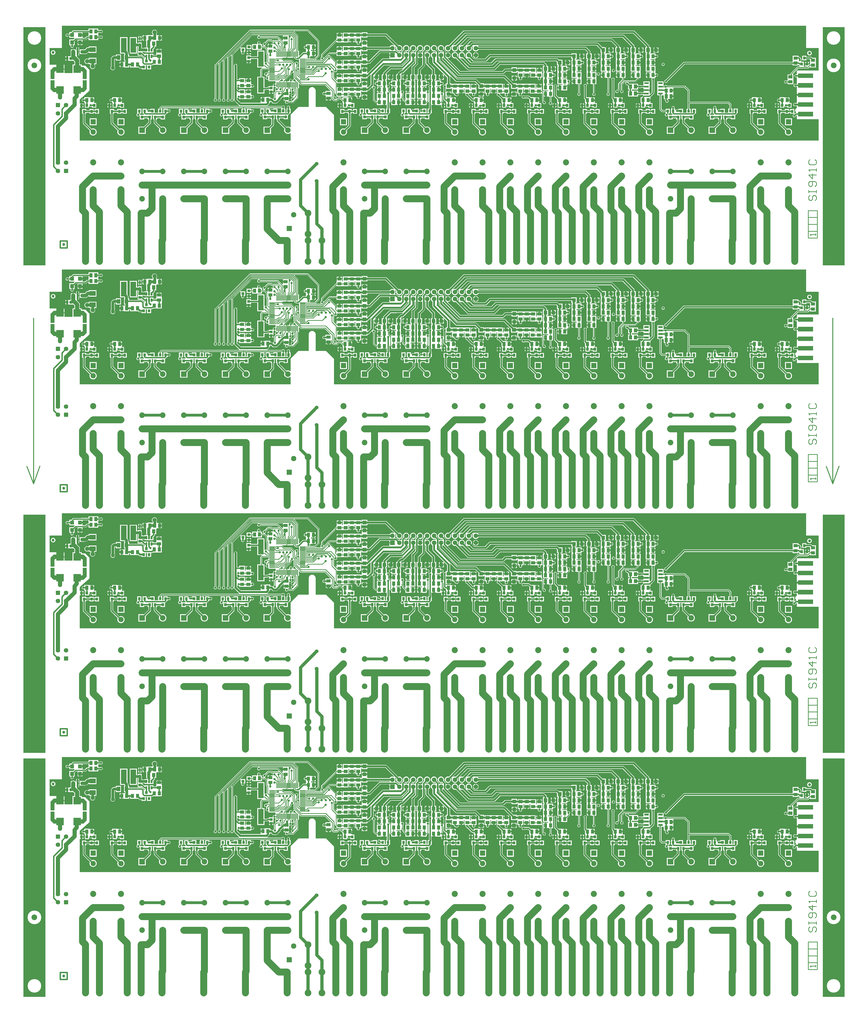
<source format=gbr>
*
%FSLAX26Y26*%
%MOIN*%
%ADD10R,0.036000X0.036000*%
%ADD11C,0.040370*%
%ADD12R,0.052180X0.052180*%
%ADD13R,0.035000X0.035000*%
%ADD14R,0.044000X0.044000*%
%ADD15R,0.033000X0.033000*%
%ADD16R,0.107300X0.107300*%
%ADD17R,0.025000X0.025000*%
%ADD18R,0.048000X0.048000*%
%ADD19R,0.079740X0.079740*%
%ADD20R,0.041000X0.041000*%
%ADD21R,0.067000X0.067000*%
%ADD22R,0.063990X0.063990*%
%ADD23R,0.014000X0.014000*%
%ADD24R,0.078000X0.078000*%
%ADD25R,0.106000X0.106000*%
%ADD26R,0.057840X0.057840*%
%ADD27C,0.079740*%
%ADD28C,0.096000*%
%ADD29C,0.087610*%
%ADD30C,0.075800*%
%ADD31R,0.075800X0.075800*%
%ADD32C,0.063990*%
%ADD33R,0.076000X0.076000*%
%ADD34C,0.076000*%
%ADD35C,0.061000*%
%ADD36C,0.053402*%
%ADD37C,0.065213*%
%ADD38R,0.065213X0.065213*%
%ADD39C,0.031654*%
%ADD40C,0.022060*%
%ADD41C,0.021000*%
%ADD42C,0.009000*%
%ADD43C,0.013000*%
%ADD44C,0.031000*%
%ADD45C,0.011000*%
%ADD46C,0.026000*%
%ADD47C,0.046000*%
%ADD48C,0.101000*%
%ADD49C,0.041000*%
%ADD50C,0.020690*%
%ADD51C,0.050370*%
%ADD52C,0.016000*%
%ADD53C,0.060060*%
%ADD54C,0.031496*%
%ADD55C,0.007874*%
%ADD56C,0.057087*%
%ADD57C,0.096457*%
%ADD58C,0.135827*%
%ADD59C,0.006000*%
%ADD60C,0.005000*%
%ADD61C,0.070870*%
%ADD62C,0.165354*%
%ADD63C,0.081693*%
%ADD64C,0.012000*%
%IPPOS*%
%LNs109699l04a0.tl*%
%LPD*%
G75*
G54D10*
X667301Y3011870D02*
Y3016870D01*
X720101Y3011870D02*
Y3016870D01*
X3276201Y2972970D02*
X3281201D01*
X3276201Y3025770D02*
X3281201D01*
X3600101Y2534900D02*
X3605101D01*
X3600101Y2587700D02*
X3605101D01*
X453041Y2683090D02*
X458041D01*
X453041Y2735890D02*
X458041D01*
X916201Y2682970D02*
X921201D01*
X916201Y2735770D02*
X921201D01*
X1711201Y3083120D02*
X1716201D01*
X1711201Y3135920D02*
X1716201D01*
G54D11*
X618701Y339370D03*
X466201Y3099370D03*
X11343701Y3089370D03*
G54D12*
X8490791Y3132400D02*
Y3136340D01*
X8376611Y3132400D02*
Y3136340D01*
X8285791Y3042400D02*
Y3046340D01*
X8171611Y3042400D02*
Y3046340D01*
X8070791Y3042400D02*
Y3046340D01*
X7956611Y3042400D02*
Y3046340D01*
X8705791Y3132400D02*
Y3136340D01*
X8591611Y3132400D02*
Y3136340D01*
X7865791Y2952400D02*
Y2956340D01*
X7751611Y2952400D02*
Y2956340D01*
X8920791Y3132400D02*
Y3136340D01*
X8806611Y3132400D02*
Y3136340D01*
X7660791Y2862400D02*
Y2866340D01*
X7546611Y2862400D02*
Y2866340D01*
X9135791Y3132400D02*
Y3136340D01*
X9021611Y3132400D02*
Y3136340D01*
X5845791Y2742400D02*
Y2746340D01*
X5731611Y2742400D02*
Y2746340D01*
X6050791Y2742400D02*
Y2746340D01*
X5936611Y2742400D02*
Y2746340D01*
X852041Y3243030D02*
Y3246970D01*
X737861Y3243030D02*
Y3246970D01*
X5526611Y2742400D02*
Y2746340D01*
X5640791Y2742400D02*
Y2746340D01*
X5321611Y2742400D02*
Y2746340D01*
X5435791Y2742400D02*
Y2746340D01*
X852041Y3349280D02*
Y3353220D01*
X737861Y3349280D02*
Y3353220D01*
X5116611Y2742400D02*
Y2746340D01*
X5230791Y2742400D02*
Y2746340D01*
G54D13*
X6112451Y2249310D02*
Y2255310D01*
X6150841Y2335930D02*
Y2341930D01*
X6074061Y2335930D02*
Y2341930D01*
X3550841Y2256450D02*
Y2262450D01*
X3474061Y2256450D02*
Y2262450D01*
X3512451Y2169830D02*
Y2175830D01*
X3282091Y2254680D02*
Y2260680D01*
X3205311Y2254680D02*
Y2260680D01*
X3243701Y2168060D02*
Y2174060D01*
X2982091Y2254680D02*
Y2260680D01*
X2905311Y2254680D02*
Y2260680D01*
X2943701Y2168060D02*
Y2174060D01*
X2682091Y2254680D02*
Y2260680D01*
X2605311Y2254680D02*
Y2260680D01*
X2643701Y2168060D02*
Y2174060D01*
X2382091Y2254680D02*
Y2260680D01*
X2305311Y2254680D02*
Y2260680D01*
X2343701Y2168060D02*
Y2174060D01*
X2082091Y2254680D02*
Y2260680D01*
X2005311Y2254680D02*
Y2260680D01*
X2043701Y2168060D02*
Y2174060D01*
X11230311Y2930560D02*
Y2936560D01*
X11307091Y2930560D02*
Y2936560D01*
X11268701Y3017180D02*
Y3023180D01*
X1782091Y2254680D02*
Y2260680D01*
X1705311Y2254680D02*
Y2260680D01*
X1743701Y2168060D02*
Y2174060D01*
X10950841Y2335930D02*
Y2341930D01*
X10874061Y2335930D02*
Y2341930D01*
X10912451Y2249310D02*
Y2255310D01*
X10512451Y2249310D02*
Y2255310D01*
X10550841Y2335930D02*
Y2341930D01*
X10474061Y2335930D02*
Y2341930D01*
X10282091Y2256450D02*
Y2262450D01*
X10205311Y2256450D02*
Y2262450D01*
X10243701Y2169830D02*
Y2175830D01*
X9982091Y2254680D02*
Y2260680D01*
X9905311Y2254680D02*
Y2260680D01*
X9943701Y2168060D02*
Y2174060D01*
X9682091Y2254680D02*
Y2260680D01*
X9605311Y2254680D02*
Y2260680D01*
X9643701Y2168060D02*
Y2174060D01*
X9382091Y2254680D02*
Y2260680D01*
X9305311Y2254680D02*
Y2260680D01*
X9343701Y2168060D02*
Y2174060D01*
X8950841Y2335930D02*
Y2341930D01*
X8874061Y2335930D02*
Y2341930D01*
X8912451Y2249310D02*
Y2255310D01*
X8550841Y2335930D02*
Y2341930D01*
X8474061Y2335930D02*
Y2341930D01*
X8512451Y2249310D02*
Y2255310D01*
X8150841Y2335930D02*
Y2341930D01*
X8074061Y2335930D02*
Y2341930D01*
X8112451Y2249310D02*
Y2255310D01*
X7750841Y2335930D02*
Y2341930D01*
X7674061Y2335930D02*
Y2341930D01*
X7712451Y2249310D02*
Y2255310D01*
X1350841Y2335930D02*
Y2341930D01*
X1274061Y2335930D02*
Y2341930D01*
X1312451Y2249310D02*
Y2255310D01*
X7350841Y2335930D02*
Y2341930D01*
X7274061Y2335930D02*
Y2341930D01*
X7312451Y2249310D02*
Y2255310D01*
X6950841Y2335930D02*
Y2341930D01*
X6874061Y2335930D02*
Y2341930D01*
X6912451Y2249310D02*
Y2255310D01*
X6550841Y2335930D02*
Y2341930D01*
X6474061Y2335930D02*
Y2341930D01*
X6512451Y2249310D02*
Y2255310D01*
X5882091Y2256450D02*
Y2262450D01*
X5805311Y2256450D02*
Y2262450D01*
X5843701Y2169830D02*
Y2175830D01*
X5582091Y2256450D02*
Y2262450D01*
X5505311Y2256450D02*
Y2262450D01*
X5543701Y2169830D02*
Y2175830D01*
X5282091Y2256450D02*
Y2262450D01*
X5205311Y2256450D02*
Y2262450D01*
X5243701Y2169830D02*
Y2175830D01*
X4982091Y2256450D02*
Y2262450D01*
X4905311Y2256450D02*
Y2262450D01*
X4943701Y2169830D02*
Y2175830D01*
X4663341Y2335930D02*
Y2341930D01*
X4586561Y2335930D02*
Y2341930D01*
X4624951Y2249310D02*
Y2255310D01*
X3850841Y2256450D02*
Y2262450D01*
X3774061Y2256450D02*
Y2262450D01*
X3812451Y2169830D02*
Y2175830D01*
X950841Y2335930D02*
Y2341930D01*
X874061Y2335930D02*
Y2341930D01*
X912451Y2249310D02*
Y2255310D01*
X1893701Y2254680D02*
Y2260680D01*
X1456201Y2335930D02*
Y2341930D01*
X1056201Y2335930D02*
Y2341930D01*
X11056201Y2335930D02*
Y2341930D01*
X10656201Y2335930D02*
Y2341930D01*
X10093701Y2254680D02*
Y2260680D01*
X9493701Y2254680D02*
Y2260680D01*
X9056201Y2335930D02*
Y2341930D01*
X8656201Y2335930D02*
Y2341930D01*
X8256201Y2335930D02*
Y2341930D01*
X7856201Y2335930D02*
Y2341930D01*
X7456201Y2335930D02*
Y2341930D01*
X7056201Y2335930D02*
Y2341930D01*
X6656201Y2335930D02*
Y2341930D01*
X6256201Y2335930D02*
Y2341930D01*
X5693701Y2256450D02*
Y2262450D01*
X5093701Y2256450D02*
Y2262450D01*
X4768701Y2335930D02*
Y2341930D01*
X3662451Y2256450D02*
Y2262450D01*
X3093701Y2254680D02*
Y2260680D01*
X2493701Y2254680D02*
Y2260680D01*
X1807451Y2973430D02*
Y2979430D01*
G54D14*
X1607451Y2919870D02*
Y2933870D01*
X1679451Y2919870D02*
Y2933870D01*
X9282701Y2463620D02*
Y2477620D01*
X9354701Y2463620D02*
Y2477620D01*
Y2544870D02*
Y2558870D01*
X9282701Y2544870D02*
Y2558870D01*
X11023451Y2407370D02*
Y2421370D01*
X10951451Y2407370D02*
Y2421370D01*
X8172701Y2947370D02*
Y2961370D01*
X8244701Y2947370D02*
Y2961370D01*
X8172701Y2767370D02*
Y2781370D01*
X8244701Y2767370D02*
Y2781370D01*
Y2857370D02*
Y2871370D01*
X8172701Y2857370D02*
Y2871370D01*
X10551451Y2407370D02*
Y2421370D01*
X10623451Y2407370D02*
Y2421370D01*
X8377701Y3037370D02*
Y3051370D01*
X8449701Y3037370D02*
Y3051370D01*
X8377701Y2857370D02*
Y2871370D01*
X8449701Y2857370D02*
Y2871370D01*
Y2947370D02*
Y2961370D01*
X8377701Y2947370D02*
Y2961370D01*
X7957701Y2947370D02*
Y2961370D01*
X8029701Y2947370D02*
Y2961370D01*
X7957701Y2767370D02*
Y2781370D01*
X8029701Y2767370D02*
Y2781370D01*
Y2857370D02*
Y2871370D01*
X7957701Y2857370D02*
Y2871370D01*
X8592701Y3037370D02*
Y3051370D01*
X8664701Y3037370D02*
Y3051370D01*
X8592701Y2857370D02*
Y2871370D01*
X8664701Y2857370D02*
Y2871370D01*
Y2947370D02*
Y2961370D01*
X8592701Y2947370D02*
Y2961370D01*
X7752701Y2857370D02*
Y2871370D01*
X7824701Y2857370D02*
Y2871370D01*
X7752701Y2677370D02*
Y2691370D01*
X7824701Y2677370D02*
Y2691370D01*
Y2767370D02*
Y2781370D01*
X7752701Y2767370D02*
Y2781370D01*
X9023451Y2407370D02*
Y2421370D01*
X8951451Y2407370D02*
Y2421370D01*
X8842201Y2502890D02*
Y2516890D01*
X8770201Y2502890D02*
Y2516890D01*
X8842201Y2602890D02*
Y2616890D01*
X8770201Y2602890D02*
Y2616890D01*
X1423451Y2407370D02*
Y2421370D01*
X1351451Y2407370D02*
Y2421370D01*
X8807701Y3037370D02*
Y3051370D01*
X8879701Y3037370D02*
Y3051370D01*
X8807701Y2857370D02*
Y2871370D01*
X8879701Y2857370D02*
Y2871370D01*
Y2947370D02*
Y2961370D01*
X8807701Y2947370D02*
Y2961370D01*
X8551451Y2407370D02*
Y2421370D01*
X8623451Y2407370D02*
Y2421370D01*
X7547701Y2767370D02*
Y2781370D01*
X7619701Y2767370D02*
Y2781370D01*
X7547701Y2587370D02*
Y2601370D01*
X7619701Y2587370D02*
Y2601370D01*
X8151451Y2407370D02*
Y2421370D01*
X8223451Y2407370D02*
Y2421370D01*
X7619701Y2677370D02*
Y2691370D01*
X7547701Y2677370D02*
Y2691370D01*
X9022701Y3037370D02*
Y3051370D01*
X9094701Y3037370D02*
Y3051370D01*
X7823451Y2407370D02*
Y2421370D01*
X7751451Y2407370D02*
Y2421370D01*
X1023451Y2407370D02*
Y2421370D01*
X951451Y2407370D02*
Y2421370D01*
X9022701Y2857370D02*
Y2871370D01*
X9094701Y2857370D02*
Y2871370D01*
Y2947370D02*
Y2961370D01*
X9022701Y2947370D02*
Y2961370D01*
X7423451Y2407370D02*
Y2421370D01*
X7351451Y2407370D02*
Y2421370D01*
X7023451Y2407370D02*
Y2421370D01*
X6951451Y2407370D02*
Y2421370D01*
X1912201Y3219870D02*
Y3233870D01*
X1840201Y3219870D02*
Y3233870D01*
X6623451Y2407370D02*
Y2421370D01*
X6551451Y2407370D02*
Y2421370D01*
X3362701Y3172370D02*
Y3186370D01*
X3434701Y3172370D02*
Y3186370D01*
X1993451Y2957370D02*
Y2971370D01*
X1921451Y2957370D02*
Y2971370D01*
X4734701Y2407370D02*
Y2421370D01*
X4662701Y2407370D02*
Y2421370D01*
X5804701Y2557370D02*
Y2571370D01*
X5732701Y2557370D02*
Y2571370D01*
Y2647370D02*
Y2661370D01*
X5804701Y2647370D02*
Y2661370D01*
X5732701Y2467370D02*
Y2481370D01*
X5804701Y2467370D02*
Y2481370D01*
X6009701Y2557370D02*
Y2571370D01*
X5937701Y2557370D02*
Y2571370D01*
Y2467370D02*
Y2481370D01*
X6009701Y2467370D02*
Y2481370D01*
X5937701Y2647370D02*
Y2661370D01*
X6009701Y2647370D02*
Y2661370D01*
X1080951Y3313000D02*
Y3327000D01*
X1008951Y3313000D02*
Y3327000D01*
X5567701Y2557370D02*
Y2571370D01*
X5639701Y2557370D02*
Y2571370D01*
Y2467370D02*
Y2481370D01*
X5567701Y2467370D02*
Y2481370D01*
X5639701Y2647370D02*
Y2661370D01*
X5567701Y2647370D02*
Y2661370D01*
X5157701Y2557370D02*
Y2571370D01*
X5229701Y2557370D02*
Y2571370D01*
Y2467370D02*
Y2481370D01*
X5157701Y2467370D02*
Y2481370D01*
X5229701Y2647370D02*
Y2661370D01*
X5157701Y2647370D02*
Y2661370D01*
X5362701Y2557370D02*
Y2571370D01*
X5434701Y2557370D02*
Y2571370D01*
Y2467370D02*
Y2481370D01*
X5362701Y2467370D02*
Y2481370D01*
X5434701Y2647370D02*
Y2661370D01*
X5362701Y2647370D02*
Y2661370D01*
X1080951Y3394250D02*
Y3408250D01*
X1008951Y3394250D02*
Y3408250D01*
X5157701Y2377370D02*
Y2391370D01*
X5229701Y2377370D02*
Y2391370D01*
X5362701Y2377370D02*
Y2391370D01*
X5434701Y2377370D02*
Y2391370D01*
X8244701Y2677370D02*
Y2691370D01*
X8172701Y2677370D02*
Y2691370D01*
X8449701Y2767370D02*
Y2781370D01*
X8377701Y2767370D02*
Y2781370D01*
X8029701Y2677370D02*
Y2691370D01*
X7957701Y2677370D02*
Y2691370D01*
X8664701Y2767370D02*
Y2781370D01*
X8592701Y2767370D02*
Y2781370D01*
X7824701Y2587370D02*
Y2601370D01*
X7752701Y2587370D02*
Y2601370D01*
X8879701Y2767370D02*
Y2781370D01*
X8807701Y2767370D02*
Y2781370D01*
X7619701Y2497370D02*
Y2511370D01*
X7547701Y2497370D02*
Y2511370D01*
X9094701Y2767370D02*
Y2781370D01*
X9022701Y2767370D02*
Y2781370D01*
X4137701Y3077370D02*
Y3091370D01*
X4209701Y3077370D02*
Y3091370D01*
X3554701Y2412370D02*
Y2426370D01*
X3482701Y2412370D02*
Y2426370D01*
X1998451Y3301120D02*
Y3315120D01*
X1926451Y3301120D02*
Y3315120D01*
X4209701Y3167370D02*
Y3181370D01*
X4137701Y3167370D02*
Y3181370D01*
X5804701Y2377370D02*
Y2391370D01*
X5732701Y2377370D02*
Y2391370D01*
X6009701Y2377370D02*
Y2391370D01*
X5937701Y2377370D02*
Y2391370D01*
X5567701Y2377370D02*
Y2391370D01*
X5639701Y2377370D02*
Y2391370D01*
X1855951Y3301120D02*
Y3315120D01*
X1783951Y3301120D02*
Y3315120D01*
X6223451Y2407370D02*
Y2421370D01*
X6151451Y2407370D02*
Y2421370D01*
X1452701Y2919870D02*
Y2933870D01*
X1524701Y2919870D02*
Y2933870D01*
G54D13*
X3279011Y3100980D02*
X3285011D01*
X3279011Y3177760D02*
X3285011D01*
X3192391Y3139370D02*
X3198391D01*
G54D14*
X11136701Y2947120D02*
X11150701D01*
X11136701Y3019120D02*
X11150701D01*
X11061701Y2678370D02*
X11075701D01*
X11061701Y2750370D02*
X11075701D01*
X4846701Y3155370D02*
X4860701D01*
X4846701Y3083370D02*
X4860701D01*
X4846701Y2765370D02*
X4860701D01*
X4846701Y2693370D02*
X4860701D01*
X7181701Y2845370D02*
X7195701D01*
X7181701Y2773370D02*
X7195701D01*
X7361701Y2845370D02*
X7375701D01*
X7361701Y2773370D02*
X7375701D01*
X7271701D02*
X7285701D01*
X7271701Y2845370D02*
X7285701D01*
X7176701Y2615370D02*
X7190701D01*
X7176701Y2543370D02*
X7190701D01*
X7356701Y2615370D02*
X7370701D01*
X7356701Y2543370D02*
X7370701D01*
X7266701D02*
X7280701D01*
X7266701Y2615370D02*
X7280701D01*
X6706701D02*
X6720701D01*
X6706701Y2543370D02*
X6720701D01*
X6886701Y2615370D02*
X6900701D01*
X6886701Y2543370D02*
X6900701D01*
X6796701D02*
X6810701D01*
X6796701Y2615370D02*
X6810701D01*
X3176701Y2623370D02*
X3190701D01*
X3176701Y2695370D02*
X3190701D01*
X3176701Y2463370D02*
X3190701D01*
X3176701Y2535370D02*
X3190701D01*
X6326701Y2543370D02*
X6340701D01*
X6326701Y2615370D02*
X6340701D01*
X6416701D02*
X6430701D01*
X6416701Y2543370D02*
X6430701D01*
X6236701Y2615370D02*
X6250701D01*
X6236701Y2543370D02*
X6250701D01*
X4756701Y2498370D02*
X4770701D01*
X4756701Y2570370D02*
X4770701D01*
X4666701D02*
X4680701D01*
X4666701Y2498370D02*
X4680701D01*
X4846701Y2570370D02*
X4860701D01*
X4846701Y2498370D02*
X4860701D01*
X4846701Y3350370D02*
X4860701D01*
X4846701Y3278370D02*
X4860701D01*
X4756701D02*
X4770701D01*
X4756701Y3350370D02*
X4770701D01*
X4666701D02*
X4680701D01*
X4666701Y3278370D02*
X4680701D01*
X1981701Y3119120D02*
X1995701D01*
X1981701Y3047120D02*
X1995701D01*
X4756701Y2888370D02*
X4770701D01*
X4756701Y2960370D02*
X4770701D01*
X4666701D02*
X4680701D01*
X4666701Y2888370D02*
X4680701D01*
X4846701Y2960370D02*
X4860701D01*
X4846701Y2888370D02*
X4860701D01*
X4756701Y3083370D02*
X4770701D01*
X4756701Y3155370D02*
X4770701D01*
X4666701D02*
X4680701D01*
X4666701Y3083370D02*
X4680701D01*
X4756701Y2693370D02*
X4770701D01*
X4756701Y2765370D02*
X4770701D01*
X4666701D02*
X4680701D01*
X4666701Y2693370D02*
X4680701D01*
X4576701Y2888370D02*
X4590701D01*
X4576701Y2960370D02*
X4590701D01*
X4576701Y3083370D02*
X4590701D01*
X4576701Y3155370D02*
X4590701D01*
X4576701Y2693370D02*
X4590701D01*
X4576701Y2765370D02*
X4590701D01*
X7451701Y2773370D02*
X7465701D01*
X7451701Y2845370D02*
X7465701D01*
X7446701Y2543370D02*
X7460701D01*
X7446701Y2615370D02*
X7460701D01*
X6976701Y2543370D02*
X6990701D01*
X6976701Y2615370D02*
X6990701D01*
X3266701Y2623370D02*
X3280701D01*
X3266701Y2695370D02*
X3280701D01*
X3266701Y2463370D02*
X3280701D01*
X3266701Y2535370D02*
X3280701D01*
X3814351Y2508550D02*
X3828351D01*
X3814351Y2436550D02*
X3828351D01*
X3801851Y3237800D02*
X3815851D01*
X3801851Y3309800D02*
X3815851D01*
X3583101Y3119050D02*
X3597101D01*
X3583101Y3191050D02*
X3597101D01*
X6506701Y2543370D02*
X6520701D01*
X6506701Y2615370D02*
X6520701D01*
X4417951Y2512870D02*
X4431951D01*
X4417951Y2440870D02*
X4431951D01*
X4576701Y2498370D02*
X4590701D01*
X4576701Y2570370D02*
X4590701D01*
X4576701Y3278370D02*
X4590701D01*
X4576701Y3350370D02*
X4590701D01*
X11386701Y2988760D02*
X11400701D01*
X11386701Y2916760D02*
X11400701D01*
G54D15*
X1932091Y2167060D02*
Y2175060D01*
X1855311Y2167060D02*
Y2175060D01*
X1494591Y2248310D02*
Y2256310D01*
X1417811Y2248310D02*
Y2256310D01*
X1094591Y2248310D02*
Y2256310D01*
X1017811Y2248310D02*
Y2256310D01*
X11094591Y2248310D02*
Y2256310D01*
X11017811Y2248310D02*
Y2256310D01*
X10694591Y2248310D02*
Y2256310D01*
X10617811Y2248310D02*
Y2256310D01*
X10132091Y2167060D02*
Y2175060D01*
X10055311Y2167060D02*
Y2175060D01*
X9532091Y2167060D02*
Y2175060D01*
X9455311Y2167060D02*
Y2175060D01*
X9094591Y2248310D02*
Y2256310D01*
X9017811Y2248310D02*
Y2256310D01*
X8694591Y2248310D02*
Y2256310D01*
X8617811Y2248310D02*
Y2256310D01*
X8294591Y2248310D02*
Y2256310D01*
X8217811Y2248310D02*
Y2256310D01*
X7894591Y2248310D02*
Y2256310D01*
X7817811Y2248310D02*
Y2256310D01*
X7494591Y2248310D02*
Y2256310D01*
X7417811Y2248310D02*
Y2256310D01*
X7094591Y2248310D02*
Y2256310D01*
X7017811Y2248310D02*
Y2256310D01*
X6694591Y2248310D02*
Y2256310D01*
X6617811Y2248310D02*
Y2256310D01*
X6294591Y2248310D02*
Y2256310D01*
X6217811Y2248310D02*
Y2256310D01*
X5732091Y2168830D02*
Y2176830D01*
X5655311Y2168830D02*
Y2176830D01*
X5132091Y2168830D02*
Y2176830D01*
X5055311Y2168830D02*
Y2176830D01*
X4807091Y2248310D02*
Y2256310D01*
X4730311Y2248310D02*
Y2256310D01*
X3700841Y2168830D02*
Y2176830D01*
X3624061Y2168830D02*
Y2176830D01*
X3132091Y2167060D02*
Y2175060D01*
X3055311Y2167060D02*
Y2175060D01*
X2532091Y2167060D02*
Y2175060D01*
X2455311Y2167060D02*
Y2175060D01*
X1845841Y2885810D02*
Y2893810D01*
X1769061Y2885810D02*
Y2893810D01*
G54D12*
X7096731Y2732280D02*
X7100671D01*
X7096731Y2846460D02*
X7100671D01*
X7091731Y2502280D02*
X7095671D01*
X7091731Y2616460D02*
X7095671D01*
X6621731Y2502280D02*
X6625671D01*
X6621731Y2616460D02*
X6625671D01*
X6151731Y2502280D02*
X6155671D01*
X6151731Y2616460D02*
X6155671D01*
X4941731Y2457280D02*
X4945671D01*
X4941731Y2571460D02*
X4945671D01*
X4941731Y3237280D02*
X4945671D01*
X4941731Y3351460D02*
X4945671D01*
X4941731Y2847280D02*
X4945671D01*
X4941731Y2961460D02*
X4945671D01*
X4941731Y3042280D02*
X4945671D01*
X4941731Y3156460D02*
X4945671D01*
X4941731Y2652280D02*
X4945671D01*
X4941731Y2766460D02*
X4945671D01*
G54D16*
X566261Y2859370D03*
Y2559370D03*
X811141D03*
Y2859370D03*
G54D17*
X1844951Y3034070D02*
Y3054070D01*
Y3124650D02*
Y3144650D01*
X1882351Y3034100D02*
Y3054100D01*
X1807551Y3034100D02*
Y3054100D01*
X1882351Y3124650D02*
Y3144650D01*
X1807551Y3124650D02*
Y3144650D01*
G54D18*
X1520791Y3018870D02*
Y3034870D01*
X1406611Y3018870D02*
Y3034870D01*
G54D19*
X1482301Y3136910D02*
Y3266830D01*
X1620101Y3136910D02*
Y3266830D01*
G54D20*
X756201Y3109370D03*
X881201D03*
G54D17*
X818701Y3068370D02*
Y3150370D01*
X1713701Y3285130D02*
Y3311130D01*
Y3192610D02*
Y3218610D01*
G54D21*
X1023701Y3141420D02*
X1043701D01*
X1023701Y2976060D02*
X1043701D01*
G54D22*
X11210236Y2351570D02*
X11363786D01*
X11210236Y2213780D02*
X11363786D01*
X11210236Y2489370D02*
X11363786D01*
X11210236Y2627170D02*
X11363786D01*
X11210236Y2764960D02*
X11363786D01*
G54D23*
X4023321Y2884580D02*
X4085321D01*
X4023321Y2904260D02*
X4085321D01*
X4023321Y2923940D02*
X4085321D01*
X4023321Y2943630D02*
X4085321D01*
X4023321Y2963310D02*
X4085321D01*
X4023321Y2983000D02*
X4085321D01*
X4023321Y3002690D02*
X4085321D01*
X4023321Y2707410D02*
X4085321D01*
X4023321Y2727090D02*
X4085321D01*
X4023321Y2746780D02*
X4085321D01*
X4023321Y2766460D02*
X4085321D01*
X4023321Y2786150D02*
X4085321D01*
X4023321Y2805830D02*
X4085321D01*
X4023321Y2825520D02*
X4085321D01*
X3582381Y3002690D02*
X3644381D01*
X3582381Y2983000D02*
X3644381D01*
X3582381Y2963310D02*
X3644381D01*
X3582381Y2943630D02*
X3644381D01*
X3582381Y2923940D02*
X3644381D01*
X3582381Y2904260D02*
X3644381D01*
X3582381Y2884580D02*
X3644381D01*
X3582381Y2825520D02*
X3644381D01*
X3582381Y2805830D02*
X3644381D01*
X3582381Y2786150D02*
X3644381D01*
X3582381Y2766460D02*
X3644381D01*
X3582381Y2746780D02*
X3644381D01*
X3582381Y2727090D02*
X3644381D01*
X3582381Y2707410D02*
X3644381D01*
X4023321Y2845200D02*
X4085321D01*
X4023321Y2864890D02*
X4085321D01*
X3582381D02*
X3644381D01*
X3582381Y2845200D02*
X3644381D01*
X3981491Y3044520D02*
Y3106520D01*
X3961801Y3044520D02*
Y3106520D01*
X3942121Y3044520D02*
Y3106520D01*
X3922431Y3044520D02*
Y3106520D01*
X3902751Y3044520D02*
Y3106520D01*
X3883061Y3044520D02*
Y3106520D01*
X3863381Y3044520D02*
Y3106520D01*
Y2603580D02*
Y2665580D01*
X3883061Y2603580D02*
Y2665580D01*
X3902751Y2603580D02*
Y2665580D01*
X3922431Y2603580D02*
Y2665580D01*
X3942121Y2603580D02*
Y2665580D01*
X3961801Y2603580D02*
Y2665580D01*
X3981491Y2603580D02*
Y2665580D01*
X3804321Y3044520D02*
Y3106520D01*
X3784641Y3044520D02*
Y3106520D01*
X3764951Y3044520D02*
Y3106520D01*
X3745271Y3044520D02*
Y3106520D01*
X3725581Y3044520D02*
Y3106520D01*
X3705901Y3044520D02*
Y3106520D01*
X3686211Y3044520D02*
Y3106520D01*
Y2603580D02*
Y2665580D01*
X3705901Y2603580D02*
Y2665580D01*
X3725581Y2603580D02*
Y2665580D01*
X3745271Y2603580D02*
Y2665580D01*
X3764951Y2603580D02*
Y2665580D01*
X3784641Y2603580D02*
Y2665580D01*
X3804321Y2603580D02*
Y2665580D01*
X3843691Y3044520D02*
Y3106520D01*
X3824011Y3044520D02*
Y3106520D01*
Y2603580D02*
Y2665580D01*
X3843691Y2603580D02*
Y2665580D01*
G54D17*
X9180451Y2558120D02*
X9219451D01*
X9180451Y2508120D02*
X9219451D01*
X8980451D02*
X9019451D01*
X8980451Y2558120D02*
X9019451D01*
X9180451Y2608120D02*
X9219451D01*
X9180451Y2658120D02*
X9219451D01*
X8980451Y2608120D02*
X9019451D01*
X8980451Y2658120D02*
X9019451D01*
G54D24*
X3452601Y2935050D02*
Y3074050D01*
Y2561040D02*
Y2700040D01*
G54D25*
X566201Y2861870D02*
Y2891870D01*
G54D26*
X457121Y2747790D02*
Y2780950D01*
G54D19*
X1746061Y1982090D03*
X5546061D03*
X4946061D03*
X3546061D03*
X2946061D03*
X2346061D03*
X9346061D03*
X9946061D03*
G54D27*
X2041341D03*
X1746061Y997840D03*
X2041341D03*
Y1391540D03*
Y1194690D03*
X1746061Y1391540D03*
Y1194690D03*
X5546061D03*
Y1391540D03*
X5841341Y1194690D03*
Y1391540D03*
Y997840D03*
X5546061D03*
X5841341Y1982090D03*
X5241341D03*
X4946061Y997840D03*
X5241341D03*
Y1391540D03*
Y1194690D03*
X4946061Y1391540D03*
Y1194690D03*
X3546061D03*
Y1391540D03*
X3841341Y1194690D03*
Y1391540D03*
Y997840D03*
X3546061D03*
X3841341Y1982090D03*
X3241341D03*
X2946061Y997840D03*
X3241341D03*
Y1391540D03*
Y1194690D03*
X2946061Y1391540D03*
Y1194690D03*
X2346061D03*
Y1391540D03*
X2641341Y1194690D03*
Y1391540D03*
Y997840D03*
X2346061D03*
X2641341Y1982090D03*
X9641341D03*
X9346061Y997840D03*
X9641341D03*
Y1391540D03*
Y1194690D03*
X9346061Y1391540D03*
Y1194690D03*
X9946061D03*
Y1391540D03*
X10241341Y1194690D03*
Y1391540D03*
Y997840D03*
X9946061D03*
X10241341Y1982090D03*
G54D28*
X1731491Y95670D03*
Y395670D03*
X931501Y789370D03*
Y489370D03*
X4531501Y95670D03*
Y395670D03*
X9331501Y95670D03*
Y395670D03*
X5831491Y95670D03*
Y395670D03*
X4931501Y95670D03*
Y395670D03*
X3831501Y95670D03*
Y395670D03*
X10731491D03*
Y95670D03*
X10531501Y789370D03*
Y489370D03*
X9631501Y395670D03*
Y95670D03*
X9331501Y789370D03*
Y489370D03*
X8931491Y789370D03*
Y489370D03*
X8531501Y789370D03*
Y489370D03*
X8131491Y789370D03*
Y489370D03*
X7731491Y789370D03*
Y489370D03*
X7331491Y789370D03*
Y489370D03*
X6931501Y789370D03*
Y489370D03*
X6331491Y395670D03*
Y95670D03*
X6131491Y789370D03*
Y489370D03*
X5231491Y395670D03*
Y95670D03*
X4931501Y789370D03*
Y489370D03*
X4531501Y789370D03*
Y489370D03*
X4131491Y789370D03*
Y489370D03*
X3231501Y395670D03*
Y95670D03*
X2631491Y395670D03*
Y95670D03*
X2031491Y395670D03*
Y95670D03*
X1731491Y789370D03*
Y489370D03*
X1131491Y395670D03*
Y95670D03*
X9131501D03*
Y395670D03*
X8931491Y95670D03*
Y395670D03*
X8731491Y95670D03*
Y395670D03*
X8531501Y95670D03*
Y395670D03*
X8331491Y95670D03*
Y395670D03*
X8131491Y95670D03*
Y395670D03*
X7931501Y95670D03*
Y395670D03*
X7731491Y95670D03*
Y395670D03*
X7531501Y95670D03*
Y395670D03*
X7331491Y95670D03*
Y395670D03*
X7131491Y95670D03*
Y395670D03*
X6931501Y95670D03*
Y395670D03*
X6731491Y95670D03*
Y395670D03*
X6131491Y95670D03*
Y395670D03*
X4731491Y95670D03*
Y395670D03*
X4331501Y95670D03*
Y395670D03*
X4131491Y95670D03*
Y395670D03*
X1531501Y95670D03*
Y395670D03*
X931501Y95670D03*
Y395670D03*
X11131501D03*
Y95670D03*
X10531501D03*
Y395670D03*
X10231491Y95670D03*
Y395670D03*
G54D29*
X11040941Y1519690D03*
Y1125980D03*
Y1322840D03*
X4640941Y1519690D03*
Y1125980D03*
Y1322840D03*
X10640941D03*
Y1125980D03*
Y1519690D03*
X1440941D03*
Y1125980D03*
Y1322840D03*
X9040941Y1519690D03*
Y1125980D03*
Y1322840D03*
X8640941Y1519690D03*
Y1125980D03*
Y1322840D03*
X8240941D03*
Y1125980D03*
Y1519690D03*
X7840941Y1322840D03*
Y1125980D03*
Y1519690D03*
X7440941D03*
Y1125980D03*
Y1322840D03*
X7040941D03*
Y1125980D03*
Y1519690D03*
X6240941Y1322840D03*
Y1125980D03*
Y1519690D03*
X1040941Y1322840D03*
Y1125980D03*
Y1519690D03*
X6640941D03*
Y1125980D03*
Y1322840D03*
G54D30*
X11040941Y1956690D03*
X4640941D03*
X10640941D03*
X1440941D03*
X9040941D03*
X8640941D03*
X8240941D03*
X7840941D03*
X7440941D03*
X7040941D03*
X6240941D03*
X1040941D03*
X6640941D03*
G54D31*
X11040941Y2104330D03*
X4640941D03*
X10640941D03*
X1440941D03*
X9040941D03*
X8640941D03*
X8240941D03*
X7840941D03*
X7440941D03*
X7040941D03*
X6240941D03*
X1040941D03*
X6640941D03*
G54D22*
X534651Y2342520D03*
X652751Y1397640D03*
G54D32*
Y2342520D03*
Y2224410D03*
X534651D03*
Y1397640D03*
Y1515750D03*
X652751D03*
G54D33*
X3862991Y571580D03*
G54D34*
X3924411Y768430D03*
G54D35*
X563701Y2454370D03*
X953701Y2973740D03*
X1033701Y2899370D03*
X1923701Y3389370D03*
G54D36*
X4256201Y1251870D03*
X1324951Y2876870D03*
X4256201Y1499830D03*
G54D37*
X5743701Y3060240D03*
Y3160240D03*
X5843701D03*
Y3060240D03*
X5943701D03*
Y3160240D03*
X6043701D03*
Y3060240D03*
X6143701D03*
Y3160240D03*
X6243701D03*
Y3060240D03*
X6343701D03*
Y3160240D03*
X6443701D03*
Y3060240D03*
X6543701D03*
Y3160240D03*
X5643701D03*
X5543701D03*
X5443701D03*
X5343701D03*
G54D38*
Y3060240D03*
G54D37*
X5443701D03*
X5543701D03*
X5643701D03*
G54D39*
X862451Y2276870D03*
X899951Y2414370D03*
X838701Y3034370D03*
X1839701Y2260140D03*
X1893701Y2128640D03*
X1299951Y2414370D03*
X1006201Y2339370D03*
X1406201D03*
X1687451Y2203640D03*
X2131201Y2258120D03*
X2287451Y2203640D03*
X2439701Y2260140D03*
X2493701Y2128640D03*
X1863701Y2983120D03*
X2798701Y2414370D03*
X2855891D03*
X2918701D03*
X2983701D03*
X3038701D03*
X3133701Y2464370D03*
X3128701Y2624370D03*
X3333701Y2619370D03*
Y2464370D03*
X3603701Y2419370D03*
X3653701Y2429370D03*
X3823701Y2384370D03*
X3849951Y2314370D03*
X3774951Y2315370D03*
X3713701Y2509370D03*
X3733701Y2569370D03*
X3678701D03*
X3648701Y2629370D03*
X3521351Y2613300D03*
X3543701Y2729370D03*
X3523701Y2789370D03*
X3365101Y2992550D03*
X3089701Y2913370D03*
X3523701Y2939370D03*
X3698701Y2984370D03*
X3723701Y2923940D03*
X3773701Y2924370D03*
X3828701D03*
X3878701D03*
X3853701Y2859370D03*
X3901201Y2826870D03*
X3988701Y2864370D03*
X3968701Y2944370D03*
X3753701Y2869370D03*
Y2699370D03*
X3833021D03*
X3883701D03*
X3935831Y2700270D03*
X3908701Y2564370D03*
X3878701Y2524370D03*
X3908701Y2479370D03*
Y2424370D03*
X3828701Y2559370D03*
X3608451Y2261910D03*
X3456201Y2203640D03*
X3331201Y2258120D03*
X3039701Y2260140D03*
X3093701Y2128640D03*
X2887451Y2203640D03*
X2731201Y2258120D03*
X4887451Y2203640D03*
X4853701Y2454370D03*
X5113701Y2654370D03*
X5078701Y2594370D03*
X5283701Y2609370D03*
Y2514370D03*
X5318701Y2654370D03*
X4853701Y2844370D03*
Y2649370D03*
X4528701Y2839370D03*
X4473701Y2824370D03*
X4448701Y2864370D03*
X4388701D03*
X4328701D03*
X4283701Y2834370D03*
X4383701Y2799370D03*
X4433701Y3014370D03*
X4333701D03*
X4138701Y3029370D03*
X4148701Y2889370D03*
X4203701D03*
X4138701Y2714370D03*
X4362451Y2508120D03*
X4518701Y2444370D03*
X4718701Y2339370D03*
X5039701Y2260140D03*
X5156201Y2276870D03*
X5487451Y2203640D03*
X5093701Y2128640D03*
X5639701Y2260140D03*
X5488701Y2529370D03*
X5523701Y2654370D03*
X4853701Y3039370D03*
X5853701Y2654370D03*
Y2529370D03*
X5888701Y2609370D03*
X6098701Y2614370D03*
X6058701Y2654370D03*
Y2504370D03*
X6273701Y2494370D03*
X6418701D03*
X6513701D03*
X6568701Y2615370D03*
X6713701Y2494370D03*
X6868701D03*
X6983701Y2489370D03*
X7006201Y2339370D03*
X7228701Y2459370D03*
X7183701Y2494370D03*
X7188701Y2724370D03*
X6608701Y2334370D03*
X6206201Y2339370D03*
X5758701Y2259450D03*
X5693701Y2128640D03*
X7458701Y2724370D03*
X7688701Y2619370D03*
X7806201Y2339370D03*
X8206201D03*
X8243701Y2499370D03*
X8118701Y2624370D03*
X7878701Y2684370D03*
X7873701Y2864370D03*
X8078701Y2954370D03*
X8293701D03*
X8308701Y2789370D03*
X8518701Y2714370D03*
X8718701Y2654370D03*
X8523701Y2839370D03*
X8573701Y2539370D03*
X8644701D03*
X8606201Y2339370D03*
X8448701Y2499370D03*
X8028701D03*
X7528701Y2379370D03*
X7406201Y2339370D03*
X7618701Y2369370D03*
X7668701Y2774370D03*
X9493701Y2128640D03*
X9439701Y2260140D03*
X9382701Y2307000D03*
X9295261Y2400310D03*
X9287451Y2203640D03*
X8906201Y2509890D03*
Y2608120D03*
X9093701Y2714370D03*
X9143701Y2774370D03*
X9238701Y2929370D03*
X9278701Y2684370D03*
X9274951Y2608120D03*
X9982701Y2307000D03*
X10039701Y2260140D03*
X10093701Y2128640D03*
X9887451Y2203640D03*
X9006201Y2339370D03*
X10606201D03*
X10499951Y2414370D03*
X10899951D03*
X11131201Y2351870D03*
X11006201Y2339370D03*
X11124951Y2189370D03*
X11137451Y2626870D03*
X11149951Y2764370D03*
X10999951Y2676870D03*
X11206201Y2989370D03*
X11233701Y3064370D03*
X9143701Y3044370D03*
X8928701D03*
X8713701D03*
X8498701D03*
X4853701Y3234370D03*
X4093701Y3174370D03*
X3793701D03*
X3708701Y3234370D03*
X3648701D03*
Y3169370D03*
Y3119370D03*
X3590101Y3061300D03*
X3508851Y3136300D03*
X3503701Y3219370D03*
X3423701Y3239370D03*
Y3317180D03*
X3868701Y3329370D03*
X3893701Y3289370D03*
X3193701Y3094370D03*
X1157451Y3320000D03*
Y3401250D03*
X737861Y3190210D03*
X668701Y3349370D03*
X918701Y1858120D03*
X618701Y3014370D03*
X663701Y2964370D03*
X1394951Y2926870D03*
X1453701Y2864370D03*
X1543701Y2670620D03*
X1718701Y2533120D03*
X1812451Y2583120D03*
X1899951Y2426870D03*
X1887451Y1991140D03*
X1749951Y1859890D03*
X1593701Y1858120D03*
X1318701D03*
X1193701D03*
Y2145620D03*
X1262451Y2276870D03*
X1293701Y2539370D03*
X1174951Y2370620D03*
X1081201Y2414370D03*
X1481201D03*
X1593701Y2320620D03*
X1599951Y2170620D03*
X2487451Y1991140D03*
X2349951Y1859890D03*
X2148701Y1959370D03*
X2043701Y1859890D03*
X2223701Y2584370D03*
X2323701D03*
X2423701D03*
X2523701D03*
X2473701Y2674370D03*
X2373701D03*
X2273701D03*
X2173701D03*
X2218701Y2764370D03*
X2318701D03*
X2418701D03*
X2518701D03*
X2618701D03*
X2573701Y2674370D03*
X2623701Y2584370D03*
X3379351Y2640550D03*
X3333701Y2534370D03*
X3433701Y2419370D03*
X3458851Y2492550D03*
X3558851Y2480050D03*
X3602601D03*
X3763701Y2429370D03*
X3693701Y2354370D03*
X3521351Y2542550D03*
X3490101Y2836300D03*
X3427601Y2773800D03*
X3273701Y2739370D03*
X3371351Y2911300D03*
X3228701Y2969370D03*
X3521351Y3023800D03*
X3922431Y3009370D03*
X3823701D03*
X3937451Y2314370D03*
X4038701Y2369370D03*
Y2454370D03*
X3387451Y2139370D03*
X3308701Y2169370D03*
X3087451Y1991140D03*
X2949951Y1859890D03*
X2833701Y1964370D03*
X2787451Y2145620D03*
X2643701Y1859890D03*
X3243701D03*
X3549951D03*
X3843701D03*
X4758701Y1984370D03*
X4887451Y2139370D03*
X4837451Y2339370D03*
X4778701Y2389370D03*
X4788701Y2449370D03*
X5003701Y2459370D03*
Y2654370D03*
X5113701Y2564370D03*
X5318701D03*
X5333701Y2794370D03*
X5128701D03*
X5003701Y2849370D03*
X4763701Y2844370D03*
Y2649370D03*
X4583701Y2619370D03*
X4528701Y2764370D03*
X4424951Y2383120D03*
X4449951Y2314370D03*
X4574951Y2276870D03*
X4581201Y2401870D03*
X5228701Y2329370D03*
X5433701D03*
X5456201Y2070620D03*
X5331201Y2133120D03*
X5087451Y1991140D03*
X4949951Y1859890D03*
X5243701D03*
X5549951D03*
X5687451Y1991140D03*
X5638701Y2329370D03*
X5523701Y2564370D03*
X5538701Y2794370D03*
X4763701Y3039370D03*
X4618701Y3014370D03*
X5853701Y2799370D03*
Y2579370D03*
X6058701Y2564370D03*
X6208701Y2489370D03*
X6333701Y2494370D03*
X6568701D03*
X6803701D03*
X7038701D03*
X7081201Y2414370D03*
X6862451Y2276870D03*
X6798701Y2304370D03*
X6787451Y2139370D03*
X6793701Y1858120D03*
X6918701D03*
X7193701D03*
X7218701Y2079370D03*
X7188701Y2284370D03*
X7098701Y2684370D03*
X6968701Y2664370D03*
X6756201Y2439370D03*
X6681201Y2414370D03*
X6462451Y2276870D03*
X6374951Y2314370D03*
X6399951Y2151870D03*
X6393701Y1858120D03*
X6518701D03*
X6118701D03*
X6071651Y2039370D03*
X5956201Y2151870D03*
X5943701Y2329370D03*
X6062451Y2276870D03*
X6281201Y2414370D03*
X5738701Y2329370D03*
X5843701Y1859890D03*
X6038701Y2799370D03*
X7278701Y2724370D03*
X7438701Y2659370D03*
X7668701Y2684370D03*
X7758701Y2534370D03*
X7881201Y2414370D03*
X7987451Y2314370D03*
X8062451Y2276870D03*
X8281201Y2414370D03*
X8178701Y2624370D03*
X7963701D03*
X7873701Y2774370D03*
X7853701Y3009370D03*
X8078701Y2864370D03*
X8293701D03*
X8383701Y2714370D03*
X8598701D03*
X8813701D03*
X8713701Y2954370D03*
X8498701D03*
X8612451Y2483120D03*
X8681201Y2414370D03*
X8774951Y2326870D03*
X8462451Y2276870D03*
X8381201Y2314370D03*
X7553701Y2444370D03*
X7481201Y2414370D03*
X7568701Y2308120D03*
X7662451Y2276870D03*
X7262451D03*
X7273701Y2494370D03*
X7458701Y2894370D03*
X7648701Y2919370D03*
X7718701Y1858120D03*
X7593701D03*
X7318701D03*
X7993701D03*
X8118701D03*
X8393701D03*
X8518701D03*
X8793701D03*
X8918701D03*
X9193701D03*
X9349951Y1859890D03*
X9487451Y1991140D03*
X9456201Y2358120D03*
X9543701Y2295620D03*
X9649951Y2339370D03*
X9643701Y2420620D03*
X9518701Y2464370D03*
X9524951Y2564370D03*
X9412451Y2551870D03*
Y2470620D03*
X9256201Y2314370D03*
X9143701Y2383120D03*
X9081201Y2414370D03*
X9129951Y2499370D03*
X8938701Y2559370D03*
X9028701Y2714370D03*
X9143701Y2954370D03*
X9431201Y2639370D03*
X9668701Y2601870D03*
X9736701Y2506620D03*
X9909701Y2514370D03*
X9893701Y2414370D03*
X10087451Y1991140D03*
X9949951Y1859890D03*
X10243701D03*
X10368701Y2208120D03*
X10331201Y2420620D03*
X10216701Y2454370D03*
X10227701Y2562370D03*
X10112451Y2651870D03*
X10099951Y2451870D03*
X9852701Y2604370D03*
X9643701Y1859890D03*
X8862451Y2276870D03*
X8928701Y2954370D03*
X10412451Y2633120D03*
X10543701Y2670620D03*
X10706201Y2595620D03*
X10731201Y2489370D03*
X10681201Y2414370D03*
X10462451Y2276870D03*
X10471651Y2039370D03*
X10518701Y1858120D03*
X10793701D03*
X10918701D03*
X10871651Y2039370D03*
X10768701Y2183120D03*
X10862451Y2276870D03*
X10949951Y2489370D03*
X11128701D03*
X11081201Y2414370D03*
X11203701Y2079370D03*
X11428701Y2074370D03*
X11433701Y1904370D03*
X11193701Y1858120D03*
X10924951Y2708120D03*
X10849951Y2676870D03*
X11324951Y2983120D03*
X11456201Y2870620D03*
X11443701Y3064370D03*
X11223701Y3260000D03*
X11028701Y3334370D03*
X10818701Y3249370D03*
X10718701D03*
X10618701D03*
X10518701D03*
X10418701D03*
X10473701Y3159370D03*
X10573701D03*
X10673701D03*
X10773701D03*
X10823701Y3069370D03*
X10723701D03*
X10623701D03*
X10523701D03*
X10423701D03*
X10373701Y3159370D03*
X10223701Y3164370D03*
X10123701D03*
X10023701D03*
X9923701D03*
X9823701D03*
X9868701Y3254370D03*
X9968701D03*
X10068701D03*
X10168701D03*
X10268701D03*
X10273701Y3074370D03*
X10173701D03*
X10073701D03*
X9973701D03*
X9873701D03*
X9123701Y3189370D03*
X8908701D03*
X8693701D03*
X8478701D03*
X8273701Y3099370D03*
X8058701D03*
X5003701Y3044370D03*
Y3234370D03*
X4763701D03*
X4528701Y3149370D03*
X4253701Y3164370D03*
Y3094370D03*
X4583701Y3419370D03*
X3583851Y3242550D03*
X3758701Y3309370D03*
X3333701Y3099370D03*
X2598701Y3169370D03*
X2593701Y3349370D03*
X2493701D03*
X2393701D03*
X2293701D03*
X2193701D03*
X2148701Y3259370D03*
X2248701D03*
X2348701D03*
X2448701D03*
X2548701D03*
X2498701Y3169370D03*
X2398701D03*
X2298701D03*
X2198701D03*
X1763701Y3249370D03*
X907451Y3351250D03*
X898701Y3235000D03*
X818701Y3184370D03*
X667301Y3065770D03*
X653701Y3404370D03*
G36*
X413591Y2923909D02*
Y2996348D01*
X640301D01*
Y2984843D01*
X660801D01*
Y2996348D01*
X673801D01*
Y2984872D01*
X689321Y2984810D01*
Y2981142D01*
X751406D01*
X756453Y2983228D01*
X756739Y2983009D01*
X773298Y2966459D01*
X773441Y2966226D01*
Y2925838D01*
X744711Y2925776D01*
Y2893928D01*
X628911D01*
Y2922011D01*
X572761D01*
Y2889886D01*
X560880D01*
X562147Y2889887D01*
X565149Y2921986D01*
X559761Y2922048D01*
Y2923847D01*
X413591Y2923909D01*
G37*
G36*
Y2996348D02*
Y3032365D01*
X640301D01*
Y3020859D01*
X660801D01*
Y3032365D01*
X673801D01*
Y2996348D01*
X660801D01*
Y3007854D01*
X640301D01*
Y2996348D01*
X413591D01*
G37*
G36*
Y3032365D02*
Y3099390D01*
X432958D01*
X434092Y3090750D01*
X437422Y3082723D01*
X442684Y3075861D01*
X449555Y3070591D01*
X457530Y3067282D01*
X466301Y3066149D01*
X474871Y3067282D01*
X482847Y3070591D01*
X489717Y3075861D01*
X494979Y3082723D01*
X498309Y3090750D01*
X499444Y3099390D01*
X718505D01*
X718501Y3047697D01*
X689321Y3047635D01*
Y3043903D01*
X673801Y3043841D01*
Y3032365D01*
X660801D01*
Y3043870D01*
X640301D01*
Y3032365D01*
X413591D01*
G37*
G36*
Y3099390D02*
Y3164832D01*
X593201Y3164894D01*
Y3349370D01*
X646400D01*
X648092Y3340835D01*
X652931Y3333600D01*
X660145Y3328775D01*
X668425Y3327124D01*
X668976D01*
X677256Y3328775D01*
X684470Y3333600D01*
X686083Y3336020D01*
X698991D01*
Y3310453D01*
X771843Y3310391D01*
X774560Y3303842D01*
X774313Y3303526D01*
X756656Y3285878D01*
X698991Y3285816D01*
Y3204206D01*
X713587Y3204144D01*
X717027Y3197793D01*
X717020Y3197554D01*
X715561Y3190209D01*
X717262Y3181675D01*
X722093Y3174439D01*
X729337Y3169599D01*
X737866Y3167911D01*
X746418Y3169616D01*
X753643Y3174459D01*
X758470Y3181675D01*
X760171Y3190209D01*
X758702Y3197554D01*
X758694Y3197793D01*
X762145Y3204144D01*
X776731Y3204206D01*
Y3223209D01*
X816951D01*
Y3207909D01*
X845541D01*
Y3223209D01*
X858541D01*
Y3207909D01*
X887131D01*
Y3223209D01*
X1429651D01*
Y3141410D01*
X1089981D01*
Y3187688D01*
X977421D01*
Y3173788D01*
X965503Y3173723D01*
X957293Y3172616D01*
X949604Y3169432D01*
X942865Y3164266D01*
X922465Y3143867D01*
X840201D01*
Y3171888D01*
X825201D01*
Y3143867D01*
X812201D01*
Y3171888D01*
X797201D01*
Y3133128D01*
X797142Y3132761D01*
X790664Y3129833D01*
X790354Y3130029D01*
X789618Y3130673D01*
X789481Y3130926D01*
Y3142622D01*
X773442Y3142683D01*
X766055Y3145744D01*
X756201Y3147060D01*
X746347Y3145744D01*
X738960Y3142683D01*
X722921Y3142622D01*
Y3126774D01*
X722890Y3126615D01*
X719785Y3119103D01*
X718505Y3109372D01*
X718505Y3099390D01*
X499444D01*
X498315Y3107969D01*
X494995Y3115996D01*
X489733Y3122858D01*
X482851Y3128146D01*
X482798Y3128176D01*
X474892Y3131449D01*
X474723Y3131494D01*
X466201Y3132614D01*
X457678Y3131494D01*
X457510Y3131449D01*
X449604Y3128176D01*
X449550Y3128146D01*
X442668Y3122858D01*
X437407Y3115996D01*
X434087Y3107969D01*
X432958Y3099390D01*
X413591D01*
G37*
G36*
X428201Y2718851D02*
Y2844558D01*
X473449Y2889825D01*
X560880Y2889886D01*
X572761D01*
X599201Y2889824D01*
Y2865845D01*
X628911D01*
Y2893928D01*
X744711D01*
Y2803885D01*
X628911D01*
Y2852840D01*
X599201D01*
Y2828922D01*
X493898Y2828860D01*
X484201Y2819163D01*
Y2718851D01*
X428201D01*
G37*
G36*
X593201Y3349370D02*
Y3484036D01*
X11294201D01*
Y3164894D01*
X11473811Y3164832D01*
Y3156152D01*
X9170881D01*
Y3171452D01*
X9142291D01*
Y3156152D01*
X9129291D01*
Y3171452D01*
X9100701D01*
Y3156152D01*
X9060481D01*
Y3175155D01*
X9041891Y3175217D01*
X9041887Y3186428D01*
X9040330Y3194215D01*
X9035905Y3200839D01*
X8828086Y3408657D01*
X8821483Y3413071D01*
X8821389Y3413102D01*
X8813956Y3414579D01*
X6377576D01*
X6370143Y3413102D01*
X6370049Y3413071D01*
X6363445Y3408657D01*
X6157940Y3203142D01*
X6157648Y3202924D01*
X6155438Y3203843D01*
X6143701Y3205394D01*
X6131963Y3203843D01*
X6121144Y3199352D01*
X6111753Y3192154D01*
X6104582Y3182804D01*
X6100077Y3171915D01*
X6098537Y3160227D01*
X6088865D01*
X6087324Y3171915D01*
X6082820Y3182804D01*
X6075649Y3192154D01*
X6066257Y3199352D01*
X6055438Y3203843D01*
X6043701Y3205394D01*
X6031963Y3203843D01*
X6021144Y3199352D01*
X6011753Y3192154D01*
X6004582Y3182804D01*
X6000077Y3171915D01*
X5998537Y3160227D01*
X6000083Y3148538D01*
X6004589Y3137650D01*
X6011766Y3128299D01*
X6021100Y3121144D01*
X6021153Y3121114D01*
X6032059Y3116611D01*
X6043832Y3115104D01*
X6055342Y3116611D01*
X6059709Y3118398D01*
X6072365Y3105743D01*
X6072542Y3105478D01*
X6072173Y3103083D01*
X6069791Y3101429D01*
X6065157Y3099822D01*
X6055471Y3103829D01*
X6055296Y3103875D01*
X6043709Y3105387D01*
X6032106Y3103875D01*
X6031931Y3103830D01*
X6021101Y3099327D01*
X6018192Y3097102D01*
X6017927Y3096961D01*
X6017567Y3097053D01*
X6012311Y3099641D01*
X6011971Y3099872D01*
Y3110165D01*
X6010563Y3117234D01*
X6006567Y3123207D01*
X5985790Y3143983D01*
X5985573Y3144308D01*
X5987319Y3148538D01*
X5988865Y3160227D01*
X5987324Y3171915D01*
X5982820Y3182804D01*
X5975649Y3192154D01*
X5966257Y3199352D01*
X5955438Y3203843D01*
X5943701Y3205394D01*
X5931963Y3203843D01*
X5921144Y3199352D01*
X5911753Y3192154D01*
X5904582Y3182804D01*
X5900077Y3171915D01*
X5898537Y3160227D01*
X5900083Y3148538D01*
X5904589Y3137650D01*
X5911766Y3128299D01*
X5921100Y3121144D01*
X5921153Y3121114D01*
X5932059Y3116611D01*
X5943832Y3115104D01*
X5955342Y3116611D01*
X5959709Y3118398D01*
X5972365Y3105743D01*
X5972542Y3105478D01*
X5972173Y3103083D01*
X5969791Y3101429D01*
X5965157Y3099822D01*
X5955471Y3103829D01*
X5955296Y3103875D01*
X5943709Y3105387D01*
X5932106Y3103875D01*
X5931931Y3103830D01*
X5921102Y3099327D01*
X5911790Y3092191D01*
X5904586Y3082814D01*
X5900087Y3071952D01*
X5898538Y3060264D01*
X5900078Y3048550D01*
X5904589Y3037650D01*
X5911779Y3028298D01*
X5921109Y3021138D01*
X5923429Y3020163D01*
X5923431Y2959417D01*
X5924992Y2951601D01*
X5929395Y2945006D01*
X6086349Y2788049D01*
X6083628Y2781461D01*
X6057291Y2781399D01*
Y2766160D01*
X6044291D01*
Y2781429D01*
X6015701D01*
Y2766160D01*
X5975481D01*
Y2785194D01*
X5956891Y2785256D01*
X5956887Y2856432D01*
X5955330Y2864214D01*
X5950901Y2870843D01*
X5864098Y2957636D01*
X5863971Y2957875D01*
X5863972Y3020163D01*
X5866293Y3021138D01*
X5875641Y3028315D01*
X5882815Y3037655D01*
X5887324Y3048550D01*
X5888863Y3060264D01*
X5887314Y3071952D01*
X5882813Y3082820D01*
X5875611Y3092191D01*
X5866300Y3099327D01*
X5855470Y3103830D01*
X5855296Y3103875D01*
X5843709Y3105387D01*
X5832106Y3103875D01*
X5831931Y3103829D01*
X5822245Y3099822D01*
X5817611Y3101429D01*
X5815229Y3103083D01*
X5814860Y3105478D01*
X5815037Y3105743D01*
X5827693Y3118398D01*
X5832059Y3116611D01*
X5843832Y3115104D01*
X5855342Y3116611D01*
X5866249Y3121114D01*
X5866302Y3121145D01*
X5875636Y3128299D01*
X5882812Y3137650D01*
X5887319Y3148538D01*
X5888865Y3160227D01*
X5887324Y3171915D01*
X5882820Y3182804D01*
X5875649Y3192154D01*
X5866257Y3199352D01*
X5855438Y3203843D01*
X5843701Y3205394D01*
X5831963Y3203843D01*
X5821144Y3199352D01*
X5811753Y3192154D01*
X5804582Y3182804D01*
X5800077Y3171915D01*
X5798537Y3160227D01*
X5800083Y3148538D01*
X5801829Y3144308D01*
X5801611Y3143983D01*
X5780835Y3123207D01*
X5776838Y3117234D01*
X5775431Y3110165D01*
Y3095887D01*
X5775086Y3095659D01*
X5769072Y3092701D01*
X5768795D01*
X5768591Y3092811D01*
X5764396Y3096030D01*
X5754461Y3100148D01*
X5750201Y3100724D01*
Y3019746D01*
X5754450Y3020318D01*
X5764389Y3024435D01*
X5768587Y3027656D01*
X5768850Y3027794D01*
X5769217Y3027706D01*
X5775108Y3024800D01*
X5775431Y3024562D01*
Y2922045D01*
X5775304Y2921806D01*
X5724740Y2871232D01*
X5724445Y2871115D01*
X5723868Y2871001D01*
X5717291Y2866609D01*
X5712888Y2860018D01*
X5711341Y2852202D01*
Y2785256D01*
X5692741Y2785194D01*
Y2703583D01*
X5712431Y2703520D01*
Y2696179D01*
X5697921Y2696117D01*
Y2432620D01*
X5768478Y2432558D01*
X5769854Y2426435D01*
X5769587Y2426151D01*
X5765216Y2422747D01*
X5765041Y2422646D01*
X5764410Y2422414D01*
X5739201Y2422353D01*
Y2406616D01*
X5726201D01*
Y2422383D01*
X5701701D01*
Y2406616D01*
X5670701D01*
Y2422383D01*
X5646201D01*
Y2406616D01*
X5633201D01*
Y2422353D01*
X5607992Y2422414D01*
X5607674Y2422532D01*
X5607440Y2422706D01*
X5607011Y2423539D01*
X5606992Y2430974D01*
X5608754Y2432558D01*
X5674481Y2432620D01*
Y2696117D01*
X5659971Y2696179D01*
Y2703520D01*
X5679661Y2703583D01*
Y2785194D01*
X5661061Y2785256D01*
Y2880886D01*
X5706571Y2926407D01*
X5710566Y2932379D01*
X5711964Y2939387D01*
X5711971Y3024562D01*
X5712294Y3024800D01*
X5718184Y3027706D01*
X5718551Y3027794D01*
X5718815Y3027656D01*
X5723012Y3024435D01*
X5732952Y3020318D01*
X5737201Y3019746D01*
Y3100724D01*
X5732941Y3100148D01*
X5723006Y3096030D01*
X5718811Y3092811D01*
X5718607Y3092701D01*
X5718329D01*
X5712315Y3095659D01*
X5711971Y3095887D01*
Y3102588D01*
X5712121Y3102818D01*
X5727693Y3118398D01*
X5732059Y3116611D01*
X5743570Y3115104D01*
X5755342Y3116611D01*
X5766249Y3121114D01*
X5766302Y3121144D01*
X5775636Y3128299D01*
X5782812Y3137650D01*
X5787319Y3148538D01*
X5788865Y3160227D01*
X5787324Y3171915D01*
X5782820Y3182804D01*
X5775649Y3192154D01*
X5766257Y3199352D01*
X5755438Y3203843D01*
X5743701Y3205394D01*
X5731963Y3203843D01*
X5721144Y3199352D01*
X5711753Y3192154D01*
X5704582Y3182804D01*
X5700077Y3171915D01*
X5698537Y3160227D01*
X5700083Y3148538D01*
X5701829Y3144308D01*
X5701611Y3143983D01*
X5680835Y3123207D01*
X5676838Y3117234D01*
X5675431Y3110165D01*
Y3099872D01*
X5675091Y3099641D01*
X5669835Y3097053D01*
X5669475Y3096961D01*
X5669209Y3097102D01*
X5666300Y3099327D01*
X5655470Y3103830D01*
X5655296Y3103875D01*
X5643692Y3105387D01*
X5632106Y3103875D01*
X5631931Y3103829D01*
X5622245Y3099822D01*
X5617611Y3101429D01*
X5615229Y3103083D01*
X5614860Y3105478D01*
X5615037Y3105743D01*
X5627693Y3118398D01*
X5632059Y3116611D01*
X5643570Y3115104D01*
X5655342Y3116611D01*
X5666249Y3121114D01*
X5666302Y3121144D01*
X5675636Y3128299D01*
X5682812Y3137650D01*
X5687319Y3148538D01*
X5688865Y3160227D01*
X5687324Y3171915D01*
X5682820Y3182804D01*
X5675649Y3192154D01*
X5666257Y3199352D01*
X5655438Y3203843D01*
X5643701Y3205394D01*
X5631963Y3203843D01*
X5621144Y3199352D01*
X5611753Y3192154D01*
X5604582Y3182804D01*
X5600077Y3171915D01*
X5598537Y3160227D01*
X5600083Y3148538D01*
X5601829Y3144308D01*
X5601611Y3143983D01*
X5580835Y3123207D01*
X5576838Y3117234D01*
X5575431Y3110165D01*
Y3099872D01*
X5575091Y3099641D01*
X5569835Y3097053D01*
X5569475Y3096961D01*
X5569209Y3097102D01*
X5566300Y3099327D01*
X5555470Y3103830D01*
X5555296Y3103875D01*
X5543692Y3105387D01*
X5532106Y3103875D01*
X5531931Y3103829D01*
X5522245Y3099822D01*
X5517611Y3101429D01*
X5515229Y3103083D01*
X5514860Y3105478D01*
X5515037Y3105743D01*
X5527693Y3118398D01*
X5532059Y3116611D01*
X5543570Y3115104D01*
X5555342Y3116611D01*
X5566249Y3121114D01*
X5566302Y3121144D01*
X5575636Y3128299D01*
X5582812Y3137650D01*
X5587319Y3148538D01*
X5588865Y3160227D01*
X5587324Y3171915D01*
X5582820Y3182804D01*
X5575649Y3192154D01*
X5566257Y3199352D01*
X5555438Y3203843D01*
X5543701Y3205394D01*
X5531963Y3203843D01*
X5521144Y3199352D01*
X5511753Y3192154D01*
X5504582Y3182804D01*
X5500077Y3171915D01*
X5498537Y3160227D01*
X5500083Y3148538D01*
X5501829Y3144308D01*
X5501611Y3143983D01*
X5480835Y3123207D01*
X5476838Y3117234D01*
X5475431Y3110165D01*
Y3099872D01*
X5475091Y3099641D01*
X5469835Y3097053D01*
X5469475Y3096961D01*
X5469209Y3097102D01*
X5466300Y3099327D01*
X5455470Y3103830D01*
X5455296Y3103875D01*
X5443692Y3105387D01*
X5432105Y3103875D01*
X5431932Y3103830D01*
X5427738Y3102091D01*
X5427453Y3102311D01*
X5406564Y3123200D01*
X5400613Y3127181D01*
X5400529Y3127210D01*
X5393740Y3128562D01*
X5383337Y3128626D01*
X5380428Y3134531D01*
X5382812Y3137649D01*
X5387319Y3148538D01*
X5388865Y3160227D01*
X5387324Y3171915D01*
X5382668Y3183172D01*
X5382994Y3183501D01*
X5388126Y3187141D01*
X5400771Y3174487D01*
X5401005Y3174168D01*
X5400077Y3171915D01*
X5398537Y3160227D01*
X5400083Y3148538D01*
X5404589Y3137650D01*
X5411766Y3128299D01*
X5421100Y3121145D01*
X5421153Y3121114D01*
X5432060Y3116611D01*
X5443570Y3115104D01*
X5455342Y3116611D01*
X5466249Y3121114D01*
X5466302Y3121144D01*
X5475636Y3128299D01*
X5482812Y3137650D01*
X5487319Y3148538D01*
X5488865Y3160227D01*
X5487324Y3171915D01*
X5482820Y3182804D01*
X5475649Y3192154D01*
X5466257Y3199352D01*
X5455438Y3203843D01*
X5443701Y3205394D01*
X5431964Y3203843D01*
X5429754Y3202924D01*
X5429462Y3203142D01*
X5266877Y3365736D01*
X5260263Y3370161D01*
X5260206Y3370185D01*
X5252480Y3371720D01*
X4984541Y3371783D01*
Y3390351D01*
X4902861D01*
Y3370632D01*
X4895481D01*
Y3385125D01*
X4631921D01*
Y3369141D01*
X4621701D01*
Y3381393D01*
X4590201D01*
Y3369141D01*
X4577201D01*
Y3381393D01*
X4545701D01*
Y3369141D01*
X4190339D01*
X4136955Y3422529D01*
X4133165Y3425059D01*
X4128735Y3425963D01*
X3298816D01*
X3294377Y3425059D01*
X3290597Y3422529D01*
X3198424Y3330357D01*
X2029451D01*
Y3346123D01*
X2004951D01*
Y3330357D01*
X1991951D01*
Y3346093D01*
X1966768Y3346154D01*
X1961643Y3348000D01*
X1961231Y3348221D01*
Y3349892D01*
X1955311Y3349954D01*
Y3369097D01*
X1955410Y3369309D01*
X1956353Y3370544D01*
X1960116Y3379629D01*
X1961394Y3389389D01*
X1960106Y3399149D01*
X1956332Y3408233D01*
X1950347Y3416029D01*
X1942588Y3421983D01*
X1933413Y3425789D01*
X1923636Y3427047D01*
X1913989Y3425789D01*
X1904814Y3421983D01*
X1897055Y3416029D01*
X1891069Y3408233D01*
X1888169Y3401250D01*
X1179751D01*
X1178060Y3409784D01*
X1173219Y3417021D01*
X1166012Y3421841D01*
X1165916Y3421873D01*
X1157451Y3423547D01*
X1148986Y3421873D01*
X1148890Y3421842D01*
X1144642Y3418996D01*
X1115731D01*
Y3443038D01*
X974171D01*
Y3416446D01*
X757316Y3416383D01*
X751604Y3415231D01*
X746708Y3411954D01*
X733646Y3398898D01*
X730319Y3393921D01*
X729957Y3392124D01*
X698991Y3392062D01*
Y3366433D01*
X682529D01*
X677261Y3369962D01*
X677161Y3369994D01*
X668701Y3371668D01*
X660240Y3369994D01*
X660140Y3369962D01*
X652935Y3365142D01*
X648092Y3357905D01*
X646400Y3349370D01*
X593201D01*
G37*
G36*
X776731Y3223209D02*
Y3262963D01*
X776893Y3263189D01*
X793500Y3279787D01*
X816951D01*
Y3251514D01*
X887131D01*
Y3279786D01*
X932544Y3279849D01*
X938270Y3281001D01*
X943244Y3284340D01*
X963696Y3304793D01*
X974171D01*
Y3278200D01*
X1115731D01*
Y3302242D01*
X1144659D01*
X1148882Y3299414D01*
X1157451Y3297701D01*
X1166020Y3299414D01*
X1173220Y3304230D01*
X1178053Y3311455D01*
X1179751Y3320000D01*
X1178054Y3328544D01*
X1173203Y3335781D01*
X1166022Y3340585D01*
X1157451Y3342299D01*
X1148880Y3340585D01*
X1144657Y3337757D01*
X1115731D01*
Y3383482D01*
X1144675D01*
X1148897Y3380654D01*
X1157402Y3378972D01*
X1157501D01*
X1166005Y3380654D01*
X1173220Y3385481D01*
X1178060Y3392715D01*
X1179751Y3401250D01*
X1888169D01*
X1887296Y3399149D01*
X1886008Y3389389D01*
X1887286Y3379629D01*
X1891048Y3370544D01*
X1897057Y3362709D01*
X1900013Y3360446D01*
X1900091Y3360156D01*
Y3349949D01*
X1821171Y3349887D01*
Y3348221D01*
X1820759Y3348000D01*
X1815634Y3346154D01*
X1790451Y3346093D01*
Y3330357D01*
X1777451D01*
Y3346123D01*
X1752951D01*
Y3330357D01*
X1735201D01*
Y3332625D01*
X1720201D01*
Y3318631D01*
X1707201D01*
Y3332625D01*
X1692201D01*
Y3318631D01*
X1672751D01*
Y3319500D01*
X1567451D01*
Y3084246D01*
X1672751D01*
Y3177988D01*
X1686091D01*
Y3166761D01*
X1680421Y3166699D01*
Y3052366D01*
X1747689Y3052304D01*
X1752398Y3049080D01*
X1769875Y3031602D01*
X1775649Y3027749D01*
X1775745Y3027717D01*
X1782271Y3026398D01*
Y3014363D01*
X1782150Y3014123D01*
X1781480Y3013452D01*
X1781107Y3013394D01*
X1774489Y3013553D01*
X1773848Y3014853D01*
X1769950Y3020694D01*
X1751296Y3039348D01*
X1745466Y3043241D01*
X1738673Y3044586D01*
X1557571Y3044648D01*
Y3071648D01*
X1548401Y3071710D01*
X1548400Y3094787D01*
G03X1540375Y3114241I-27625J-13D01*
G01X1535047Y3119577D01*
X1534951Y3119824D01*
Y3319500D01*
X1429651D01*
Y3223209D01*
X887131D01*
Y3238509D01*
X858541D01*
Y3223209D01*
X845541D01*
Y3238509D01*
X816951D01*
Y3223209D01*
X776731D01*
G37*
G36*
X805740Y3040856D02*
X808208Y3046825D01*
X812201Y3046885D01*
Y3074851D01*
X825201D01*
Y3046861D01*
X840201D01*
Y3074851D01*
X1493171D01*
Y3071710D01*
X1484011Y3071648D01*
Y3026891D01*
X1443391D01*
Y3071676D01*
X1369831D01*
Y3054540D01*
X1341099Y3054476D01*
G03X1321697Y3046415I103J-27625D01*
G01X1305453Y3030176D01*
G03X1297331Y3010624I19483J-19556D01*
G01X1297331Y2929821D01*
X1089981D01*
Y3022348D01*
X977421D01*
Y3010314D01*
X977102Y3010072D01*
X970936Y3007059D01*
X963498Y3010137D01*
X953700Y3011435D01*
X943904Y3010137D01*
X934877Y3006393D01*
X927035Y3000377D01*
X921055Y2992582D01*
X917288Y2983497D01*
X916006Y2973737D01*
X848839D01*
X848838Y2981915D01*
X847546Y2991708D01*
X843773Y3000792D01*
X837769Y3008614D01*
X805883Y3040510D01*
X805740Y3040856D01*
G37*
G36*
X812201Y3074851D02*
Y3109374D01*
X847921D01*
Y3076097D01*
X914481D01*
Y3076997D01*
X933904Y3077061D01*
X942145Y3078168D01*
X949834Y3081352D01*
X953652Y3084277D01*
X1429651D01*
X1492303Y3084215D01*
X1493109Y3083409D01*
X1493171Y3083152D01*
Y3074851D01*
X840201D01*
Y3102840D01*
X825201D01*
Y3074851D01*
X812201D01*
G37*
G36*
Y3109374D02*
Y3143867D01*
X825201D01*
Y3115846D01*
X840201D01*
Y3143867D01*
X922465D01*
X921221Y3142623D01*
X918226Y3142589D01*
X917609Y3142651D01*
X847921D01*
Y3109374D01*
X812201D01*
G37*
G36*
X848201Y1832620D02*
Y2219069D01*
X882171D01*
X894731Y2219007D01*
Y2085253D01*
X896082Y2078405D01*
X899931Y2072647D01*
X994735Y1977833D01*
X994688Y1977462D01*
X991574Y1969933D01*
X989825Y1956690D01*
X991574Y1943447D01*
X996682Y1931127D01*
X1004816Y1920532D01*
X1015360Y1912444D01*
X1015413Y1912414D01*
X1027630Y1907351D01*
X1041020Y1905595D01*
X1054251Y1907351D01*
X1066469Y1912414D01*
X1066522Y1912445D01*
X1077075Y1920532D01*
X1085210Y1931127D01*
X1090318Y1943447D01*
X1092066Y1956690D01*
X1090318Y1969933D01*
X1085210Y1982252D01*
X1077089Y1992847D01*
X1066463Y2000978D01*
X1054249Y2006040D01*
X1054070Y2006086D01*
X1040857Y2007784D01*
X1027813Y2006086D01*
X1027633Y2006040D01*
X1020145Y2002937D01*
X1019853D01*
X1019631Y2003072D01*
X930207Y2092497D01*
X930171Y2092759D01*
Y2104333D01*
X990261D01*
Y2053638D01*
X1091631D01*
Y2104333D01*
X1294731D01*
Y2085253D01*
X1296082Y2078405D01*
X1299931Y2072647D01*
X1394735Y1977833D01*
X1394688Y1977462D01*
X1391574Y1969933D01*
X1389825Y1956690D01*
X1391574Y1943447D01*
X1396682Y1931127D01*
X1404816Y1920532D01*
X1415360Y1912444D01*
X1415413Y1912414D01*
X1427630Y1907351D01*
X1441020Y1905595D01*
X1454261Y1907351D01*
X1466479Y1912414D01*
X1466532Y1912444D01*
X1477075Y1920532D01*
X1485210Y1931127D01*
X1490318Y1943447D01*
X1492066Y1956690D01*
X1490318Y1969933D01*
X1485210Y1982252D01*
X1477089Y1992847D01*
X1466473Y2000978D01*
X1454259Y2006040D01*
X1454081Y2006086D01*
X1440857Y2007784D01*
X1427813Y2006086D01*
X1427633Y2006040D01*
X1420145Y2002937D01*
X1419853D01*
X1419631Y2003072D01*
X1330207Y2092497D01*
X1330171Y2092759D01*
Y2104333D01*
X1390261D01*
Y2053638D01*
X1491631D01*
Y2104333D01*
X1837590D01*
Y2098683D01*
X1773662Y2034754D01*
X1693411Y2034692D01*
Y1929415D01*
X1798711D01*
Y2009646D01*
X1867787Y2078743D01*
X1871680Y2084555D01*
X1873041Y2091412D01*
Y2137767D01*
X1884591Y2137830D01*
Y2198451D01*
X1902811D01*
Y2137830D01*
X1914361Y2137767D01*
Y2091412D01*
X1915722Y2084555D01*
X1919615Y2078743D01*
X1993694Y2004643D01*
X1990045Y1995811D01*
X1988238Y1982069D01*
X1990053Y1968328D01*
X1995364Y1955511D01*
X2003782Y1944543D01*
X2014777Y1936101D01*
X2027556Y1930802D01*
X2041341Y1928989D01*
X2055116Y1930802D01*
X2067894Y1936101D01*
X2078889Y1944543D01*
X2087308Y1955511D01*
X2092629Y1968329D01*
X2094444Y1982069D01*
X2092636Y1995811D01*
X2087328Y2008627D01*
X2078876Y2019639D01*
X2067911Y2028056D01*
X2067858Y2028086D01*
X2055162Y2033349D01*
X2054993Y2033394D01*
X2041484Y2035154D01*
X2027678Y2033394D01*
X2027510Y2033349D01*
X2018812Y2029744D01*
X2018522Y2029961D01*
X1949811Y2098683D01*
X1949811Y2137767D01*
X1961371Y2137830D01*
Y2155094D01*
X2013421D01*
Y2137801D01*
X2073981D01*
Y2198617D01*
X2074110Y2199034D01*
X2077904Y2199820D01*
X2083651Y2203658D01*
X2096207Y2216216D01*
X2100070Y2222000D01*
X2100531Y2224357D01*
X2112371Y2224419D01*
Y2237964D01*
X2112543Y2238342D01*
X2118910Y2239969D01*
X2119175Y2239848D01*
X2122656Y2237517D01*
X2130963Y2235867D01*
X2131438D01*
X2139745Y2237517D01*
X2146970Y2242350D01*
X2151810Y2249585D01*
X2153498Y2258134D01*
X2151811Y2266647D01*
X2146974Y2273884D01*
X2139763Y2278711D01*
X2139688Y2278738D01*
X2131201Y2280416D01*
X2122713Y2278738D01*
X2122639Y2278711D01*
X2118963Y2276250D01*
X2112882Y2277811D01*
X2112371Y2278006D01*
Y2290944D01*
X2051811D01*
Y2233840D01*
X2035591D01*
Y2290918D01*
X2028659Y2290978D01*
X2026236Y2296815D01*
X2026181Y2297187D01*
X2030549Y2301555D01*
X2591671D01*
Y2290977D01*
X2575031Y2290915D01*
Y2233840D01*
X2523981D01*
Y2290944D01*
X2463421D01*
Y2280463D01*
X2448665D01*
X2448249Y2280740D01*
X2439732Y2282422D01*
X2439669D01*
X2431153Y2280740D01*
X2423931Y2275910D01*
X2419238Y2268903D01*
G02X2418121Y2268770I-649J693D01*
G01X2412512Y2271898D01*
X2412371Y2272208D01*
Y2290944D01*
X2351811D01*
Y2224419D01*
X2365050Y2224357D01*
X2365722Y2220975D01*
X2369569Y2215220D01*
X2373713Y2211065D01*
X2373712Y2210696D01*
X2371094Y2204387D01*
X2316787D01*
X2314091Y2210909D01*
G03X2318924Y2224357I-11589J11758D01*
G01X2335591Y2224419D01*
Y2290944D01*
X2275041D01*
Y2223802D01*
X2274938Y2223600D01*
X2266841Y2212172D01*
X2265151Y2203642D01*
X2266842Y2195105D01*
X2271681Y2187871D01*
X2278889Y2183059D01*
X2278944Y2183035D01*
X2287451Y2181349D01*
X2295957Y2183035D01*
X2296013Y2183059D01*
X2303221Y2187871D01*
X2306658Y2192977D01*
X2307079D01*
X2313179Y2191134D01*
X2313421Y2190806D01*
Y2137801D01*
X2373981D01*
Y2155094D01*
X2426041D01*
Y2137830D01*
X2437591Y2137767D01*
X2437590Y2098683D01*
X2373662Y2034754D01*
X2293411Y2034692D01*
Y1929415D01*
X2398711D01*
Y2009646D01*
X2467787Y2078743D01*
X2471680Y2084555D01*
X2473041Y2091412D01*
Y2137767D01*
X2484591Y2137830D01*
Y2198451D01*
X2502811D01*
Y2137830D01*
X2514361Y2137767D01*
Y2091412D01*
X2515722Y2084555D01*
X2519615Y2078743D01*
X2593694Y2004643D01*
X2590045Y1995811D01*
X2588238Y1982069D01*
X2590053Y1968328D01*
X2595364Y1955511D01*
X2603782Y1944543D01*
X2614777Y1936101D01*
X2627556Y1930802D01*
X2641341Y1928989D01*
X2655116Y1930802D01*
X2667894Y1936101D01*
X2678889Y1944543D01*
X2687308Y1955511D01*
X2692629Y1968329D01*
X2694444Y1982069D01*
X2692636Y1995811D01*
X2687328Y2008627D01*
X2678876Y2019639D01*
X2667911Y2028056D01*
X2667858Y2028086D01*
X2655162Y2033349D01*
X2654993Y2033394D01*
X2641484Y2035154D01*
X2627678Y2033394D01*
X2627510Y2033349D01*
X2618812Y2029744D01*
X2618522Y2029961D01*
X2549811Y2098683D01*
X2549811Y2137767D01*
X2561371Y2137830D01*
Y2155094D01*
X2613421D01*
Y2137801D01*
X2673981D01*
Y2198617D01*
X2674110Y2199034D01*
X2677904Y2199820D01*
X2683651Y2203658D01*
X2696207Y2216216D01*
X2700070Y2222000D01*
X2700531Y2224357D01*
X2712371Y2224419D01*
Y2237964D01*
X2712543Y2238342D01*
X2718910Y2239969D01*
X2719175Y2239848D01*
X2722656Y2237517D01*
X2730963Y2235867D01*
X2731438D01*
X2739745Y2237517D01*
X2746970Y2242350D01*
X2751810Y2249585D01*
X2753498Y2258134D01*
X2751811Y2266647D01*
X2746974Y2273884D01*
X2739763Y2278711D01*
X2739688Y2278738D01*
X2731201Y2280416D01*
X2722713Y2278738D01*
X2722639Y2278711D01*
X2718963Y2276250D01*
X2712882Y2277811D01*
X2712371Y2278006D01*
Y2290944D01*
X2651811D01*
Y2233840D01*
X2635591D01*
Y2290915D01*
X2618961Y2290977D01*
Y2301586D01*
X3191671D01*
Y2290977D01*
X3175041Y2290915D01*
Y2233840D01*
X3123981D01*
Y2290944D01*
X3063421D01*
Y2280463D01*
X3048665D01*
X3048249Y2280740D01*
X3039732Y2282422D01*
X3039669D01*
X3031153Y2280740D01*
X3023931Y2275910D01*
X3019234Y2268900D01*
G02X3018112Y2268770I-651J711D01*
G01X3012511Y2271898D01*
X3012371Y2272209D01*
Y2290944D01*
X2951811D01*
Y2224419D01*
X2965050Y2224357D01*
X2965722Y2220975D01*
X2969569Y2215220D01*
X2973713Y2211065D01*
X2973712Y2210696D01*
X2971094Y2204387D01*
X2916787D01*
X2914091Y2210909D01*
G03X2918924Y2224357I-11589J11758D01*
G01X2935591Y2224419D01*
Y2290944D01*
X2875041D01*
Y2223802D01*
X2874938Y2223600D01*
X2866841Y2212172D01*
X2865151Y2203642D01*
X2866842Y2195105D01*
X2871681Y2187871D01*
X2878889Y2183059D01*
X2878944Y2183035D01*
X2887451Y2181349D01*
X2895957Y2183035D01*
X2896013Y2183059D01*
X2903221Y2187871D01*
X2906658Y2192977D01*
X2907079D01*
X2913179Y2191134D01*
X2913421Y2190806D01*
Y2137801D01*
X2973981D01*
Y2155094D01*
X3026041D01*
Y2137830D01*
X3037591Y2137767D01*
X3037590Y2098683D01*
X2973662Y2034754D01*
X2893411Y2034692D01*
Y1929415D01*
X2998711D01*
Y2009646D01*
X3067787Y2078743D01*
X3071680Y2084555D01*
X3073041Y2091412D01*
Y2137767D01*
X3084591Y2137830D01*
Y2198451D01*
X3102811D01*
Y2137830D01*
X3114361Y2137767D01*
Y2091412D01*
X3115722Y2084555D01*
X3119615Y2078743D01*
X3193694Y2004643D01*
X3190045Y1995811D01*
X3188238Y1982069D01*
X3190053Y1968328D01*
X3195364Y1955511D01*
X3203782Y1944543D01*
X3214777Y1936101D01*
X3227556Y1930802D01*
X3241341Y1928989D01*
X3255116Y1930802D01*
X3267894Y1936101D01*
X3278889Y1944543D01*
X3287308Y1955511D01*
X3292629Y1968329D01*
X3294444Y1982069D01*
X3292636Y1995811D01*
X3287328Y2008627D01*
X3278876Y2019639D01*
X3267911Y2028056D01*
X3267858Y2028086D01*
X3255162Y2033349D01*
X3254993Y2033394D01*
X3241484Y2035154D01*
X3227678Y2033394D01*
X3227510Y2033349D01*
X3218812Y2029744D01*
X3218522Y2029961D01*
X3149811Y2098683D01*
X3149811Y2137767D01*
X3161371Y2137830D01*
Y2155094D01*
X3213421D01*
Y2137801D01*
X3273981D01*
Y2198617D01*
X3274110Y2199034D01*
X3277904Y2199820D01*
X3283651Y2203658D01*
X3296207Y2216216D01*
X3300071Y2222001D01*
X3300542Y2224357D01*
X3312371Y2224419D01*
Y2237964D01*
X3312543Y2238342D01*
X3318910Y2239969D01*
X3319175Y2239848D01*
X3322656Y2237517D01*
X3330963Y2235867D01*
X3331438D01*
X3339745Y2237517D01*
X3346970Y2242350D01*
X3351810Y2249585D01*
X3353498Y2258134D01*
X3351811Y2266647D01*
X3346974Y2273884D01*
X3339763Y2278711D01*
X3339688Y2278738D01*
X3331201Y2280416D01*
X3322713Y2278738D01*
X3322639Y2278711D01*
X3318963Y2276250D01*
X3312882Y2277811D01*
X3312371Y2278006D01*
Y2290944D01*
X3251811D01*
Y2233840D01*
X3235591D01*
Y2290915D01*
X3218961Y2290977D01*
Y2301555D01*
X3753799D01*
X3755597Y2299430D01*
X3755589Y2299074D01*
X3752674Y2292782D01*
X3743781Y2292721D01*
Y2233840D01*
X3692731D01*
Y2292748D01*
X3632171D01*
Y2282205D01*
X3617457D01*
X3617013Y2282501D01*
X3616922Y2282532D01*
X3608451Y2284214D01*
X3599979Y2282532D01*
X3599889Y2282501D01*
X3592681Y2277679D01*
X3587912Y2270552D01*
X3587093Y2270418D01*
X3581412Y2273579D01*
X3581111Y2273815D01*
Y2292748D01*
X3520561D01*
Y2226223D01*
X3533443Y2226161D01*
X3534472Y2220975D01*
X3538319Y2215218D01*
X3540785Y2212715D01*
X3538063Y2206128D01*
X3487394D01*
X3485557Y2208638D01*
X3484275Y2212643D01*
X3484413Y2212915D01*
X3486655Y2216278D01*
X3487708Y2221545D01*
X3487711Y2226161D01*
X3504341Y2226223D01*
Y2292717D01*
X3443781D01*
X3443778Y2225563D01*
X3441558Y2220219D01*
X3441394Y2220052D01*
X3440421Y2219394D01*
X3435592Y2212175D01*
X3433901Y2203642D01*
X3435592Y2195105D01*
X3440431Y2187871D01*
X3447639Y2183059D01*
X3447694Y2183035D01*
X3456201Y2181349D01*
X3464707Y2183035D01*
X3464763Y2183059D01*
X3471971Y2187871D01*
X3475408Y2192977D01*
X3475829D01*
X3481929Y2191134D01*
X3482171Y2190806D01*
Y2139543D01*
X3542731D01*
Y2155094D01*
X3594781D01*
Y2139571D01*
X3606341Y2139509D01*
Y2067518D01*
X3606195Y2067287D01*
X3573662Y2034754D01*
X3493411Y2034692D01*
Y1929415D01*
X3598711D01*
Y2009591D01*
X3598864Y2009820D01*
X3636560Y2047516D01*
X3640428Y2053302D01*
X3641788Y2060123D01*
X3641791Y2139509D01*
X3653341Y2139571D01*
Y2198451D01*
X3671561D01*
Y2139571D01*
X3683111Y2139509D01*
X3683111Y2122639D01*
X3684469Y2115818D01*
X3688330Y2110032D01*
X3793694Y2004643D01*
X3790045Y1995811D01*
X3788238Y1982069D01*
X3790053Y1968328D01*
X3795364Y1955511D01*
X3803782Y1944543D01*
X3814777Y1936101D01*
X3827556Y1930802D01*
X3841341Y1928989D01*
X3855116Y1930802D01*
X3867895Y1936101D01*
X3874124Y1940873D01*
X3880534Y1937713D01*
X3880681Y1937391D01*
Y1832620D01*
X848201D01*
G37*
G36*
Y2219069D02*
Y2309391D01*
X867561Y2309453D01*
Y2320929D01*
X880561D01*
Y2309424D01*
X900561D01*
Y2320929D01*
X920561D01*
Y2305629D01*
X981121D01*
Y2325377D01*
X981563Y2325595D01*
X987523Y2327401D01*
X987867D01*
X990431Y2323601D01*
X997687Y2318757D01*
X1006201Y2317079D01*
X1014715Y2318757D01*
X1018304Y2321150D01*
X1025921D01*
Y2305629D01*
X1086481D01*
Y2320929D01*
X1247561D01*
Y2309424D01*
X1267561D01*
Y2320929D01*
X1280561D01*
Y2309424D01*
X1300561D01*
Y2320929D01*
X1320561D01*
Y2305629D01*
X1381121D01*
Y2325377D01*
X1381563Y2325595D01*
X1387523Y2327401D01*
X1387867D01*
X1390431Y2323601D01*
X1397687Y2318757D01*
X1406201Y2317079D01*
X1414715Y2318757D01*
X1418314Y2321150D01*
X1425921D01*
Y2305629D01*
X1486481D01*
Y2338892D01*
X3136906D01*
X3137530Y2338268D01*
X3141504Y2335601D01*
X3139478Y2328920D01*
X2024789Y2328858D01*
X2019693Y2327830D01*
X2015263Y2324865D01*
X1995683Y2305278D01*
X1992722Y2300835D01*
X1991675Y2295593D01*
X1991670Y2290977D01*
X1975031Y2290915D01*
Y2233840D01*
X1923981D01*
Y2290944D01*
X1863421D01*
Y2280463D01*
X1848665D01*
X1848249Y2280740D01*
X1839732Y2282422D01*
X1839669D01*
X1831153Y2280740D01*
X1823931Y2275910D01*
X1819238Y2268903D01*
G02X1818121Y2268770I-649J693D01*
G01X1812512Y2271898D01*
X1812371Y2272208D01*
Y2290944D01*
X1751811D01*
Y2224419D01*
X1765050Y2224357D01*
X1765722Y2220975D01*
X1769569Y2215220D01*
X1773713Y2211065D01*
X1773712Y2210696D01*
X1771094Y2204387D01*
X1716787D01*
X1714091Y2210909D01*
G03X1718924Y2224357I-11589J11758D01*
G01X1735591Y2224419D01*
Y2290944D01*
X1675041D01*
Y2252318D01*
X1523861D01*
Y2285595D01*
X1465311D01*
Y2270044D01*
X1447091D01*
Y2285595D01*
X1388531D01*
Y2270044D01*
X1342731D01*
Y2285595D01*
X1282171D01*
Y2252318D01*
X1123871D01*
Y2285595D01*
X1065311D01*
Y2270044D01*
X1047091D01*
Y2285595D01*
X988531D01*
Y2270044D01*
X942731D01*
Y2285595D01*
X882171D01*
Y2219069D01*
X848201D01*
G37*
G36*
Y2368484D02*
Y2414330D01*
X877658D01*
X879342Y2405835D01*
X884181Y2398600D01*
X891394Y2393776D01*
X899671Y2392125D01*
X900230D01*
X908507Y2393775D01*
X909843Y2394672D01*
X910108Y2394801D01*
X910455Y2394705D01*
X916345Y2391554D01*
X916671Y2391325D01*
Y2372585D01*
X920561Y2372523D01*
Y2356946D01*
X900561D01*
Y2368451D01*
X880561D01*
Y2356946D01*
X867561D01*
Y2368422D01*
X848201Y2368484D01*
G37*
G36*
Y2414330D02*
Y2424569D01*
X988201Y2549600D01*
Y2849163D01*
X928508Y2908855D01*
X877571Y2908918D01*
Y2925776D01*
X848841Y2925838D01*
X848839Y2973737D01*
X916006D01*
X917289Y2963977D01*
X921057Y2954893D01*
X927040Y2947097D01*
X934891Y2941081D01*
X943919Y2937337D01*
X953701Y2936044D01*
X963483Y2937337D01*
X970881Y2940396D01*
X971195Y2940303D01*
X977134Y2937392D01*
X977421Y2937135D01*
Y2929821D01*
X1002362Y2929760D01*
X1004862Y2923239D01*
X1004684Y2922945D01*
X1001044Y2918185D01*
X997288Y2909129D01*
X996005Y2899370D01*
X997288Y2889610D01*
X1001059Y2880520D01*
X1007069Y2872700D01*
X1014839Y2866737D01*
X1023862Y2862990D01*
X1024038Y2862944D01*
X1033701Y2861682D01*
X1043364Y2862944D01*
X1043539Y2862990D01*
X1052574Y2866746D01*
X1060332Y2872700D01*
X1063548Y2876884D01*
X1292297D01*
X1293407Y2868430D01*
X1296679Y2860528D01*
X1301848Y2853790D01*
X1308647Y2848587D01*
X1316481Y2845336D01*
X1324951Y2844216D01*
X1333421Y2845336D01*
X1341244Y2848582D01*
X1348054Y2853790D01*
X1353223Y2860528D01*
X1356495Y2868430D01*
X1357605Y2876884D01*
X1356486Y2885338D01*
X1353242Y2893179D01*
X1352561Y2894070D01*
Y2904627D01*
X1421701D01*
Y2888861D01*
X1446201D01*
Y2904627D01*
X1459201D01*
Y2888891D01*
X1484400Y2888830D01*
X1489541Y2886978D01*
X1489921Y2886741D01*
Y2885066D01*
X1559481D01*
Y2906589D01*
X1572671D01*
Y2885097D01*
X1692613Y2885035D01*
X1702117Y2875531D01*
X1708729Y2871109D01*
X1708795Y2871083D01*
X1716529Y2869546D01*
X1739781Y2869483D01*
Y2856514D01*
X1798341D01*
Y2915422D01*
X1816561D01*
Y2856514D01*
X1875111D01*
Y2915389D01*
X1890421Y2915453D01*
X1896931Y2916742D01*
X1897004Y2916770D01*
X1902782Y2920629D01*
X1904688Y2922545D01*
X2028231Y2922607D01*
Y3006734D01*
X2030298Y3012242D01*
X2030481Y3012279D01*
X2880347D01*
X2790540Y2922472D01*
X2787990Y2918676D01*
X2787091Y2914158D01*
X2787073Y2436630D01*
X1454451D01*
Y2452366D01*
X1429951D01*
Y2436630D01*
X1416951D01*
Y2452336D01*
X1391788Y2452397D01*
X1386231Y2454412D01*
Y2456160D01*
X1316671D01*
X1316664Y2437357D01*
X1310144Y2433874D01*
X1308512Y2434962D01*
X1308408Y2434994D01*
X1299951Y2436668D01*
X1299761Y2436630D01*
X1054451D01*
Y2452366D01*
X1029951D01*
Y2436630D01*
X1016951D01*
Y2452336D01*
X991788Y2452397D01*
X986231Y2454412D01*
Y2456160D01*
X916671D01*
X916664Y2437357D01*
X910144Y2433874D01*
X908512Y2434962D01*
X908408Y2434994D01*
X899951Y2436668D01*
X891493Y2434994D01*
X891390Y2434962D01*
X884186Y2430143D01*
X879343Y2422906D01*
X877658Y2414330D01*
X848201D01*
G37*
G36*
X867561Y2320929D02*
Y2356946D01*
X880561D01*
Y2345440D01*
X900561D01*
Y2356946D01*
X920561D01*
Y2320929D01*
X900561D01*
Y2332435D01*
X880561D01*
Y2320929D01*
X867561D01*
G37*
G36*
X930171Y2104333D02*
Y2219007D01*
X942731Y2219069D01*
Y2234592D01*
X988531D01*
Y2219040D01*
X1047091D01*
Y2234592D01*
X1065311D01*
Y2219040D01*
X1123871D01*
Y2219069D01*
X1282171D01*
X1294731Y2219007D01*
Y2104333D01*
X1091631D01*
Y2155027D01*
X990261D01*
Y2104333D01*
X930171D01*
G37*
G36*
X953652Y3084277D02*
X956578Y3086518D01*
X971022Y3100949D01*
X971308Y3101168D01*
X977161Y3098752D01*
X977421Y3098462D01*
Y3095132D01*
X1089981D01*
Y3141410D01*
X1429651D01*
Y3084277D01*
X953652D01*
G37*
G36*
X1016951Y2413897D02*
Y2414330D01*
X1277658D01*
X1279342Y2405835D01*
X1284181Y2398600D01*
X1291394Y2393776D01*
X1299671Y2392125D01*
X1300230D01*
X1308507Y2393775D01*
X1309843Y2394672D01*
X1310108Y2394801D01*
X1310455Y2394705D01*
X1316345Y2391554D01*
X1316671Y2391325D01*
Y2372585D01*
X1320561Y2372523D01*
Y2356946D01*
X1300561D01*
Y2368451D01*
X1280561D01*
Y2356946D01*
X1267561D01*
Y2368451D01*
X1247561D01*
Y2356946D01*
X1086481D01*
Y2372154D01*
X1059480Y2372215D01*
X1054705Y2375432D01*
X1054451Y2375670D01*
Y2407859D01*
X1022951Y2407921D01*
Y2413835D01*
X1016951Y2413897D01*
G37*
G36*
Y2414330D02*
Y2436630D01*
X1029951D01*
Y2420895D01*
X1054451D01*
Y2436630D01*
X1299761D01*
X1291493Y2434994D01*
X1291390Y2434962D01*
X1284186Y2430143D01*
X1279343Y2422906D01*
X1277658Y2414330D01*
X1016951D01*
G37*
G36*
X1062540Y2923240D02*
X1065039Y2929760D01*
X1089981Y2929821D01*
X1297331D01*
X1297331Y2894072D01*
X1296661Y2893181D01*
X1293415Y2885338D01*
X1292297Y2876884D01*
X1063548D01*
X1066346Y2880526D01*
X1070113Y2889610D01*
X1071396Y2899370D01*
X1070114Y2909129D01*
X1066358Y2918185D01*
X1062717Y2922945D01*
X1062540Y2923240D01*
G37*
G36*
X1086481Y2320929D02*
Y2338892D01*
X1320561D01*
Y2320929D01*
X1300561D01*
Y2332435D01*
X1280561D01*
Y2320929D01*
X1267561D01*
Y2332435D01*
X1247561D01*
Y2320929D01*
X1086481D01*
G37*
G36*
Y2338892D02*
Y2356946D01*
X1247561D01*
Y2345440D01*
X1267561D01*
Y2356946D01*
X1280561D01*
Y2345440D01*
X1300561D01*
Y2356946D01*
X1320561D01*
Y2338892D01*
X1086481D01*
G37*
G36*
X1123871Y2219069D02*
Y2252318D01*
X1282171D01*
Y2219069D01*
X1123871D01*
G37*
G36*
X1330171Y2104333D02*
Y2219007D01*
X1342731Y2219069D01*
Y2234592D01*
X1388531D01*
Y2219040D01*
X1447091D01*
Y2234592D01*
X1465311D01*
Y2219040D01*
X1523861D01*
Y2252318D01*
X1675041D01*
Y2223802D01*
X1674938Y2223600D01*
X1666841Y2212172D01*
X1665151Y2203642D01*
X1666842Y2195105D01*
X1671681Y2187871D01*
X1678889Y2183059D01*
X1678944Y2183035D01*
X1687451Y2181349D01*
X1695957Y2183035D01*
X1696013Y2183059D01*
X1703221Y2187871D01*
X1706658Y2192977D01*
X1707079D01*
X1713179Y2191134D01*
X1713421Y2190806D01*
Y2137801D01*
X1773981D01*
Y2155094D01*
X1826041D01*
Y2137830D01*
X1837591Y2137767D01*
X1837590Y2104333D01*
X1491631D01*
Y2155027D01*
X1390261D01*
Y2104333D01*
X1330171D01*
G37*
G36*
X1352561Y2904627D02*
Y2949135D01*
X1421701D01*
Y2933400D01*
X1446201D01*
Y2949135D01*
X1459201D01*
Y2904627D01*
X1446201D01*
Y2920394D01*
X1421701D01*
Y2904627D01*
X1352561D01*
G37*
G36*
Y2949135D02*
Y2999274D01*
X1369831D01*
Y2982106D01*
X1443391D01*
Y3026891D01*
X1484011D01*
Y2982135D01*
X1497081Y2982072D01*
Y2968700D01*
X1489921Y2968638D01*
Y2966959D01*
X1489495Y2966745D01*
X1484376Y2964902D01*
X1459201Y2964840D01*
Y2949135D01*
X1446201D01*
Y2964870D01*
X1421701D01*
Y2949135D01*
X1352561D01*
G37*
G36*
X1416951Y2413897D02*
Y2436630D01*
X1429951D01*
Y2420895D01*
X1454451D01*
Y2436630D01*
X2787073D01*
X2787073Y2432911D01*
X2782936Y2430143D01*
X2778093Y2422906D01*
X2776408Y2414330D01*
X2778092Y2405835D01*
X2782931Y2398600D01*
X2790144Y2393776D01*
X2798421Y2392125D01*
X2798980D01*
X2807258Y2393776D01*
X2814470Y2398600D01*
X2819310Y2405835D01*
X2820993Y2414330D01*
X2819309Y2422906D01*
X2814466Y2430143D01*
X2810329Y2432911D01*
X2810311Y2909249D01*
X2810394Y2909500D01*
X2838039Y2937132D01*
X2838346D01*
X2844036Y2934776D01*
X2844281Y2934479D01*
X2844263Y2432911D01*
X2840126Y2430143D01*
X2835283Y2422906D01*
X2833598Y2414330D01*
X2835282Y2405835D01*
X2840121Y2398600D01*
X2847334Y2393776D01*
X2855611Y2392125D01*
X2856170D01*
X2864448Y2393776D01*
X2871660Y2398600D01*
X2876490Y2405835D01*
X2878191Y2414370D01*
X2876489Y2422906D01*
X2871656Y2430143D01*
X2867509Y2432910D01*
X2867496Y2945392D01*
X2900936Y2978827D01*
X2906747Y2976416D01*
X2907091Y2976172D01*
X2907073Y2432911D01*
X2902936Y2430143D01*
X2898093Y2422906D01*
X2896408Y2414330D01*
X2898092Y2405835D01*
X2902931Y2398600D01*
X2910144Y2393776D01*
X2918421Y2392125D01*
X2918980D01*
X2927258Y2393776D01*
X2934470Y2398600D01*
X2939310Y2405835D01*
X2940993Y2414330D01*
X2939309Y2422906D01*
X2934466Y2430143D01*
X2930329Y2432911D01*
X2930311Y2986816D01*
X2930391Y2987068D01*
X2965936Y3022617D01*
X2971736Y3020211D01*
X2972091Y3019972D01*
X2972073Y2432911D01*
X2967936Y2430143D01*
X2963093Y2422906D01*
X2961408Y2414330D01*
X2963092Y2405835D01*
X2967931Y2398600D01*
X2975144Y2393776D01*
X2983421Y2392125D01*
X2983980D01*
X2992258Y2393776D01*
X2999470Y2398600D01*
X3004310Y2405835D01*
X3005993Y2414330D01*
X3004309Y2422906D01*
X2999466Y2430143D01*
X2995329Y2432911D01*
X2995311Y3030616D01*
X2995399Y3030866D01*
X3020936Y3056396D01*
X3026813Y3053969D01*
X3027091Y3053690D01*
X3027073Y2432911D01*
X3022936Y2430143D01*
X3018093Y2422906D01*
X3016408Y2414330D01*
X3018092Y2405835D01*
X3022931Y2398600D01*
X3030144Y2393776D01*
X3038421Y2392125D01*
X3038980D01*
X3047258Y2393776D01*
X3054470Y2398600D01*
X3059310Y2405835D01*
X3061092Y2414830D01*
X3067593D01*
X3068622Y2409645D01*
X3073593Y2402208D01*
X3136906Y2338892D01*
X1486481D01*
Y2372154D01*
X1459480Y2372215D01*
X1454705Y2375432D01*
X1454451Y2375670D01*
Y2407859D01*
X1422951Y2407921D01*
Y2413835D01*
X1416951Y2413897D01*
G37*
G36*
X1672751Y3233222D02*
Y3277638D01*
X1692201D01*
Y3263644D01*
X1707201D01*
Y3277638D01*
X1720201D01*
Y3263644D01*
X1735201D01*
Y3277638D01*
X1752951D01*
Y3270114D01*
X1777451D01*
Y3285880D01*
X1790451D01*
Y3270142D01*
X1799604Y3270082D01*
X1805421Y3269608D01*
Y3185077D01*
X1812534Y3184584D01*
X1813530Y3176969D01*
X1813695Y3176582D01*
X1813719Y3176265D01*
X1809484Y3169929D01*
X1782271Y3169867D01*
Y3163552D01*
X1746981D01*
Y3166699D01*
X1741311Y3166761D01*
X1741307Y3205604D01*
X1740374Y3212759D01*
X1738981Y3216111D01*
Y3243921D01*
X1688421D01*
Y3233222D01*
X1672751D01*
G37*
G36*
Y3277638D02*
Y3318631D01*
X1692201D01*
Y3304637D01*
X1707201D01*
Y3318631D01*
X1720201D01*
Y3304637D01*
X1735201D01*
Y3318631D01*
X1752951D01*
Y3314590D01*
X1777451D01*
Y3330357D01*
X1790451D01*
Y3285880D01*
X1777451D01*
Y3301647D01*
X1752951D01*
Y3285880D01*
X1735201D01*
Y3291632D01*
X1720201D01*
Y3277638D01*
X1707201D01*
Y3291632D01*
X1692201D01*
Y3277638D01*
X1672751D01*
G37*
G36*
X1735201D02*
Y3285880D01*
X1752951D01*
Y3277638D01*
X1735201D01*
G37*
G36*
Y3318631D02*
Y3330357D01*
X1752951D01*
Y3318631D01*
X1735201D01*
G37*
G36*
X1746981Y3100238D02*
Y3108288D01*
X1780814D01*
X1781466Y3108013D01*
X1782271Y3107799D01*
Y3099362D01*
X1907631D01*
Y3137864D01*
X1950701D01*
Y3125612D01*
X1982201D01*
Y3137864D01*
X1995201D01*
Y3125612D01*
X2026701D01*
Y3137864D01*
X3005932D01*
X2880347Y3012279D01*
X2030481D01*
Y3081863D01*
X2028722Y3081920D01*
X2026701Y3087547D01*
Y3112607D01*
X1950701D01*
Y3087547D01*
X1948680Y3081920D01*
X1946921Y3081863D01*
Y3063340D01*
X1907631D01*
Y3079389D01*
X1857071D01*
Y3075631D01*
X1851451Y3075569D01*
Y3043559D01*
X1838451D01*
Y3075569D01*
X1832831Y3075631D01*
Y3079389D01*
X1782271D01*
Y3078227D01*
X1782000Y3077944D01*
X1776118Y3075507D01*
X1755960Y3095643D01*
X1750219Y3099480D01*
X1747484Y3100030D01*
X1746981Y3100238D01*
G37*
G36*
X1907631Y3137864D02*
Y3145549D01*
X1907698Y3145804D01*
X1924688Y3162785D01*
X1928570Y3168595D01*
X1929915Y3175392D01*
X1929921Y3185047D01*
X1946981Y3185109D01*
Y3266286D01*
X1961231Y3266348D01*
Y3268005D01*
X1961626Y3268234D01*
X1966759Y3270082D01*
X1991951Y3270144D01*
Y3285880D01*
X2004951D01*
Y3270114D01*
X2029451D01*
Y3285880D01*
X3153948D01*
X3005932Y3137864D01*
X2026701D01*
Y3150116D01*
X1995201D01*
Y3137864D01*
X1982201D01*
Y3150116D01*
X1950701D01*
Y3137864D01*
X1907631D01*
G37*
G36*
X1991951Y3285880D02*
Y3330357D01*
X2004951D01*
Y3314590D01*
X2029451D01*
Y3330357D01*
X3198424D01*
X3153948Y3285880D01*
X2029451D01*
Y3301647D01*
X2004951D01*
Y3285880D01*
X1991951D01*
G37*
G36*
X3545897Y2335601D02*
X3549872Y2338268D01*
X3570819Y2359224D01*
X3575780Y2366645D01*
X3577521Y2375439D01*
Y2377567D01*
X3589481Y2377629D01*
Y2391612D01*
X3589555Y2391985D01*
X3595835Y2394582D01*
X3596128D01*
X3596351Y2394447D01*
X3617508Y2373290D01*
X3624939Y2368309D01*
X3625008Y2368283D01*
X3633705Y2366559D01*
X3673697D01*
X3682394Y2368283D01*
X3682463Y2368309D01*
X3689893Y2373290D01*
X3734798Y2418194D01*
X3739783Y2425659D01*
X3741519Y2434411D01*
X3741521Y2434762D01*
X3741613Y2435009D01*
X3777848Y2471239D01*
X3783176Y2467432D01*
X3783351Y2467168D01*
Y2443040D01*
X3859351D01*
Y2468048D01*
X3859372Y2468196D01*
X3861364Y2473726D01*
X3863131Y2473784D01*
Y2501468D01*
X3868948Y2504568D01*
X3870175Y2503759D01*
X3878718Y2502082D01*
X3887257Y2503775D01*
X3894483Y2508619D01*
X3899310Y2515835D01*
X3901001Y2524370D01*
X3899314Y2532884D01*
X3895578Y2538483D01*
X3895500Y2538882D01*
X3899065Y2543009D01*
X3899175Y2543108D01*
X3899906Y2543646D01*
X3900151Y2543768D01*
X3908709Y2542079D01*
X3917259Y2543777D01*
X3920562Y2545991D01*
X3926892Y2542606D01*
X3927091Y2542315D01*
Y2514320D01*
X3926992Y2514074D01*
X3913799Y2500881D01*
X3913557Y2500761D01*
X3913328D01*
X3908702Y2501669D01*
X3900123Y2499950D01*
X3892942Y2495147D01*
X3888095Y2487909D01*
X3886400Y2479370D01*
X3888102Y2470820D01*
X3892931Y2463600D01*
X3900138Y2458780D01*
X3908701Y2457070D01*
X3917036Y2458724D01*
X3917641Y2458258D01*
X3917748Y2458034D01*
X3919104Y2451541D01*
X3919134Y2451216D01*
X3913721Y2445803D01*
X3913083D01*
X3908701Y2446670D01*
X3900139Y2444961D01*
X3892931Y2440140D01*
X3888092Y2432905D01*
X3886400Y2424370D01*
X3888094Y2415831D01*
X3892940Y2408594D01*
X3900124Y2403789D01*
X3904619Y2402846D01*
X3903950Y2396039D01*
X3845667D01*
X3843703Y2398891D01*
X3843732Y2399232D01*
X3847011Y2405498D01*
X3859351Y2405559D01*
Y2430034D01*
X3783351D01*
Y2405560D01*
X3804769Y2405498D01*
X3807087Y2399177D01*
X3807085Y2398875D01*
X3803083Y2392861D01*
X3801400Y2384370D01*
X3803093Y2375834D01*
X3807937Y2368596D01*
X3815140Y2363778D01*
X3815246Y2363745D01*
X3823701Y2362072D01*
X3832155Y2363745D01*
X3832261Y2363778D01*
X3839465Y2368597D01*
X3842225Y2372717D01*
X3918749Y2372779D01*
X3923057Y2373636D01*
X3923161Y2373668D01*
X3926957Y2376213D01*
X3989652Y2438908D01*
X3992192Y2442704D01*
X3993091Y2447223D01*
Y2583774D01*
X4001271Y2583836D01*
Y2650233D01*
X4007159Y2652670D01*
X4007458D01*
X4007682Y2652536D01*
X4024735Y2635483D01*
X4028885Y2632709D01*
X4033449Y2631800D01*
X4373470Y2631738D01*
X4451180Y2554028D01*
X4451352Y2553690D01*
X4448874Y2547695D01*
X4383171Y2547633D01*
Y2525861D01*
X4375268D01*
X4371013Y2528711D01*
X4370935Y2528739D01*
X4362451Y2530416D01*
X4353966Y2528739D01*
X4353888Y2528710D01*
X4346678Y2523885D01*
X4341840Y2516648D01*
X4340153Y2508134D01*
X4341842Y2499585D01*
X4346681Y2492350D01*
X4353905Y2487518D01*
X4362424Y2485837D01*
X4362478D01*
X4370996Y2487518D01*
X4375219Y2490346D01*
X4383171D01*
Y2478076D01*
X4384948Y2478019D01*
X4386951Y2472454D01*
Y2447394D01*
X4462951D01*
Y2472451D01*
X4463121Y2472942D01*
X4464616Y2473162D01*
X4464891Y2473044D01*
X4471068Y2467681D01*
X4471073Y2434409D01*
X4472042Y2429545D01*
X4474808Y2425410D01*
X4478084Y2422137D01*
X4462951D01*
Y2434388D01*
X4431451D01*
Y2422137D01*
X4418451D01*
Y2434388D01*
X4386951D01*
Y2422137D01*
X4240339D01*
X4240338Y2553138D01*
X4238666Y2565854D01*
X4233738Y2577738D01*
X4225939Y2587897D01*
X4215734Y2595717D01*
X4203996Y2600581D01*
X4191182Y2602275D01*
X4178405Y2600581D01*
X4166667Y2595717D01*
X4156463Y2587897D01*
X4148663Y2577738D01*
X4143736Y2565854D01*
X4142064Y2553138D01*
X4142061Y2315671D01*
X3991377Y2315609D01*
X3880696Y2204928D01*
X3880681Y2026590D01*
X3880339Y2026360D01*
X3874464Y2023462D01*
X3874107Y2023368D01*
X3873840Y2023511D01*
X3867911Y2028056D01*
X3867858Y2028086D01*
X3855162Y2033349D01*
X3854993Y2033394D01*
X3841484Y2035154D01*
X3827678Y2033394D01*
X3827510Y2033349D01*
X3818812Y2029744D01*
X3818522Y2029961D01*
X3718655Y2129839D01*
X3718561Y2130087D01*
Y2139509D01*
X3730121Y2139571D01*
Y2155094D01*
X3782171D01*
Y2139543D01*
X3842731D01*
Y2198929D01*
X3843122Y2199198D01*
X3845955Y2199770D01*
X3846032Y2199799D01*
X3851801Y2203658D01*
X3863353Y2215220D01*
X3867200Y2220975D01*
X3868228Y2226161D01*
X3881111Y2226223D01*
Y2292719D01*
X3867671Y2292782D01*
Y2301518D01*
X3870560Y2305835D01*
X3872250Y2314367D01*
X3870560Y2322905D01*
X3865721Y2330139D01*
X3858465Y2334983D01*
X3849951Y2336661D01*
X3841437Y2334983D01*
X3834181Y2330139D01*
X3829342Y2322905D01*
X3827651Y2314367D01*
X3829338Y2305853D01*
X3832231Y2301518D01*
Y2292782D01*
X3820561Y2292720D01*
Y2233840D01*
X3804341D01*
Y2292720D01*
X3792494Y2292781D01*
X3790555Y2299174D01*
X3790623Y2299455D01*
X3795562Y2306848D01*
X3797250Y2315362D01*
X3795560Y2323905D01*
X3790720Y2331139D01*
X3783487Y2335978D01*
X3774951Y2337660D01*
X3766415Y2335978D01*
X3759182Y2331140D01*
X3757702Y2328920D01*
X3547924D01*
X3545897Y2335601D01*
G37*
G36*
X4190339Y3369141D02*
X4545701D01*
Y3356889D01*
X4577201D01*
Y3369141D01*
X4590201D01*
Y3356889D01*
X4621701D01*
Y3369141D01*
X4631921D01*
Y3314338D01*
X4625449Y3313897D01*
X4625083Y3313990D01*
X4622049Y3317892D01*
X4621980Y3318021D01*
X4621719Y3318730D01*
X4621701Y3318880D01*
Y3343884D01*
X4545701D01*
Y3318880D01*
X4545683Y3318732D01*
X4543689Y3313197D01*
X4541921Y3313140D01*
Y3289826D01*
X4538253Y3289080D01*
X4534471Y3286549D01*
X4325529Y3077611D01*
X4322989Y3073816D01*
X4322091Y3069296D01*
Y3032978D01*
X4321825Y3032745D01*
X4317910Y3030108D01*
X4313092Y3022905D01*
X4311403Y3014357D01*
X4313090Y3005843D01*
X4316231Y3001136D01*
X4312764Y2994635D01*
X4249056D01*
X4246610Y3000528D01*
X4246638Y3000894D01*
X4291887Y3046151D01*
X4294412Y3049946D01*
X4295308Y3054404D01*
X4295309Y3259331D01*
X4294413Y3263789D01*
X4291890Y3267585D01*
X4190339Y3369141D01*
G37*
G36*
X4240339Y2422137D02*
X4386951D01*
Y2409885D01*
X4418451D01*
Y2422137D01*
X4431451D01*
Y2409885D01*
X4462951D01*
Y2422137D01*
X4478084D01*
X4494782Y2405450D01*
X4498844Y2402733D01*
X4503616Y2401767D01*
X4548786D01*
X4553557Y2402732D01*
X4557695Y2405511D01*
X4578905Y2426711D01*
X4598497D01*
X4619782Y2405450D01*
X4623844Y2402733D01*
X4627557Y2401982D01*
X4627921Y2401696D01*
Y2372587D01*
X4633061Y2372525D01*
Y2356946D01*
X4613061D01*
Y2368451D01*
X4593061D01*
Y2356946D01*
X4580061D01*
Y2368451D01*
X4560061D01*
Y2356946D01*
X4240340D01*
X4240339Y2422137D01*
G37*
G36*
X4240340Y2356946D02*
X4560061D01*
Y2345440D01*
X4580061D01*
Y2356946D01*
X4593061D01*
Y2345440D01*
X4613061D01*
Y2356946D01*
X4633061D01*
Y2320929D01*
X4613061D01*
Y2332435D01*
X4593061D01*
Y2320929D01*
X4580061D01*
Y2332435D01*
X4560061D01*
Y2320929D01*
X4240341D01*
X4240340Y2356946D01*
G37*
G36*
X4240341Y2320929D02*
X4560061D01*
Y2309424D01*
X4580061D01*
Y2320929D01*
X4593061D01*
Y2309424D01*
X4613061D01*
Y2320929D01*
X4633061D01*
Y2305629D01*
X4693621D01*
Y2325377D01*
X4694063Y2325595D01*
X4700227Y2327459D01*
X4700524Y2327206D01*
X4702932Y2323600D01*
X4710187Y2318757D01*
X4718701Y2317079D01*
X4727215Y2318757D01*
X4730814Y2321150D01*
X4738421D01*
Y2305629D01*
X4798981D01*
Y2372154D01*
X4770730Y2372215D01*
X4765955Y2375432D01*
X4765701Y2375670D01*
Y2407859D01*
X4734201Y2407921D01*
Y2413835D01*
X4728201Y2413897D01*
Y2436630D01*
X4741201D01*
Y2420895D01*
X4765701D01*
Y2436630D01*
X4840876D01*
X4845147Y2433774D01*
X4853653Y2432092D01*
X4853749D01*
X4862254Y2433774D01*
X4866339Y2436506D01*
X4906641D01*
Y2422201D01*
X4937201D01*
Y2436506D01*
X4950201D01*
Y2422201D01*
X4980761D01*
Y2436506D01*
X5067091D01*
Y2414441D01*
X5067991Y2409922D01*
X5070531Y2406126D01*
X5100445Y2376213D01*
X5104241Y2373668D01*
X5104344Y2373636D01*
X5108653Y2372779D01*
X5122921Y2372715D01*
Y2342579D01*
X5192481D01*
Y2344327D01*
X5198036Y2346342D01*
X5223201Y2346403D01*
Y2384878D01*
X5236201D01*
Y2346403D01*
X5261433Y2346342D01*
X5265870Y2342029D01*
X5265981Y2341781D01*
Y2292782D01*
X5251811Y2292719D01*
Y2233840D01*
X5235591D01*
Y2292718D01*
X5174303Y2292780D01*
X5169138Y2294560D01*
X5168960Y2294653D01*
X5164744Y2297474D01*
X5156181Y2299155D01*
X5147658Y2297474D01*
X5140431Y2292640D01*
X5135592Y2285405D01*
X5133903Y2276857D01*
X5135590Y2268344D01*
X5140427Y2261107D01*
X5147638Y2256279D01*
X5147709Y2256252D01*
X5156203Y2254574D01*
X5158400Y2254995D01*
X5158644D01*
X5158889Y2254878D01*
X5163976Y2249814D01*
X5168421Y2246848D01*
X5173588Y2245816D01*
X5175031Y2245727D01*
Y2233840D01*
X5123981D01*
Y2292748D01*
X5063421D01*
Y2280463D01*
X5048665D01*
X5048249Y2280740D01*
X5039732Y2282422D01*
X5039669D01*
X5031153Y2280740D01*
X5023931Y2275910D01*
X5019234Y2268899D01*
G02X5018124Y2268763I-651J712D01*
G01X5012427Y2271935D01*
X5012371Y2272275D01*
Y2292748D01*
X4951811D01*
Y2226223D01*
X4964693Y2226161D01*
X4965722Y2220975D01*
X4969569Y2215219D01*
X4972046Y2212715D01*
X4969312Y2206128D01*
X4918644D01*
X4916807Y2208638D01*
X4915525Y2212643D01*
X4915663Y2212915D01*
X4917905Y2216278D01*
X4918958Y2221545D01*
X4918961Y2226161D01*
X4935591Y2226223D01*
Y2292748D01*
X4875041D01*
Y2252318D01*
X4836361D01*
Y2285595D01*
X4777811D01*
Y2270044D01*
X4759591D01*
Y2285595D01*
X4701031D01*
Y2270044D01*
X4655231D01*
Y2285595D01*
X4594671D01*
Y2219040D01*
X4655231D01*
Y2234592D01*
X4701031D01*
Y2219069D01*
X4712591Y2219007D01*
X4712587Y2104333D01*
X4691621D01*
Y2155027D01*
X4590261D01*
Y2104333D01*
X4505661D01*
Y2200947D01*
X4391025Y2315609D01*
X4240341Y2315671D01*
X4240341Y2320929D01*
G37*
G36*
X4505661Y1832620D02*
Y1956690D01*
X4589825D01*
X4591574Y1943447D01*
X4596682Y1931127D01*
X4604816Y1920532D01*
X4615360Y1912444D01*
X4615413Y1912414D01*
X4627630Y1907351D01*
X4641020Y1905595D01*
X4654251Y1907351D01*
X4666479Y1912414D01*
X4666532Y1912444D01*
X4677075Y1920532D01*
X4685210Y1931127D01*
X4690318Y1943447D01*
X4692066Y1956690D01*
X4690318Y1969933D01*
X4687194Y1977461D01*
X4687147Y1977833D01*
X4742827Y2033520D01*
X4746680Y2039285D01*
X4748041Y2046127D01*
Y2219007D01*
X4759591Y2219069D01*
Y2234592D01*
X4777811D01*
Y2219040D01*
X4836361D01*
Y2252318D01*
X4875041D01*
Y2225674D01*
X4875008Y2225515D01*
X4872808Y2220219D01*
X4872644Y2220052D01*
X4871671Y2219394D01*
X4866842Y2212175D01*
X4865151Y2203642D01*
X4866842Y2195105D01*
X4871681Y2187871D01*
X4878889Y2183059D01*
X4878944Y2183035D01*
X4887451Y2181349D01*
X4895957Y2183035D01*
X4896013Y2183059D01*
X4903221Y2187871D01*
X4906658Y2192977D01*
X4907079D01*
X4913179Y2191134D01*
X4913421Y2190806D01*
Y2139543D01*
X4973981D01*
Y2155094D01*
X5026041D01*
Y2139571D01*
X5037591Y2139509D01*
X5037590Y2098683D01*
X4973662Y2034754D01*
X4893411Y2034692D01*
Y1929415D01*
X4998711D01*
Y2009646D01*
X5067787Y2078743D01*
X5071680Y2084555D01*
X5073041Y2091412D01*
Y2139509D01*
X5084591Y2139571D01*
Y2198451D01*
X5102811D01*
Y2139571D01*
X5114361Y2139509D01*
Y2091412D01*
X5115722Y2084555D01*
X5119615Y2078743D01*
X5193694Y2004643D01*
X5190045Y1995811D01*
X5188238Y1982069D01*
X5190053Y1968328D01*
X5195364Y1955511D01*
X5203782Y1944543D01*
X5214777Y1936101D01*
X5227556Y1930802D01*
X5241341Y1928989D01*
X5255116Y1930802D01*
X5267894Y1936101D01*
X5278889Y1944543D01*
X5287308Y1955511D01*
X5292629Y1968329D01*
X5294444Y1982069D01*
X5292636Y1995811D01*
X5287328Y2008627D01*
X5278876Y2019639D01*
X5267911Y2028056D01*
X5267858Y2028086D01*
X5255162Y2033349D01*
X5254993Y2033394D01*
X5241484Y2035154D01*
X5227678Y2033394D01*
X5227510Y2033349D01*
X5218812Y2029744D01*
X5218522Y2029961D01*
X5149811Y2098683D01*
X5149811Y2139509D01*
X5161371Y2139571D01*
Y2155094D01*
X5213421D01*
Y2139543D01*
X5273981D01*
Y2198617D01*
X5274111Y2199036D01*
X5277795Y2199771D01*
X5277873Y2199799D01*
X5283628Y2203642D01*
X5465151D01*
X5466842Y2195105D01*
X5471681Y2187871D01*
X5478889Y2183059D01*
X5478944Y2183035D01*
X5487451Y2181349D01*
X5495957Y2183035D01*
X5496013Y2183059D01*
X5503220Y2187870D01*
X5506534Y2192831D01*
G02X5507311Y2192914I461J-633D01*
G01X5513179Y2191134D01*
X5513421Y2190806D01*
Y2139543D01*
X5573981D01*
Y2155094D01*
X5626031D01*
Y2139571D01*
X5637591Y2139509D01*
X5637590Y2098683D01*
X5573662Y2034754D01*
X5493411Y2034692D01*
Y1929415D01*
X5598711D01*
Y2009646D01*
X5667787Y2078743D01*
X5671680Y2084555D01*
X5673041Y2091412D01*
Y2139509D01*
X5684591Y2139571D01*
Y2198451D01*
X5702811D01*
Y2139571D01*
X5714361Y2139509D01*
Y2091412D01*
X5715722Y2084555D01*
X5719615Y2078743D01*
X5793694Y2004643D01*
X5790045Y1995811D01*
X5788238Y1982069D01*
X5790053Y1968328D01*
X5795364Y1955511D01*
X5803782Y1944543D01*
X5814777Y1936101D01*
X5827556Y1930802D01*
X5841341Y1928989D01*
X5855116Y1930802D01*
X5867894Y1936101D01*
X5878889Y1944543D01*
X5887308Y1955511D01*
X5892629Y1968329D01*
X5894444Y1982069D01*
X5892636Y1995811D01*
X5887328Y2008627D01*
X5878876Y2019639D01*
X5867911Y2028056D01*
X5867858Y2028086D01*
X5855162Y2033349D01*
X5854994Y2033394D01*
X5841197Y2035154D01*
X5827679Y2033394D01*
X5827510Y2033349D01*
X5818767Y2029725D01*
X5749811Y2098683D01*
X5749811Y2139509D01*
X5761371Y2139571D01*
Y2155094D01*
X5813421D01*
Y2139543D01*
X5873981D01*
Y2198617D01*
X5874110Y2199034D01*
X5877904Y2199820D01*
X5883651Y2203658D01*
X5896207Y2216216D01*
X5898113Y2219069D01*
X6082171D01*
X6094731Y2219007D01*
Y2085253D01*
X6096082Y2078405D01*
X6099931Y2072647D01*
X6194735Y1977833D01*
X6194688Y1977462D01*
X6191574Y1969933D01*
X6189825Y1956690D01*
X6191574Y1943447D01*
X6196682Y1931127D01*
X6204816Y1920532D01*
X6215360Y1912444D01*
X6215413Y1912414D01*
X6227630Y1907351D01*
X6241020Y1905595D01*
X6254251Y1907351D01*
X6266479Y1912414D01*
X6266532Y1912444D01*
X6277075Y1920532D01*
X6285210Y1931127D01*
X6290318Y1943447D01*
X6292066Y1956690D01*
X6290318Y1969933D01*
X6285210Y1982252D01*
X6277089Y1992847D01*
X6266473Y2000978D01*
X6254250Y2006040D01*
X6254071Y2006086D01*
X6240857Y2007784D01*
X6227813Y2006086D01*
X6227633Y2006040D01*
X6220145Y2002937D01*
X6219853D01*
X6219631Y2003072D01*
X6130207Y2092497D01*
X6130171Y2092759D01*
Y2104333D01*
X6190261D01*
Y2053638D01*
X6291631D01*
Y2104333D01*
X6494731D01*
Y2085253D01*
X6496082Y2078405D01*
X6499931Y2072647D01*
X6594735Y1977833D01*
X6594688Y1977462D01*
X6591574Y1969933D01*
X6589825Y1956690D01*
X6591574Y1943447D01*
X6596682Y1931127D01*
X6604816Y1920532D01*
X6615360Y1912444D01*
X6615413Y1912414D01*
X6627630Y1907351D01*
X6641020Y1905595D01*
X6654251Y1907351D01*
X6666479Y1912414D01*
X6666532Y1912444D01*
X6677075Y1920532D01*
X6685210Y1931127D01*
X6690318Y1943447D01*
X6692066Y1956690D01*
X6690318Y1969933D01*
X6685210Y1982252D01*
X6677089Y1992847D01*
X6666473Y2000978D01*
X6654250Y2006040D01*
X6654071Y2006086D01*
X6640857Y2007784D01*
X6627813Y2006086D01*
X6627633Y2006040D01*
X6620145Y2002937D01*
X6619853D01*
X6619631Y2003072D01*
X6530207Y2092497D01*
X6530171Y2092759D01*
Y2104333D01*
X6590261D01*
Y2053638D01*
X6691621D01*
Y2104333D01*
X6894731D01*
Y2085253D01*
X6896082Y2078405D01*
X6899931Y2072647D01*
X6994735Y1977833D01*
X6994688Y1977462D01*
X6991574Y1969933D01*
X6989825Y1956690D01*
X6991574Y1943447D01*
X6996682Y1931127D01*
X7004816Y1920532D01*
X7015360Y1912444D01*
X7015413Y1912414D01*
X7027630Y1907351D01*
X7041020Y1905595D01*
X7054261Y1907351D01*
X7066468Y1912414D01*
X7066522Y1912445D01*
X7077075Y1920532D01*
X7085210Y1931127D01*
X7090318Y1943447D01*
X7092066Y1956690D01*
X7090318Y1969933D01*
X7085210Y1982252D01*
X7077089Y1992847D01*
X7066463Y2000978D01*
X7054259Y2006040D01*
X7054080Y2006086D01*
X7040857Y2007784D01*
X7027813Y2006086D01*
X7027633Y2006040D01*
X7020145Y2002937D01*
X7019853D01*
X7019631Y2003072D01*
X6930207Y2092497D01*
X6930171Y2092759D01*
Y2104333D01*
X6990261D01*
Y2053638D01*
X7091621D01*
Y2104333D01*
X7294731D01*
Y2085253D01*
X7296082Y2078405D01*
X7299931Y2072647D01*
X7394735Y1977833D01*
X7394688Y1977462D01*
X7391574Y1969933D01*
X7389825Y1956690D01*
X7391574Y1943447D01*
X7396682Y1931127D01*
X7404816Y1920532D01*
X7415360Y1912444D01*
X7415413Y1912414D01*
X7427630Y1907351D01*
X7441020Y1905595D01*
X7454261Y1907351D01*
X7466468Y1912414D01*
X7466522Y1912445D01*
X7477075Y1920532D01*
X7485210Y1931127D01*
X7490318Y1943447D01*
X7492066Y1956690D01*
X7490318Y1969933D01*
X7485210Y1982252D01*
X7477089Y1992847D01*
X7466463Y2000978D01*
X7454259Y2006040D01*
X7454080Y2006086D01*
X7440857Y2007784D01*
X7427813Y2006086D01*
X7427633Y2006040D01*
X7420145Y2002937D01*
X7419853D01*
X7419631Y2003072D01*
X7330207Y2092497D01*
X7330171Y2092759D01*
Y2104333D01*
X7390261D01*
Y2053638D01*
X7491631D01*
Y2104333D01*
X7694731D01*
Y2085253D01*
X7696082Y2078405D01*
X7699931Y2072647D01*
X7794735Y1977833D01*
X7794688Y1977462D01*
X7791574Y1969933D01*
X7789825Y1956690D01*
X7791574Y1943447D01*
X7796682Y1931127D01*
X7804816Y1920532D01*
X7815360Y1912444D01*
X7815413Y1912414D01*
X7827630Y1907351D01*
X7841020Y1905595D01*
X7854251Y1907351D01*
X7866469Y1912414D01*
X7866522Y1912445D01*
X7877075Y1920532D01*
X7885210Y1931127D01*
X7890318Y1943447D01*
X7892066Y1956690D01*
X7890318Y1969933D01*
X7885210Y1982252D01*
X7877089Y1992847D01*
X7866463Y2000978D01*
X7854249Y2006040D01*
X7854070Y2006086D01*
X7840857Y2007784D01*
X7827813Y2006086D01*
X7827633Y2006040D01*
X7820145Y2002937D01*
X7819853D01*
X7819631Y2003072D01*
X7730207Y2092497D01*
X7730171Y2092759D01*
Y2104333D01*
X7790261D01*
Y2053638D01*
X7891631D01*
Y2104333D01*
X8094731D01*
Y2085253D01*
X8096082Y2078405D01*
X8099931Y2072647D01*
X8194735Y1977833D01*
X8194688Y1977462D01*
X8191574Y1969933D01*
X8189825Y1956690D01*
X8191574Y1943447D01*
X8196682Y1931127D01*
X8204816Y1920532D01*
X8215360Y1912444D01*
X8215413Y1912414D01*
X8227630Y1907351D01*
X8241020Y1905595D01*
X8254251Y1907351D01*
X8266479Y1912414D01*
X8266532Y1912444D01*
X8277075Y1920532D01*
X8285210Y1931127D01*
X8290318Y1943447D01*
X8292066Y1956690D01*
X8290318Y1969933D01*
X8285210Y1982252D01*
X8277089Y1992847D01*
X8266473Y2000978D01*
X8254250Y2006040D01*
X8254071Y2006086D01*
X8240857Y2007784D01*
X8227813Y2006086D01*
X8227633Y2006040D01*
X8220145Y2002937D01*
X8219853D01*
X8219631Y2003072D01*
X8130207Y2092497D01*
X8130171Y2092759D01*
Y2104333D01*
X8190261D01*
Y2053638D01*
X8291631D01*
Y2104333D01*
X8494731D01*
Y2085253D01*
X8496082Y2078405D01*
X8499931Y2072647D01*
X8594735Y1977833D01*
X8594688Y1977462D01*
X8591574Y1969933D01*
X8589825Y1956690D01*
X8591574Y1943447D01*
X8596682Y1931127D01*
X8604816Y1920532D01*
X8615360Y1912444D01*
X8615413Y1912414D01*
X8627630Y1907351D01*
X8641020Y1905595D01*
X8654261Y1907351D01*
X8666468Y1912414D01*
X8666522Y1912445D01*
X8677075Y1920532D01*
X8685210Y1931127D01*
X8690318Y1943447D01*
X8692066Y1956690D01*
X8690318Y1969933D01*
X8685210Y1982252D01*
X8677089Y1992847D01*
X8666463Y2000978D01*
X8654259Y2006040D01*
X8654080Y2006086D01*
X8640857Y2007784D01*
X8627813Y2006086D01*
X8627633Y2006040D01*
X8620145Y2002937D01*
X8619853D01*
X8619631Y2003072D01*
X8530207Y2092497D01*
X8530171Y2092759D01*
Y2104333D01*
X8590261D01*
Y2053638D01*
X8691631D01*
Y2104333D01*
X8894731D01*
Y2085253D01*
X8896082Y2078405D01*
X8899931Y2072647D01*
X8994735Y1977833D01*
X8994688Y1977462D01*
X8991574Y1969933D01*
X8989825Y1956690D01*
X8991574Y1943447D01*
X8996682Y1931127D01*
X9004816Y1920532D01*
X9015360Y1912444D01*
X9015413Y1912414D01*
X9027630Y1907351D01*
X9041020Y1905595D01*
X9054261Y1907351D01*
X9066479Y1912414D01*
X9066532Y1912444D01*
X9077075Y1920532D01*
X9085210Y1931127D01*
X9090318Y1943447D01*
X9092066Y1956690D01*
X9090318Y1969933D01*
X9085210Y1982252D01*
X9077089Y1992847D01*
X9066473Y2000978D01*
X9054259Y2006040D01*
X9054081Y2006086D01*
X9040857Y2007784D01*
X9027813Y2006086D01*
X9027633Y2006040D01*
X9020145Y2002937D01*
X9019853D01*
X9019631Y2003072D01*
X8930207Y2092497D01*
X8930171Y2092759D01*
Y2104333D01*
X8990261D01*
Y2053638D01*
X9091621D01*
Y2104333D01*
X9437590D01*
Y2098683D01*
X9373662Y2034754D01*
X9293411Y2034692D01*
Y1929415D01*
X9398711D01*
Y2009646D01*
X9467787Y2078743D01*
X9471680Y2084555D01*
X9473041Y2091412D01*
Y2137767D01*
X9484591Y2137830D01*
Y2198451D01*
X9502811D01*
Y2137830D01*
X9514361Y2137767D01*
Y2091412D01*
X9515722Y2084555D01*
X9519615Y2078743D01*
X9593694Y2004643D01*
X9590045Y1995811D01*
X9588238Y1982069D01*
X9590053Y1968328D01*
X9595364Y1955511D01*
X9603782Y1944543D01*
X9614777Y1936101D01*
X9627556Y1930802D01*
X9641341Y1928989D01*
X9655116Y1930802D01*
X9667894Y1936101D01*
X9678889Y1944543D01*
X9687308Y1955511D01*
X9692629Y1968329D01*
X9694444Y1982069D01*
X9692636Y1995811D01*
X9687328Y2008627D01*
X9678876Y2019639D01*
X9667911Y2028056D01*
X9667858Y2028086D01*
X9655162Y2033349D01*
X9654994Y2033394D01*
X9641197Y2035154D01*
X9627679Y2033394D01*
X9627510Y2033349D01*
X9618767Y2029725D01*
X9549811Y2098683D01*
X9549811Y2137767D01*
X9561361Y2137830D01*
Y2155094D01*
X9613421D01*
Y2137801D01*
X9673981D01*
Y2198617D01*
X9674110Y2199034D01*
X9677904Y2199820D01*
X9683651Y2203658D01*
X9696207Y2216216D01*
X9700071Y2222001D01*
X9700542Y2224357D01*
X9712361Y2224419D01*
Y2290944D01*
X9651811D01*
Y2233840D01*
X9635591D01*
Y2290915D01*
X9618961Y2290977D01*
Y2363200D01*
X10175568D01*
X10191671Y2347107D01*
Y2292781D01*
X10175031Y2292719D01*
Y2233840D01*
X10123981D01*
Y2290944D01*
X10063421D01*
Y2280463D01*
X10048665D01*
X10048249Y2280740D01*
X10039733Y2282422D01*
X10039669D01*
X10031153Y2280740D01*
X10023931Y2275910D01*
X10019228Y2268904D01*
G02X10018110Y2268771I-649J693D01*
G01X10012511Y2271898D01*
X10012371Y2272209D01*
Y2290918D01*
X10006131Y2290978D01*
X10002656Y2297474D01*
X10003300Y2298449D01*
X10005001Y2307000D01*
X10003306Y2315540D01*
X9998459Y2322777D01*
X9991278Y2327581D01*
X9982701Y2329298D01*
X9974124Y2327581D01*
X9966943Y2322777D01*
X9962095Y2315540D01*
X9960400Y2307000D01*
X9962101Y2298453D01*
X9962577Y2297751D01*
X9962717Y2297428D01*
X9959385Y2290978D01*
X9951811Y2290917D01*
Y2224419D01*
X9965050Y2224357D01*
X9965722Y2220975D01*
X9969569Y2215220D01*
X9973713Y2211064D01*
X9973712Y2210696D01*
X9971094Y2204387D01*
X9916787D01*
X9914091Y2210909D01*
G03X9918924Y2224357I-11589J11758D01*
G01X9935591Y2224419D01*
Y2290944D01*
X9875031D01*
Y2224899D01*
X9874968Y2224707D01*
X9871944Y2219699D01*
X9871702Y2219441D01*
X9866842Y2212175D01*
X9865151Y2203642D01*
X9866842Y2195105D01*
X9871681Y2187871D01*
X9878889Y2183059D01*
X9878944Y2183035D01*
X9887451Y2181349D01*
X9895957Y2183035D01*
X9896013Y2183059D01*
X9903220Y2187870D01*
X9906534Y2192831D01*
G02X9907311Y2192914I461J-633D01*
G01X9913179Y2191134D01*
X9913421Y2190806D01*
Y2137801D01*
X9973981D01*
Y2155094D01*
X10026031D01*
Y2137830D01*
X10037591Y2137767D01*
X10037590Y2098683D01*
X9973662Y2034754D01*
X9893411Y2034692D01*
Y1929415D01*
X9998711D01*
Y2009646D01*
X10067787Y2078743D01*
X10071680Y2084555D01*
X10073041Y2091412D01*
Y2137767D01*
X10084591Y2137830D01*
Y2198451D01*
X10102811D01*
Y2137830D01*
X10114361Y2137767D01*
Y2091412D01*
X10115722Y2084555D01*
X10119615Y2078743D01*
X10193694Y2004643D01*
X10190045Y1995811D01*
X10188238Y1982069D01*
X10190053Y1968328D01*
X10195364Y1955511D01*
X10203782Y1944543D01*
X10214777Y1936101D01*
X10227556Y1930802D01*
X10241341Y1928989D01*
X10255116Y1930802D01*
X10267894Y1936101D01*
X10278889Y1944543D01*
X10287308Y1955511D01*
X10292629Y1968329D01*
X10294444Y1982069D01*
X10292636Y1995811D01*
X10287328Y2008627D01*
X10278876Y2019639D01*
X10267911Y2028056D01*
X10267858Y2028086D01*
X10255162Y2033349D01*
X10254994Y2033394D01*
X10241197Y2035154D01*
X10227679Y2033394D01*
X10227510Y2033349D01*
X10218767Y2029725D01*
X10149811Y2098683D01*
X10149811Y2137767D01*
X10161371Y2137830D01*
Y2155094D01*
X10213421D01*
Y2139543D01*
X10273981D01*
Y2198617D01*
X10274110Y2199034D01*
X10277904Y2199820D01*
X10283651Y2203658D01*
X10296207Y2216216D01*
X10298113Y2219069D01*
X10482171D01*
X10494731Y2219007D01*
Y2085253D01*
X10496082Y2078405D01*
X10499931Y2072647D01*
X10594735Y1977833D01*
X10594688Y1977462D01*
X10591574Y1969933D01*
X10589825Y1956690D01*
X10591574Y1943447D01*
X10596682Y1931127D01*
X10604816Y1920532D01*
X10615360Y1912444D01*
X10615413Y1912414D01*
X10627630Y1907351D01*
X10641020Y1905595D01*
X10654261Y1907351D01*
X10666468Y1912414D01*
X10666522Y1912445D01*
X10677075Y1920532D01*
X10685210Y1931127D01*
X10690318Y1943447D01*
X10692066Y1956690D01*
X10690318Y1969933D01*
X10685210Y1982252D01*
X10677089Y1992847D01*
X10666463Y2000978D01*
X10654259Y2006040D01*
X10654080Y2006086D01*
X10640857Y2007784D01*
X10627813Y2006086D01*
X10627633Y2006040D01*
X10620145Y2002937D01*
X10619853D01*
X10619631Y2003072D01*
X10530207Y2092497D01*
X10530171Y2092759D01*
Y2104333D01*
X10590261D01*
Y2053638D01*
X10691631D01*
Y2104333D01*
X10894731D01*
Y2085253D01*
X10896082Y2078405D01*
X10899931Y2072647D01*
X10994735Y1977833D01*
X10994688Y1977462D01*
X10991574Y1969933D01*
X10989825Y1956690D01*
X10991574Y1943447D01*
X10996682Y1931127D01*
X11004816Y1920532D01*
X11015360Y1912444D01*
X11015413Y1912414D01*
X11027630Y1907351D01*
X11040862Y1905595D01*
X11054262Y1907351D01*
X11066479Y1912414D01*
X11066532Y1912444D01*
X11077075Y1920532D01*
X11085210Y1931127D01*
X11090318Y1943447D01*
X11092066Y1956690D01*
X11090318Y1969933D01*
X11085210Y1982252D01*
X11077089Y1992847D01*
X11066473Y2000978D01*
X11054259Y2006040D01*
X11054080Y2006086D01*
X11041024Y2007784D01*
X11027811Y2006086D01*
X11027633Y2006040D01*
X11020145Y2002937D01*
X11019853D01*
X11019631Y2003072D01*
X10930207Y2092497D01*
X10930171Y2092759D01*
Y2104333D01*
X10990261D01*
Y2053638D01*
X11091621D01*
Y2104333D01*
X11473811D01*
Y1832620D01*
X4505661D01*
G37*
G36*
Y1956690D02*
Y2104333D01*
X4590261D01*
Y2053638D01*
X4691621D01*
Y2104333D01*
X4712587D01*
X4712585Y2053398D01*
X4662260Y2003072D01*
X4662039Y2002937D01*
X4661747D01*
X4654249Y2006040D01*
X4654070Y2006086D01*
X4640857Y2007784D01*
X4627812Y2006086D01*
X4627632Y2006040D01*
X4615419Y2000978D01*
X4604802Y1992847D01*
X4596681Y1982252D01*
X4591574Y1969933D01*
X4589825Y1956690D01*
X4505661D01*
G37*
G36*
X4515311Y2469332D02*
Y2513077D01*
X4516015Y2513232D01*
X4522212Y2513842D01*
X4522989Y2509947D01*
X4525514Y2506151D01*
X4541430Y2490228D01*
X4541694Y2490037D01*
X4541921Y2489796D01*
Y2463567D01*
X4715481D01*
Y2479614D01*
X4725701D01*
Y2467362D01*
X4757201D01*
Y2479614D01*
X4770201D01*
Y2467362D01*
X4801701D01*
Y2479614D01*
X4811921D01*
Y2463596D01*
X4828172Y2463535D01*
X4832080Y2458776D01*
X4832223Y2458514D01*
X4831409Y2454328D01*
X4833092Y2445835D01*
X4837931Y2438600D01*
X4840876Y2436630D01*
X4765701D01*
Y2452366D01*
X4741201D01*
Y2436630D01*
X4728201D01*
Y2452336D01*
X4703038Y2452397D01*
X4697481Y2454412D01*
Y2456160D01*
X4627921D01*
Y2441804D01*
X4627561Y2441567D01*
X4621764Y2439171D01*
X4612637Y2448278D01*
X4608551Y2451012D01*
X4608453Y2451044D01*
X4603846Y2451961D01*
X4573556D01*
X4568949Y2451044D01*
X4568850Y2451012D01*
X4564765Y2448279D01*
X4546756Y2430279D01*
X4543826Y2430713D01*
X4543622Y2430884D01*
X4542696Y2431857D01*
X4542604Y2431976D01*
X4539758Y2437607D01*
X4539704Y2437833D01*
X4541000Y2444375D01*
X4539313Y2452889D01*
X4534480Y2460125D01*
X4527214Y2464983D01*
X4518450Y2466738D01*
X4515311Y2469332D01*
G37*
G36*
X4715481Y2479614D02*
Y2534417D01*
X4721979Y2534859D01*
X4722317Y2534753D01*
X4725401Y2530773D01*
X4725669Y2530045D01*
X4725701Y2529897D01*
Y2504871D01*
X4801701D01*
Y2529897D01*
X4801733Y2530045D01*
X4802000Y2530773D01*
X4805085Y2534753D01*
X4805423Y2534859D01*
X4811921Y2534417D01*
Y2479614D01*
X4801701D01*
Y2491866D01*
X4770201D01*
Y2479614D01*
X4757201D01*
Y2491866D01*
X4725701D01*
Y2479614D01*
X4715481D01*
G37*
G36*
X4866339Y2436506D02*
X4869470Y2438600D01*
X4874310Y2445835D01*
X4875993Y2454328D01*
X4875179Y2458514D01*
X4875321Y2458776D01*
X4879230Y2463535D01*
X4895481Y2463596D01*
Y2478059D01*
X4906641D01*
Y2463754D01*
X4937201D01*
Y2478059D01*
X4950201D01*
Y2463754D01*
X4980761D01*
Y2478059D01*
X5067091D01*
Y2436506D01*
X4980761D01*
Y2450811D01*
X4950201D01*
Y2436506D01*
X4937201D01*
Y2450811D01*
X4906641D01*
Y2436506D01*
X4866339D01*
G37*
G36*
X4895481Y2478059D02*
Y2550094D01*
X4902861D01*
Y2532614D01*
X4984541D01*
Y2549064D01*
X4993800Y2549130D01*
X5001463Y2550656D01*
X5008047Y2555052D01*
X5050065Y2597059D01*
X5054157Y2595548D01*
X5056229Y2594257D01*
X5056462Y2594057D01*
X5058092Y2585837D01*
X5062932Y2578600D01*
X5066986Y2575887D01*
X5067091Y2575587D01*
Y2478059D01*
X4980761D01*
Y2492363D01*
X4950201D01*
Y2478059D01*
X4937201D01*
Y2492363D01*
X4906641D01*
Y2478059D01*
X4895481D01*
G37*
G36*
X5283628Y2203642D02*
X5283651Y2203658D01*
X5296207Y2216216D01*
X5300071Y2222001D01*
X5300899Y2226161D01*
X5312371Y2226222D01*
Y2292720D01*
X5301421Y2292782D01*
Y2385121D01*
X5301662Y2385351D01*
X5302805Y2386213D01*
X5309934Y2386306D01*
X5310402Y2386256D01*
X5320445Y2376213D01*
X5324219Y2373683D01*
X5327679Y2372977D01*
X5327921Y2372619D01*
Y2342579D01*
X5397481D01*
Y2344327D01*
X5403036Y2346342D01*
X5428201Y2346403D01*
Y2362109D01*
X5441201D01*
Y2346374D01*
X5465701D01*
Y2362109D01*
X5532921D01*
Y2342579D01*
X5602481D01*
Y2344327D01*
X5608036Y2346342D01*
X5633201Y2346403D01*
Y2362109D01*
X5646201D01*
Y2346374D01*
X5670701D01*
Y2362109D01*
X5701701D01*
Y2346374D01*
X5726201D01*
Y2362109D01*
X5739201D01*
Y2346403D01*
X5764366Y2346342D01*
X5769921Y2344327D01*
Y2342579D01*
X5839481D01*
Y2372619D01*
X5839723Y2372977D01*
X5843183Y2373683D01*
X5846957Y2376213D01*
X5862000Y2391256D01*
X5869627Y2391191D01*
X5870834Y2390280D01*
X5870981Y2390011D01*
Y2292781D01*
X5851811Y2292719D01*
Y2233840D01*
X5835591D01*
Y2292748D01*
X5775041D01*
Y2281845D01*
X5769243Y2278750D01*
X5767226Y2280051D01*
X5758693Y2281738D01*
X5750143Y2280034D01*
X5742931Y2275219D01*
X5738092Y2267985D01*
X5736402Y2259440D01*
X5738090Y2250926D01*
X5742925Y2243689D01*
X5747291Y2240771D01*
X5747533Y2240435D01*
X5745542Y2233872D01*
X5723981D01*
Y2292748D01*
X5663421D01*
Y2280463D01*
X5648665D01*
X5648249Y2280740D01*
X5639732Y2282422D01*
X5639669D01*
X5631153Y2280740D01*
X5623931Y2275910D01*
X5619228Y2268903D01*
G02X5618109Y2268771I-649J694D01*
G01X5612417Y2271935D01*
X5612361Y2272275D01*
Y2292748D01*
X5551811D01*
Y2226223D01*
X5564693Y2226161D01*
X5565722Y2220975D01*
X5569569Y2215218D01*
X5572035Y2212715D01*
X5569313Y2206128D01*
X5518644D01*
X5516807Y2208638D01*
X5515525Y2212643D01*
X5515663Y2212915D01*
X5517905Y2216278D01*
X5518958Y2221545D01*
X5518961Y2226161D01*
X5535591Y2226223D01*
Y2292717D01*
X5475031D01*
X5475028Y2225563D01*
X5472808Y2220219D01*
X5472644Y2220052D01*
X5471671Y2219394D01*
X5466842Y2212175D01*
X5465151Y2203642D01*
X5283628D01*
G37*
G36*
X5401992Y2430974D02*
X5403754Y2432558D01*
X5469481Y2432620D01*
Y2442668D01*
X5469778Y2442937D01*
X5476042Y2445532D01*
X5476341Y2445317D01*
X5491963Y2429685D01*
X5492091Y2429447D01*
X5492091Y2419418D01*
X5492992Y2414935D01*
X5495555Y2411103D01*
X5500041Y2406616D01*
X5465701D01*
Y2422383D01*
X5441201D01*
Y2406616D01*
X5428201D01*
Y2422353D01*
X5402992Y2422414D01*
X5402674Y2422532D01*
X5402440Y2422706D01*
X5402011Y2423539D01*
X5401992Y2430974D01*
G37*
G36*
X5428201Y2362109D02*
Y2406616D01*
X5441201D01*
Y2390850D01*
X5465701D01*
Y2406616D01*
X5500041D01*
X5530445Y2376213D01*
X5532921Y2374535D01*
Y2362109D01*
X5465701D01*
Y2377844D01*
X5441201D01*
Y2362109D01*
X5428201D01*
G37*
G36*
X5633201D02*
Y2406616D01*
X5646201D01*
Y2390850D01*
X5670701D01*
Y2406616D01*
X5701701D01*
Y2390850D01*
X5726201D01*
Y2406616D01*
X5739201D01*
Y2362109D01*
X5726201D01*
Y2377844D01*
X5701701D01*
Y2362109D01*
X5670701D01*
Y2377844D01*
X5646201D01*
Y2362109D01*
X5633201D01*
G37*
G36*
X5898113Y2219069D02*
X5900071Y2222001D01*
X5900899Y2226161D01*
X5912371Y2226222D01*
Y2292732D01*
X5910427Y2292792D01*
X5910077Y2294578D01*
X5906498Y2299953D01*
X5906421Y2300153D01*
Y2346341D01*
X5931201Y2346403D01*
Y2384878D01*
X5944201D01*
Y2346403D01*
X5969366Y2346342D01*
X5974921Y2344327D01*
Y2342610D01*
X6045335Y2342548D01*
X6047561Y2337044D01*
Y2309424D01*
X6067561D01*
Y2320929D01*
X6080561D01*
Y2309424D01*
X6100561D01*
Y2320929D01*
X6120561D01*
Y2305629D01*
X6181111D01*
Y2325377D01*
X6181553Y2325595D01*
X6187524Y2327401D01*
X6187867D01*
X6190431Y2323601D01*
X6197687Y2318757D01*
X6206201Y2317079D01*
X6214715Y2318757D01*
X6218304Y2321150D01*
X6225921D01*
Y2305629D01*
X6286481D01*
Y2320929D01*
X6447561D01*
Y2309424D01*
X6467561D01*
Y2320929D01*
X6480561D01*
Y2309424D01*
X6500561D01*
Y2320929D01*
X6520561D01*
Y2305629D01*
X6581111D01*
Y2325517D01*
X6587968Y2326230D01*
X6588087Y2325843D01*
X6592931Y2318600D01*
X6600137Y2313780D01*
X6608701Y2312070D01*
X6617265Y2313780D01*
X6619042Y2314968D01*
G02X6619797Y2314986I392J-579D01*
G01X6625718Y2311828D01*
X6625921Y2311538D01*
Y2305629D01*
X6686481D01*
Y2320929D01*
X6847561D01*
Y2309424D01*
X6867561D01*
Y2320929D01*
X6880561D01*
Y2309424D01*
X6900561D01*
Y2320929D01*
X6920561D01*
Y2305629D01*
X6981121D01*
Y2325377D01*
X6981563Y2325595D01*
X6987534Y2327401D01*
X6987877D01*
X6990431Y2323600D01*
X6997687Y2318757D01*
X7006201Y2317079D01*
X7014715Y2318757D01*
X7018314Y2321150D01*
X7025921D01*
Y2305629D01*
X7086481D01*
Y2320929D01*
X7247561D01*
Y2309424D01*
X7267561D01*
Y2320929D01*
X7280561D01*
Y2309424D01*
X7300561D01*
Y2320929D01*
X7320561D01*
Y2305629D01*
X7381121D01*
Y2325377D01*
X7381563Y2325595D01*
X7387534Y2327401D01*
X7387877D01*
X7390431Y2323600D01*
X7397687Y2318757D01*
X7406201Y2317079D01*
X7414715Y2318757D01*
X7418314Y2321150D01*
X7425921D01*
Y2305629D01*
X7486481D01*
Y2320929D01*
X7647561D01*
Y2309424D01*
X7667561D01*
Y2320929D01*
X7680561D01*
Y2309424D01*
X7700561D01*
Y2320929D01*
X7720561D01*
Y2305629D01*
X7781121D01*
Y2325377D01*
X7781563Y2325595D01*
X7787523Y2327401D01*
X7787867D01*
X7790431Y2323601D01*
X7797687Y2318757D01*
X7806201Y2317079D01*
X7814715Y2318757D01*
X7818304Y2321150D01*
X7825921D01*
Y2305629D01*
X7886481D01*
Y2320929D01*
X8047561D01*
Y2309424D01*
X8067561D01*
Y2320929D01*
X8080561D01*
Y2309424D01*
X8100561D01*
Y2320929D01*
X8120561D01*
Y2305629D01*
X8181111D01*
Y2325377D01*
X8181553Y2325595D01*
X8187524Y2327401D01*
X8187867D01*
X8190431Y2323601D01*
X8197687Y2318757D01*
X8206201Y2317079D01*
X8214715Y2318757D01*
X8218304Y2321150D01*
X8225921D01*
Y2305629D01*
X8286481D01*
Y2320929D01*
X8447561D01*
Y2309424D01*
X8467561D01*
Y2320929D01*
X8480561D01*
Y2309424D01*
X8500561D01*
Y2320929D01*
X8520561D01*
Y2305629D01*
X8581111D01*
Y2325377D01*
X8581553Y2325595D01*
X8587524Y2327401D01*
X8587867D01*
X8590431Y2323601D01*
X8597687Y2318757D01*
X8606201Y2317079D01*
X8614715Y2318757D01*
X8618314Y2321150D01*
X8625921D01*
Y2305629D01*
X8686481D01*
Y2320929D01*
X8847561D01*
Y2309424D01*
X8867561D01*
Y2320929D01*
X8880561D01*
Y2309424D01*
X8900561D01*
Y2320929D01*
X8920561D01*
Y2305629D01*
X8981121D01*
Y2325377D01*
X8981563Y2325595D01*
X8987523Y2327401D01*
X8987867D01*
X8990431Y2323601D01*
X8997687Y2318757D01*
X9006201Y2317079D01*
X9014715Y2318757D01*
X9018304Y2321150D01*
X9025921D01*
Y2305629D01*
X9086481D01*
Y2372154D01*
X9059480Y2372215D01*
X9054705Y2375432D01*
X9054451Y2375670D01*
Y2407859D01*
X9022951Y2407921D01*
Y2420863D01*
X9054451Y2420925D01*
Y2452897D01*
X9054499Y2453089D01*
X9057390Y2457995D01*
X9082280Y2482881D01*
X9155171D01*
X9186301Y2482819D01*
Y2283189D01*
X9187352Y2277905D01*
X9190336Y2273444D01*
X9211452Y2252318D01*
X9123861D01*
Y2285595D01*
X9065311D01*
Y2270044D01*
X9047091D01*
Y2285595D01*
X8988541D01*
Y2270044D01*
X8942731D01*
Y2285595D01*
X8882171D01*
Y2252318D01*
X8723871D01*
Y2285595D01*
X8665311D01*
Y2270044D01*
X8647091D01*
Y2285595D01*
X8588541D01*
Y2270044D01*
X8542731D01*
Y2285595D01*
X8482171D01*
Y2252318D01*
X8323871D01*
Y2285595D01*
X8265311D01*
Y2270044D01*
X8247091D01*
Y2285595D01*
X8188531D01*
Y2270044D01*
X8142731D01*
Y2285595D01*
X8082171D01*
Y2252318D01*
X7923871D01*
Y2285595D01*
X7865311D01*
Y2270044D01*
X7847091D01*
Y2285595D01*
X7788531D01*
Y2270044D01*
X7742731D01*
Y2285595D01*
X7682171D01*
Y2252318D01*
X7523861D01*
Y2285595D01*
X7465311D01*
Y2270044D01*
X7447091D01*
Y2285595D01*
X7388531D01*
Y2270044D01*
X7342731D01*
Y2285595D01*
X7282171D01*
Y2252318D01*
X7123861D01*
Y2285595D01*
X7065311D01*
Y2270044D01*
X7047091D01*
Y2285595D01*
X6988541D01*
Y2270044D01*
X6942731D01*
Y2285595D01*
X6882171D01*
Y2252318D01*
X6723871D01*
Y2285595D01*
X6665311D01*
Y2270044D01*
X6647091D01*
Y2285595D01*
X6588541D01*
Y2270044D01*
X6542731D01*
Y2285595D01*
X6482171D01*
Y2252318D01*
X6323871D01*
Y2285595D01*
X6265311D01*
Y2270044D01*
X6247091D01*
Y2285595D01*
X6188531D01*
Y2270044D01*
X6142731D01*
Y2285595D01*
X6082171D01*
Y2219069D01*
X5898113D01*
G37*
G36*
X5957971Y2696177D02*
Y2703520D01*
X5975481Y2703582D01*
Y2722585D01*
X6015701D01*
Y2707285D01*
X6044291D01*
Y2722585D01*
X6057291D01*
Y2707285D01*
X6085881D01*
Y2722585D01*
X6133431D01*
Y2655372D01*
X6112861Y2655310D01*
Y2638525D01*
X6106662Y2635253D01*
X6106447Y2635185D01*
X6106223D01*
X6098701Y2636665D01*
X6090202Y2634986D01*
X6090138Y2634961D01*
X6082925Y2630131D01*
X6078090Y2622894D01*
X6076403Y2614380D01*
X6078092Y2605835D01*
X6080959Y2601554D01*
X6080981Y2601342D01*
Y2586606D01*
X6040701D01*
Y2602341D01*
X6016201D01*
Y2586606D01*
X6003201D01*
Y2602311D01*
X5978104Y2602373D01*
X5977274Y2602679D01*
X5973419Y2605676D01*
X5973189Y2605927D01*
X5973632Y2612578D01*
X6044481Y2612640D01*
Y2629488D01*
X6044614Y2629758D01*
X6046906Y2631536D01*
X6050692Y2633503D01*
X6050900Y2633573D01*
X6051082D01*
X6058701Y2632080D01*
X6067237Y2633762D01*
X6074470Y2638600D01*
X6079310Y2645835D01*
X6081000Y2654378D01*
X6079312Y2662892D01*
X6074478Y2670129D01*
X6067262Y2674961D01*
X6067207Y2674985D01*
X6058700Y2676664D01*
X6051151Y2675183D01*
X6050889D01*
X6050669Y2675248D01*
X6046876Y2677220D01*
X6044530Y2679047D01*
X6044481Y2679343D01*
Y2696115D01*
X5957971Y2696177D01*
G37*
G36*
X5975481Y2722585D02*
Y2766160D01*
X6015701D01*
Y2750891D01*
X6044291D01*
Y2766160D01*
X6057291D01*
Y2750891D01*
X6085881D01*
Y2778955D01*
X6086110Y2779259D01*
X6092264Y2781807D01*
X6092586D01*
X6133388Y2741020D01*
X6133431Y2740759D01*
Y2722585D01*
X6085881D01*
Y2737885D01*
X6057291D01*
Y2722585D01*
X6044291D01*
Y2737885D01*
X6015701D01*
Y2722585D01*
X5975481D01*
G37*
G36*
X6003201Y2563935D02*
Y2586606D01*
X6016201D01*
Y2570870D01*
X6040701D01*
Y2586606D01*
X6080981D01*
Y2522624D01*
X6080643Y2522376D01*
X6076471Y2520656D01*
X6074383Y2520210D01*
X6067269Y2524957D01*
X6058701Y2526669D01*
X6050133Y2524957D01*
X6045863Y2522098D01*
X6040705Y2526568D01*
X6040701Y2557835D01*
X6009201Y2557897D01*
Y2563873D01*
X6003201Y2563935D01*
G37*
G36*
X6011971Y2984831D02*
Y3020577D01*
X6012289Y3020818D01*
X6017482Y3023376D01*
G02X6018228Y3023341I347J-567D01*
G01X6021108Y3021138D01*
X6023429Y3020163D01*
X6023431Y2994438D01*
X6024981Y2986621D01*
X6029380Y2980027D01*
X6269359Y2740049D01*
X6275943Y2735653D01*
X6283616Y2734127D01*
X6947423Y2734064D01*
X7047358Y2634130D01*
X7021701D01*
Y2646382D01*
X6990201D01*
Y2634130D01*
X6977201D01*
Y2646382D01*
X6945701D01*
Y2634130D01*
X6935481D01*
Y2650177D01*
X6671921D01*
Y2636740D01*
X6664541D01*
Y2655309D01*
X6613463Y2655371D01*
X6555190Y2713644D01*
X6548572Y2718071D01*
X6548522Y2718094D01*
X6540800Y2719628D01*
X6277053Y2719690D01*
X6012138Y2984606D01*
X6011971Y2984831D01*
G37*
G36*
X6050423Y2374915D02*
X6050570Y2375283D01*
X6051957Y2376213D01*
X6066877Y2391135D01*
X6069417Y2394931D01*
X6070305Y2399388D01*
X6070311Y2483815D01*
X6070387Y2484106D01*
X6074544Y2487275D01*
G02X6075265Y2487307I387J-575D01*
G01X6080981Y2484825D01*
Y2429432D01*
X6082329Y2422611D01*
X6086181Y2416826D01*
X6101169Y2401842D01*
X6106919Y2398006D01*
X6113802Y2396640D01*
X6114107Y2396457D01*
X6116671Y2391244D01*
Y2372585D01*
X6120561Y2372523D01*
Y2356946D01*
X6100561D01*
Y2368451D01*
X6080561D01*
Y2356946D01*
X6067561D01*
Y2368422D01*
X6052374Y2368484D01*
X6050423Y2374915D01*
G37*
G36*
X6063971Y3002766D02*
X6063972Y3020163D01*
X6066293Y3021138D01*
X6070976Y3024727D01*
X6071196Y3024852D01*
X6079539Y3023333D01*
X6080844Y3021394D01*
X6299814Y2802424D01*
X6299979Y2801626D01*
X6304371Y2795041D01*
X6310959Y2790648D01*
X6318671Y2789116D01*
X6933730D01*
X6941479Y2790667D01*
X6948104Y2795100D01*
X6979131Y2826127D01*
X7057861D01*
Y2807559D01*
X7139541D01*
Y2819329D01*
X7139611Y2819704D01*
X7145915Y2822302D01*
X7146242D01*
X7146839Y2821733D01*
X7146921Y2821475D01*
Y2753066D01*
X7135761D01*
Y2767370D01*
X7105201D01*
Y2753066D01*
X7092201D01*
Y2767370D01*
X7061641D01*
Y2753066D01*
X6985758D01*
X6970127Y2768695D01*
X6963535Y2773091D01*
X6955856Y2774617D01*
X6292054Y2774679D01*
X6063971Y3002766D01*
G37*
G36*
X6067561Y2320929D02*
Y2356946D01*
X6080561D01*
Y2345440D01*
X6100561D01*
Y2356946D01*
X6120561D01*
Y2320929D01*
X6100561D01*
Y2332435D01*
X6080561D01*
Y2320929D01*
X6067561D01*
G37*
G36*
X6085573Y3144308D02*
X6087319Y3148538D01*
X6088865Y3160227D01*
X6098537D01*
X6100083Y3148538D01*
X6104589Y3137650D01*
X6111766Y3128299D01*
X6121100Y3121144D01*
X6121153Y3121114D01*
X6132059Y3116611D01*
X6143832Y3115104D01*
X6155342Y3116611D01*
X6166249Y3121114D01*
X6166302Y3121145D01*
X6175636Y3128299D01*
X6182812Y3137650D01*
X6187319Y3148538D01*
X6188865Y3160227D01*
X6187324Y3171915D01*
X6186396Y3174168D01*
X6186631Y3174487D01*
X6199276Y3187141D01*
X6204408Y3183501D01*
X6204734Y3183172D01*
X6200077Y3171915D01*
X6198537Y3160227D01*
X6200083Y3148538D01*
X6204589Y3137650D01*
X6211766Y3128299D01*
X6221100Y3121144D01*
X6221153Y3121114D01*
X6232059Y3116611D01*
X6243832Y3115104D01*
X6255342Y3116611D01*
X6266249Y3121114D01*
X6266302Y3121145D01*
X6275636Y3128299D01*
X6282812Y3137650D01*
X6287319Y3148538D01*
X6288865Y3160227D01*
X6287324Y3171915D01*
X6286396Y3174168D01*
X6286631Y3174487D01*
X6299276Y3187141D01*
X6304408Y3183501D01*
X6304734Y3183172D01*
X6300077Y3171915D01*
X6298537Y3160227D01*
X6300083Y3148538D01*
X6304589Y3137650D01*
X6311766Y3128299D01*
X6321100Y3121144D01*
X6321153Y3121114D01*
X6332059Y3116611D01*
X6343832Y3115104D01*
X6355342Y3116611D01*
X6366249Y3121114D01*
X6366302Y3121145D01*
X6375636Y3128299D01*
X6382812Y3137650D01*
X6387319Y3148538D01*
X6388865Y3160227D01*
X6387324Y3171915D01*
X6386396Y3174168D01*
X6386631Y3174487D01*
X6399276Y3187141D01*
X6404408Y3183501D01*
X6404734Y3183172D01*
X6400077Y3171915D01*
X6398537Y3160227D01*
X6400083Y3148538D01*
X6404589Y3137650D01*
X6411766Y3128299D01*
X6421100Y3121144D01*
X6421153Y3121114D01*
X6432059Y3116611D01*
X6443832Y3115104D01*
X6455342Y3116611D01*
X6466249Y3121114D01*
X6466302Y3121145D01*
X6475636Y3128299D01*
X6482812Y3137650D01*
X6487319Y3148538D01*
X6488865Y3160227D01*
X6487324Y3171915D01*
X6486396Y3174168D01*
X6486631Y3174487D01*
X6499276Y3187141D01*
X6504408Y3183501D01*
X6504734Y3183172D01*
X6500077Y3171915D01*
X6498537Y3160227D01*
X6500083Y3148538D01*
X6504589Y3137650D01*
X6511766Y3128299D01*
X6521100Y3121144D01*
X6521153Y3121114D01*
X6532059Y3116611D01*
X6543832Y3115104D01*
X6555342Y3116611D01*
X6566249Y3121114D01*
X6566302Y3121145D01*
X6575636Y3128299D01*
X6582812Y3137650D01*
X6583762Y3139950D01*
X8114448D01*
X8151245Y3103152D01*
X8151341Y3102905D01*
Y3085269D01*
X8132741Y3085207D01*
Y3066142D01*
X8105881D01*
Y3081442D01*
X8077291D01*
Y3066142D01*
X8064291D01*
Y3081442D01*
X8035701D01*
Y3066142D01*
X7995481D01*
Y3085237D01*
X7917741D01*
Y3074693D01*
X6748703Y3074631D01*
X6740976Y3073095D01*
X6740919Y3073071D01*
X6734304Y3068646D01*
X6732456Y3066798D01*
X6584183D01*
X6583636Y3070957D01*
X6579511Y3080912D01*
X6572959Y3089455D01*
X6564396Y3096030D01*
X6554461Y3100148D01*
X6550201Y3100724D01*
X6462941D01*
X6455470Y3103830D01*
X6455296Y3103875D01*
X6443709Y3105387D01*
X6432106Y3103875D01*
X6431931Y3103830D01*
X6421102Y3099327D01*
X6411790Y3092191D01*
X6404586Y3082814D01*
X6400087Y3071952D01*
X6398538Y3060264D01*
X6400078Y3048550D01*
X6404676Y3037438D01*
X6404522Y3037050D01*
X6399277Y3033334D01*
X6386543Y3046071D01*
X6386447Y3046425D01*
X6387327Y3048574D01*
X6388863Y3060264D01*
X6387314Y3071952D01*
X6382797Y3082840D01*
X6375611Y3092191D01*
X6366300Y3099327D01*
X6355470Y3103830D01*
X6355296Y3103875D01*
X6343709Y3105387D01*
X6332106Y3103875D01*
X6331931Y3103830D01*
X6321102Y3099327D01*
X6311790Y3092191D01*
X6304586Y3082814D01*
X6300087Y3071952D01*
X6298538Y3060264D01*
X6300078Y3048550D01*
X6304676Y3037438D01*
X6304522Y3037050D01*
X6299277Y3033334D01*
X6286543Y3046071D01*
X6286447Y3046425D01*
X6287327Y3048574D01*
X6288863Y3060264D01*
X6287314Y3071952D01*
X6282797Y3082840D01*
X6275611Y3092191D01*
X6266300Y3099327D01*
X6255470Y3103830D01*
X6255296Y3103875D01*
X6243709Y3105387D01*
X6232106Y3103875D01*
X6231931Y3103830D01*
X6221102Y3099327D01*
X6211790Y3092191D01*
X6204586Y3082814D01*
X6200087Y3071952D01*
X6199404Y3066798D01*
X6184183D01*
X6183636Y3070957D01*
X6179511Y3080912D01*
X6172949Y3089455D01*
X6164396Y3096030D01*
X6154461Y3100148D01*
X6150201Y3100724D01*
X6111971D01*
Y3110165D01*
X6110563Y3117234D01*
X6106567Y3123207D01*
X6085790Y3143983D01*
X6085573Y3144308D01*
G37*
G36*
X6111971Y3095887D02*
Y3100724D01*
X6150201D01*
Y3066798D01*
X6199404D01*
X6198538Y3060264D01*
X6137201D01*
Y3100720D01*
X6132941Y3100148D01*
X6123006Y3096030D01*
X6118811Y3092811D01*
X6118543Y3092667D01*
X6118188Y3092762D01*
X6112315Y3095659D01*
X6111971Y3095887D01*
G37*
G36*
X6116421Y2456192D02*
Y2467143D01*
X6147201Y2467205D01*
Y2481480D01*
X6160201D01*
Y2467175D01*
X6190761D01*
Y2481480D01*
X6246726D01*
X6251927Y2478001D01*
X6258700Y2476660D01*
X6260935Y2476595D01*
X6265151Y2473771D01*
X6273662Y2472089D01*
X6273739D01*
X6282251Y2473771D01*
X6289470Y2478600D01*
X6294310Y2485835D01*
X6296001Y2494370D01*
X6294311Y2502901D01*
X6291555Y2507012D01*
X6291598Y2507411D01*
X6295900Y2512366D01*
X6327201Y2512428D01*
Y2524619D01*
X6340201D01*
Y2512398D01*
X6371701D01*
Y2524619D01*
X6381921D01*
Y2508632D01*
X6394614Y2508571D01*
X6397940Y2502176D01*
X6396400Y2494370D01*
X6398092Y2485835D01*
X6402931Y2478600D01*
X6410151Y2473771D01*
X6415094Y2472781D01*
X6415346Y2472652D01*
X6451374Y2436630D01*
X6254451D01*
Y2452366D01*
X6229951D01*
Y2436630D01*
X6216951D01*
Y2452336D01*
X6191788Y2452397D01*
X6186231Y2454412D01*
Y2456130D01*
X6116421Y2456192D01*
G37*
G36*
Y2537432D02*
Y2577557D01*
X6194541Y2577619D01*
Y2589560D01*
X6194872Y2589811D01*
X6201155Y2592406D01*
X6201745Y2591823D01*
X6201921Y2591600D01*
Y2523095D01*
X6190761D01*
Y2537400D01*
X6160201D01*
Y2523095D01*
X6147201D01*
Y2537369D01*
X6116421Y2537432D01*
G37*
G36*
X6130171Y2104333D02*
Y2219007D01*
X6142731Y2219069D01*
Y2234592D01*
X6188531D01*
Y2219040D01*
X6247091D01*
Y2234592D01*
X6265311D01*
Y2219040D01*
X6323871D01*
Y2219069D01*
X6482171D01*
X6494731Y2219007D01*
Y2104333D01*
X6291631D01*
Y2155027D01*
X6190261D01*
Y2104333D01*
X6130171D01*
G37*
G36*
X6137201Y3059769D02*
Y3060264D01*
X6198538D01*
X6200078Y3048550D01*
X6204589Y3037650D01*
X6211779Y3028298D01*
X6221108Y3021138D01*
X6231938Y3016648D01*
X6243701Y3015081D01*
X6255464Y3016648D01*
X6257698Y3017569D01*
X6425179Y2850089D01*
X6431788Y2845669D01*
X6431861Y2845642D01*
X6439597Y2844105D01*
X6808675D01*
X6816411Y2845642D01*
X6816483Y2845669D01*
X6823093Y2850089D01*
X6897094Y2924100D01*
X7510308D01*
X7522518Y2911880D01*
X7522438Y2911508D01*
X7519851Y2905249D01*
X7507741Y2905188D01*
Y2864101D01*
X7496701D01*
Y2876353D01*
X7465201D01*
Y2864101D01*
X7452201D01*
Y2876353D01*
X7420701D01*
Y2864101D01*
X7410481D01*
Y2880148D01*
X7146921D01*
Y2866711D01*
X7139541D01*
Y2885311D01*
X7057861D01*
Y2866743D01*
X6970590Y2866680D01*
X6962999Y2865154D01*
X6956416Y2860758D01*
X6925336Y2829668D01*
X6324235D01*
X6140963Y3012941D01*
X6140770Y3013327D01*
X6144253Y3018887D01*
X6144679Y3019015D01*
X6154450Y3020318D01*
X6164389Y3024435D01*
X6172945Y3031011D01*
X6179507Y3039553D01*
X6183634Y3049508D01*
X6184190Y3053731D01*
X6143201Y3053793D01*
Y3059707D01*
X6137201Y3059769D01*
G37*
G36*
X6147201Y2481480D02*
Y2523095D01*
X6160201D01*
Y2508790D01*
X6190761D01*
Y2523095D01*
X6201921D01*
Y2508633D01*
X6226145Y2508571D01*
X6227330Y2502606D01*
X6231185Y2496820D01*
X6246099Y2481899D01*
X6246726Y2481480D01*
X6190761D01*
Y2495785D01*
X6160201D01*
Y2481480D01*
X6147201D01*
G37*
G36*
X6172388Y2757555D02*
X6177595Y2761803D01*
X6254342Y2685060D01*
X6260927Y2680664D01*
X6268560Y2679138D01*
X6532412Y2679075D01*
X6577358Y2634130D01*
X6551701D01*
Y2646382D01*
X6520201D01*
Y2634130D01*
X6507201D01*
Y2646382D01*
X6475701D01*
Y2634130D01*
X6465481D01*
Y2650177D01*
X6201921D01*
Y2636740D01*
X6194541D01*
Y2655310D01*
X6173971Y2655372D01*
Y2749315D01*
X6172404Y2757204D01*
X6172388Y2757555D01*
G37*
G36*
X6216951Y2413897D02*
Y2436630D01*
X6229951D01*
Y2420895D01*
X6254451D01*
Y2436630D01*
X6451374D01*
X6486169Y2401842D01*
X6491919Y2398006D01*
X6498670Y2396666D01*
X6516671Y2396602D01*
Y2372585D01*
X6520561Y2372523D01*
Y2356946D01*
X6500561D01*
Y2368451D01*
X6480561D01*
Y2356946D01*
X6467561D01*
Y2368451D01*
X6447561D01*
Y2356946D01*
X6286481D01*
Y2372154D01*
X6259480Y2372215D01*
X6254705Y2375432D01*
X6254451Y2375670D01*
Y2407859D01*
X6222951Y2407921D01*
Y2413835D01*
X6216951Y2413897D01*
G37*
G36*
X6286481Y2320929D02*
Y2356946D01*
X6447561D01*
Y2345440D01*
X6467561D01*
Y2356946D01*
X6480561D01*
Y2345440D01*
X6500561D01*
Y2356946D01*
X6520561D01*
Y2320929D01*
X6500561D01*
Y2332435D01*
X6480561D01*
Y2320929D01*
X6467561D01*
Y2332435D01*
X6447561D01*
Y2320929D01*
X6286481D01*
G37*
G36*
X6316940Y3015674D02*
X6317003Y3016103D01*
X6320466Y3020983D01*
X6320752Y3021218D01*
X6321152Y3021115D01*
X6331938Y3016648D01*
X6343701Y3015081D01*
X6355464Y3016648D01*
X6357698Y3017569D01*
X6455198Y2920070D01*
X6461783Y2915673D01*
X6469383Y2914147D01*
X6773888D01*
X6781489Y2915673D01*
X6788073Y2920070D01*
X6842054Y2974050D01*
X7703268D01*
X7712574Y2964734D01*
X7712741Y2964509D01*
Y2913586D01*
X7731341Y2913523D01*
Y2906182D01*
X7717921Y2906120D01*
Y2886153D01*
X7695881D01*
Y2901422D01*
X7667291D01*
Y2886153D01*
X7654291D01*
Y2901422D01*
X7625701D01*
Y2886153D01*
X7585481D01*
Y2905187D01*
X7566891Y2905249D01*
Y2916397D01*
X7565330Y2924214D01*
X7560928Y2930808D01*
X7533075Y2958668D01*
X7526492Y2963065D01*
X7518900Y2964590D01*
X6888501D01*
X6880910Y2963065D01*
X6874326Y2958668D01*
X6800325Y2884657D01*
X6447946D01*
X6316940Y3015674D01*
G37*
G36*
X6316950Y3204452D02*
X6317010Y3204876D01*
X6426195Y3314061D01*
X8655347D01*
X8786263Y3183135D01*
X8786341Y3182882D01*
Y3175217D01*
X8767741Y3175155D01*
Y3156152D01*
X8740881D01*
Y3171452D01*
X8712291D01*
Y3156152D01*
X8699291D01*
Y3171452D01*
X8670701D01*
Y3156152D01*
X8630481D01*
Y3175155D01*
X8611891Y3175217D01*
X8611887Y3186428D01*
X8610340Y3194215D01*
X8605905Y3200838D01*
X8513103Y3293641D01*
X8506441Y3298092D01*
X8498726Y3299625D01*
X6462805D01*
X6455052Y3298073D01*
X6448429Y3293641D01*
X6357940Y3203142D01*
X6357648Y3202924D01*
X6355438Y3203843D01*
X6343701Y3205394D01*
X6331963Y3203843D01*
X6320694Y3199166D01*
X6316950Y3204452D01*
G37*
G36*
X6323871Y2219069D02*
Y2252318D01*
X6482171D01*
Y2219069D01*
X6323871D01*
G37*
G36*
X6327201Y2524619D02*
Y2543837D01*
X6333201Y2543900D01*
Y2549813D01*
X6371701Y2549875D01*
X6371705Y2574971D01*
X6372021Y2575811D01*
X6375059Y2579719D01*
X6375274Y2579881D01*
X6381266Y2579481D01*
X6381921Y2579309D01*
Y2524619D01*
X6371701D01*
Y2536840D01*
X6340201D01*
Y2524619D01*
X6327201D01*
G37*
G36*
X6416940Y3015674D02*
X6417003Y3016103D01*
X6420466Y3020983D01*
X6420752Y3021218D01*
X6421152Y3021115D01*
X6431938Y3016648D01*
X6443701Y3015081D01*
X6455464Y3016648D01*
X6457698Y3017569D01*
X6500214Y2975059D01*
X6506799Y2970662D01*
X6514439Y2969136D01*
X6683833D01*
X6691472Y2970662D01*
X6698057Y2975059D01*
X6757082Y3034078D01*
X7917741D01*
Y3003534D01*
X7936341Y3003471D01*
Y2996193D01*
X7922921Y2996131D01*
Y2976163D01*
X7900881D01*
Y2991432D01*
X7872291D01*
Y2976163D01*
X7859291D01*
Y2991432D01*
X7830701D01*
Y2976163D01*
X7790481D01*
Y2995196D01*
X7739396Y2995258D01*
X7725968Y3008681D01*
X7719384Y3013077D01*
X7711747Y3014603D01*
X6833565D01*
X6825928Y3013077D01*
X6819343Y3008681D01*
X6765368Y2954700D01*
X6477904D01*
X6416940Y3015674D01*
G37*
G36*
X6416950Y3204452D02*
X6417010Y3204876D01*
X6471206Y3259072D01*
X8490336D01*
X8567354Y3182044D01*
X8567519Y3181704D01*
X8564838Y3175217D01*
X8552741Y3175156D01*
Y3156152D01*
X8525881D01*
Y3171452D01*
X8497291D01*
Y3156152D01*
X8484291D01*
Y3171452D01*
X8455701D01*
Y3156152D01*
X8415481D01*
Y3175154D01*
X8364438Y3175216D01*
X8305977Y3233675D01*
X8299392Y3238072D01*
X8291775Y3239598D01*
X6502667D01*
X6495050Y3238072D01*
X6488465Y3233675D01*
X6457940Y3203142D01*
X6457648Y3202924D01*
X6455438Y3203843D01*
X6443701Y3205394D01*
X6431963Y3203843D01*
X6420694Y3199166D01*
X6416950Y3204452D01*
G37*
G36*
X6439477Y2502205D02*
X6442788Y2508572D01*
X6489613D01*
X6492940Y2502176D01*
X6491404Y2494387D01*
X6493092Y2485835D01*
X6497931Y2478600D01*
X6505151Y2473771D01*
X6513445Y2472120D01*
X6513957D01*
X6522250Y2473771D01*
X6529470Y2478600D01*
X6531397Y2481480D01*
X6586641D01*
Y2467175D01*
X6617201D01*
Y2481480D01*
X6630201D01*
Y2467175D01*
X6660761D01*
Y2481480D01*
X6696005D01*
X6697931Y2478600D01*
X6705151Y2473771D01*
X6713445Y2472120D01*
X6713957D01*
X6722250Y2473771D01*
X6729470Y2478600D01*
X6734310Y2485835D01*
X6735992Y2494326D01*
X6734495Y2501972D01*
X6734477Y2502205D01*
X6736535Y2506166D01*
X6738402Y2508571D01*
X6755481Y2508633D01*
Y2524619D01*
X6765701D01*
Y2512398D01*
X6797201D01*
Y2524619D01*
X6810201D01*
Y2512398D01*
X6841701D01*
Y2524619D01*
X6851909D01*
X6851905Y2508605D01*
X6848091Y2502901D01*
X6846400Y2494370D01*
X6848092Y2485835D01*
X6852931Y2478600D01*
X6860151Y2473771D01*
X6868570Y2472094D01*
X6868802Y2471956D01*
X6904128Y2436630D01*
X6654451D01*
Y2452366D01*
X6629951D01*
Y2436630D01*
X6616951D01*
Y2452336D01*
X6591788Y2452397D01*
X6586231Y2454412D01*
Y2456160D01*
X6516671D01*
Y2432118D01*
X6506016D01*
X6440361Y2497783D01*
X6440288Y2497985D01*
X6439495Y2501971D01*
X6439477Y2502205D01*
G37*
G36*
X6462941Y3100724D02*
X6550201D01*
Y3083759D01*
X6537201D01*
Y3100720D01*
X6532941Y3100148D01*
X6523006Y3096030D01*
X6514443Y3089455D01*
X6507891Y3080912D01*
X6503765Y3070957D01*
X6503218Y3066798D01*
X6487997D01*
X6487314Y3071952D01*
X6482797Y3082840D01*
X6475611Y3092191D01*
X6466300Y3099327D01*
X6462941Y3100724D01*
G37*
G36*
X6465481Y2579327D02*
Y2634130D01*
X6475701D01*
Y2621878D01*
X6507201D01*
Y2634130D01*
X6520201D01*
Y2621878D01*
X6551701D01*
Y2634130D01*
X6577358D01*
X6582785Y2628702D01*
X6582861Y2628449D01*
Y2577588D01*
X6664541D01*
Y2589560D01*
X6664872Y2589811D01*
X6671155Y2592406D01*
X6671745Y2591823D01*
X6671921Y2591600D01*
Y2523095D01*
X6660761D01*
Y2537400D01*
X6630201D01*
Y2523095D01*
X6617201D01*
Y2537400D01*
X6586641D01*
Y2523095D01*
X6555481D01*
Y2578129D01*
X6553717Y2578186D01*
X6551728Y2583707D01*
X6551701Y2583854D01*
Y2608873D01*
X6475701D01*
Y2583853D01*
X6475672Y2583703D01*
X6475413Y2582998D01*
X6475335Y2582869D01*
X6472317Y2578987D01*
X6471972Y2578885D01*
X6465481Y2579327D01*
G37*
G36*
X6486447Y3046425D02*
X6487327Y3048574D01*
X6488004Y3053730D01*
X6503212D01*
X6503767Y3049508D01*
X6507895Y3039553D01*
X6514447Y3031011D01*
X6523012Y3024435D01*
X6532952Y3020318D01*
X6537201Y3019746D01*
X6550201D01*
X6554450Y3020318D01*
X6564389Y3024435D01*
X6572955Y3031011D01*
X6579507Y3039553D01*
X6583634Y3049508D01*
X6584189Y3053730D01*
X6719390D01*
X6675357Y3009689D01*
X6522915D01*
X6486543Y3046071D01*
X6486447Y3046425D01*
G37*
G36*
X6487997Y3066798D02*
X6537201D01*
Y3083759D01*
X6550201D01*
Y3066798D01*
X6732456D01*
X6719390Y3053730D01*
X6550201D01*
Y3019746D01*
X6537201D01*
Y3053730D01*
X6488004D01*
X6488863Y3060264D01*
X6487997Y3066798D01*
G37*
G36*
X6530171Y2104333D02*
Y2219007D01*
X6542731Y2219069D01*
Y2234592D01*
X6588541D01*
Y2219040D01*
X6647091D01*
Y2234592D01*
X6665311D01*
Y2219040D01*
X6723871D01*
Y2219069D01*
X6882171D01*
X6894731Y2219007D01*
Y2104333D01*
X6691621D01*
Y2155027D01*
X6590261D01*
Y2104333D01*
X6530171D01*
G37*
G36*
X6531397Y2481480D02*
X6534310Y2485835D01*
X6535992Y2494326D01*
X6534495Y2501972D01*
X6534477Y2502205D01*
X6537788Y2508571D01*
X6555481Y2508633D01*
Y2523095D01*
X6586641D01*
Y2508790D01*
X6617201D01*
Y2523095D01*
X6630201D01*
Y2508790D01*
X6660761D01*
Y2523095D01*
X6671921D01*
Y2508633D01*
X6689000Y2508571D01*
X6690866Y2506166D01*
X6692924Y2502205D01*
X6692907Y2501972D01*
X6691409Y2494326D01*
X6693092Y2485835D01*
X6696005Y2481480D01*
X6660761D01*
Y2495785D01*
X6630201D01*
Y2481480D01*
X6617201D01*
Y2495785D01*
X6586641D01*
Y2481480D01*
X6531397D01*
G37*
G36*
X6574975Y3192944D02*
X6577033Y3199045D01*
X8283273D01*
X8337736Y3144572D01*
X8337741Y3093544D01*
X8356341Y3093482D01*
Y3086203D01*
X8342921Y3086141D01*
Y3066142D01*
X8320881D01*
Y3081442D01*
X8292291D01*
Y3066142D01*
X8279291D01*
Y3081442D01*
X8250701D01*
Y3066142D01*
X8210481D01*
Y3085207D01*
X8191891Y3085269D01*
Y3111408D01*
X8190323Y3119225D01*
X8185920Y3125820D01*
X8137225Y3174519D01*
X8130613Y3178941D01*
X8130549Y3178966D01*
X8122816Y3180503D01*
X6583743Y3180565D01*
X6582819Y3182804D01*
X6575648Y3192155D01*
X6575101Y3192580D01*
X6574975Y3192944D01*
G37*
G36*
X6616951Y2413897D02*
Y2436630D01*
X6629951D01*
Y2420895D01*
X6654451D01*
Y2436630D01*
X6904128D01*
X6916557Y2424201D01*
X6916671Y2423959D01*
Y2372585D01*
X6920561Y2372523D01*
Y2356946D01*
X6900561D01*
Y2368451D01*
X6880561D01*
Y2356946D01*
X6867561D01*
Y2368451D01*
X6847561D01*
Y2356946D01*
X6686481D01*
Y2372154D01*
X6659480Y2372215D01*
X6654705Y2375432D01*
X6654451Y2375670D01*
Y2407859D01*
X6622951Y2407921D01*
Y2413835D01*
X6616951Y2413897D01*
G37*
G36*
X6686481Y2320929D02*
Y2356946D01*
X6847561D01*
Y2345440D01*
X6867561D01*
Y2356946D01*
X6880561D01*
Y2345440D01*
X6900561D01*
Y2356946D01*
X6920561D01*
Y2320929D01*
X6900561D01*
Y2332435D01*
X6880561D01*
Y2320929D01*
X6867561D01*
Y2332435D01*
X6847561D01*
Y2320929D01*
X6686481D01*
G37*
G36*
X6723871Y2219069D02*
Y2252318D01*
X6882171D01*
Y2219069D01*
X6723871D01*
G37*
G36*
X6755481Y2524619D02*
Y2579309D01*
X6756136Y2579481D01*
X6762207Y2579886D01*
X6765381Y2575812D01*
X6765697Y2574971D01*
X6765701Y2549876D01*
X6841701D01*
X6841705Y2574971D01*
X6842021Y2575811D01*
X6845059Y2579719D01*
X6845274Y2579881D01*
X6851266Y2579481D01*
X6851921Y2579309D01*
X6851909Y2524619D01*
X6841701D01*
Y2536840D01*
X6810201D01*
Y2524619D01*
X6797201D01*
Y2536840D01*
X6765701D01*
Y2524619D01*
X6755481D01*
G37*
G36*
X6889479Y2502208D02*
X6892788Y2508572D01*
X6962390D01*
X6965867Y2502073D01*
X6963092Y2497905D01*
X6961400Y2489370D01*
X6963092Y2480835D01*
X6967935Y2473598D01*
X6975140Y2468778D01*
X6975241Y2468746D01*
X6983701Y2467072D01*
X6992161Y2468746D01*
X6992262Y2468778D01*
X6999467Y2473598D01*
X7004310Y2480835D01*
X7004438Y2481480D01*
X7056641D01*
Y2467175D01*
X7087201D01*
Y2481480D01*
X7100201D01*
Y2467175D01*
X7130761D01*
Y2481480D01*
X7166005D01*
X7167931Y2478600D01*
X7175151Y2473771D01*
X7183445Y2472120D01*
X7183957D01*
X7192250Y2473771D01*
X7199470Y2478600D01*
X7204310Y2485835D01*
X7205992Y2494326D01*
X7204495Y2501972D01*
X7204477Y2502205D01*
X7206535Y2506166D01*
X7208402Y2508571D01*
X7225481Y2508633D01*
Y2524619D01*
X7235701D01*
Y2512398D01*
X7267201D01*
Y2524619D01*
X7280201D01*
Y2512398D01*
X7311701D01*
Y2524619D01*
X7321921D01*
Y2508634D01*
X7496432Y2508572D01*
X7497091Y2502376D01*
X7497095Y2436630D01*
X7454451D01*
Y2452366D01*
X7429951D01*
Y2436630D01*
X7416951D01*
Y2452336D01*
X7391788Y2452397D01*
X7386231Y2454412D01*
Y2456130D01*
X7334692Y2456192D01*
X7319039Y2471854D01*
X7313252Y2475721D01*
X7313201Y2475744D01*
X7306705Y2477030D01*
X7241546Y2477092D01*
X7237219Y2479982D01*
X7228701Y2481661D01*
X7220183Y2479982D01*
X7212931Y2475139D01*
X7208092Y2467905D01*
X7206401Y2459366D01*
X6931518D01*
X6889696Y2501188D01*
G02X6889479Y2502208I2307J1025D01*
G37*
G36*
X6930171Y2104333D02*
G01Y2219007D01*
X6942731Y2219069D01*
Y2234592D01*
X6988541D01*
Y2219040D01*
X7047091D01*
Y2234592D01*
X7065311D01*
Y2219040D01*
X7123861D01*
Y2219069D01*
X7282171D01*
X7294731Y2219007D01*
Y2104333D01*
X7091621D01*
Y2155027D01*
X6990261D01*
Y2104333D01*
X6930171D01*
G37*
G36*
X6931518Y2459366D02*
X7206401D01*
X7208088Y2450852D01*
X7212921Y2443615D01*
X7220184Y2438757D01*
X7228700Y2437078D01*
X7237260Y2438777D01*
X7241534Y2441640D01*
X7299118D01*
X7304128Y2436630D01*
X7054451D01*
Y2452366D01*
X7029951D01*
Y2436630D01*
X7016951D01*
Y2452336D01*
X6991788Y2452397D01*
X6986231Y2454412D01*
Y2456130D01*
X6934692Y2456192D01*
X6931518Y2459366D01*
G37*
G36*
X6935481Y2579327D02*
Y2634130D01*
X6945701D01*
Y2621878D01*
X6977201D01*
Y2634130D01*
X6990201D01*
Y2621878D01*
X7021701D01*
Y2634130D01*
X7047358D01*
X7052785Y2628702D01*
X7052861Y2628449D01*
Y2577588D01*
X7134541D01*
Y2589560D01*
X7134872Y2589811D01*
X7141155Y2592406D01*
X7141745Y2591823D01*
X7141921Y2591600D01*
Y2523095D01*
X7130761D01*
Y2537400D01*
X7100201D01*
Y2523095D01*
X7087201D01*
Y2537400D01*
X7056641D01*
Y2523095D01*
X7025481D01*
Y2578129D01*
X7023717Y2578186D01*
X7021728Y2583707D01*
X7021701Y2583854D01*
Y2608873D01*
X6945701D01*
Y2583853D01*
X6945672Y2583703D01*
X6945413Y2582998D01*
X6945335Y2582869D01*
X6942317Y2578987D01*
X6941972Y2578885D01*
X6935481Y2579327D01*
G37*
G36*
X6985758Y2753066D02*
X7061641D01*
Y2738761D01*
X7092201D01*
Y2753066D01*
X7105201D01*
Y2738761D01*
X7135761D01*
Y2753066D01*
X7146921D01*
Y2738604D01*
X7164022Y2738542D01*
X7165847Y2736200D01*
X7167863Y2732324D01*
X7167932Y2732098D01*
X7166403Y2724358D01*
X7168090Y2715845D01*
X7171006Y2711482D01*
X7135761D01*
Y2725755D01*
X7105201D01*
Y2711482D01*
X7092201D01*
Y2725755D01*
X7061641D01*
Y2711482D01*
X7027346D01*
X6985758Y2753066D01*
G37*
G36*
X7001558Y2502117D02*
X7005011Y2508571D01*
X7025481Y2508633D01*
Y2523095D01*
X7056641D01*
Y2508790D01*
X7087201D01*
Y2523095D01*
X7100201D01*
Y2508790D01*
X7130761D01*
Y2523095D01*
X7141921D01*
Y2508633D01*
X7159000Y2508571D01*
X7160866Y2506166D01*
X7162924Y2502205D01*
X7162907Y2501972D01*
X7161409Y2494326D01*
X7163092Y2485835D01*
X7166005Y2481480D01*
X7130761D01*
Y2495785D01*
X7100201D01*
Y2481480D01*
X7087201D01*
Y2495785D01*
X7056641D01*
Y2481480D01*
X7004438D01*
X7006001Y2489370D01*
X7004318Y2497863D01*
X7001707Y2501794D01*
X7001558Y2502117D01*
G37*
G36*
X7016951Y2413897D02*
Y2436630D01*
X7029951D01*
Y2420895D01*
X7054451D01*
Y2436630D01*
X7304128D01*
X7316557Y2424201D01*
X7316671Y2423959D01*
Y2372585D01*
X7320561Y2372523D01*
Y2356946D01*
X7300561D01*
Y2368451D01*
X7280561D01*
Y2356946D01*
X7267561D01*
Y2368451D01*
X7247561D01*
Y2356946D01*
X7086481D01*
Y2372154D01*
X7059480Y2372215D01*
X7054705Y2375432D01*
X7054451Y2375670D01*
Y2407859D01*
X7022951Y2407921D01*
Y2413835D01*
X7016951Y2413897D01*
G37*
G36*
X7027346Y2711482D02*
X7061641D01*
Y2697208D01*
X7092201D01*
Y2711482D01*
X7105201D01*
Y2697208D01*
X7135761D01*
Y2711482D01*
X7171006D01*
X7172927Y2708607D01*
X7180138Y2703779D01*
X7180207Y2703753D01*
X7188701Y2702075D01*
X7197195Y2703753D01*
X7197263Y2703779D01*
X7204475Y2708607D01*
X7209312Y2715845D01*
X7210999Y2724358D01*
X7209470Y2732098D01*
X7209539Y2732324D01*
X7211555Y2736200D01*
X7213379Y2738542D01*
X7230481Y2738604D01*
Y2754621D01*
X7240701D01*
Y2742369D01*
X7272201D01*
Y2754621D01*
X7285201D01*
Y2742369D01*
X7316701D01*
Y2754621D01*
X7326921D01*
Y2738605D01*
X7434629Y2738543D01*
X7437863Y2732324D01*
X7437932Y2732098D01*
X7436403Y2724358D01*
X7438090Y2715845D01*
X7442927Y2708607D01*
X7450138Y2703779D01*
X7450207Y2703753D01*
X7458701Y2702075D01*
X7467195Y2703753D01*
X7467263Y2703779D01*
X7474475Y2708607D01*
X7479312Y2715845D01*
X7480999Y2724358D01*
X7479470Y2732098D01*
X7479539Y2732324D01*
X7482772Y2738542D01*
X7500481Y2738604D01*
Y2808162D01*
X7498705Y2808219D01*
X7496701Y2813783D01*
Y2838844D01*
X7420701D01*
Y2813781D01*
X7420391Y2812941D01*
X7417326Y2809000D01*
X7417069Y2808864D01*
X7410849Y2809278D01*
X7410481Y2809601D01*
Y2864101D01*
X7420701D01*
Y2851849D01*
X7452201D01*
Y2864101D01*
X7465201D01*
Y2851849D01*
X7496701D01*
Y2864101D01*
X7507741D01*
Y2823575D01*
X7526341Y2823513D01*
Y2816172D01*
X7512921Y2816110D01*
Y2634130D01*
X7491701D01*
Y2646382D01*
X7460201D01*
Y2634130D01*
X7447201D01*
Y2646382D01*
X7415701D01*
Y2634130D01*
X7405481D01*
Y2650177D01*
X7141921D01*
Y2636740D01*
X7134541D01*
Y2655309D01*
X7083463Y2655371D01*
X7027346Y2711482D01*
G37*
G36*
X7086481Y2320929D02*
Y2356946D01*
X7247561D01*
Y2345440D01*
X7267561D01*
Y2356946D01*
X7280561D01*
Y2345440D01*
X7300561D01*
Y2356946D01*
X7320561D01*
Y2320929D01*
X7300561D01*
Y2332435D01*
X7280561D01*
Y2320929D01*
X7267561D01*
Y2332435D01*
X7247561D01*
Y2320929D01*
X7086481D01*
G37*
G36*
X7123861Y2219069D02*
Y2252318D01*
X7282171D01*
Y2219069D01*
X7123861D01*
G37*
G36*
X7225481Y2524619D02*
Y2579309D01*
X7226136Y2579481D01*
X7232207Y2579886D01*
X7235381Y2575812D01*
X7235697Y2574971D01*
X7235701Y2549876D01*
X7311701D01*
X7311705Y2574971D01*
X7312021Y2575811D01*
X7315059Y2579719D01*
X7315274Y2579881D01*
X7321266Y2579481D01*
X7321921Y2579309D01*
Y2524619D01*
X7311701D01*
Y2536840D01*
X7280201D01*
Y2524619D01*
X7267201D01*
Y2536840D01*
X7235701D01*
Y2524619D01*
X7225481D01*
G37*
G36*
X7230481Y2754621D02*
Y2809424D01*
X7236938Y2809865D01*
X7237302Y2809771D01*
X7240399Y2805781D01*
X7240663Y2805062D01*
X7240701Y2804914D01*
Y2779878D01*
X7316701D01*
Y2804938D01*
X7317001Y2805779D01*
X7320084Y2809752D01*
X7320407Y2809867D01*
X7326921Y2809424D01*
Y2754621D01*
X7316701D01*
Y2766873D01*
X7285201D01*
Y2754621D01*
X7272201D01*
Y2766873D01*
X7240701D01*
Y2754621D01*
X7230481D01*
G37*
G36*
X7330171Y2104333D02*
Y2219007D01*
X7342731Y2219069D01*
Y2234592D01*
X7388531D01*
Y2219040D01*
X7447091D01*
Y2234592D01*
X7465311D01*
Y2219040D01*
X7523861D01*
Y2219069D01*
X7682171D01*
X7694731Y2219007D01*
Y2104333D01*
X7491631D01*
Y2155027D01*
X7390261D01*
Y2104333D01*
X7330171D01*
G37*
G36*
X7405481Y2579327D02*
Y2634130D01*
X7415701D01*
Y2621878D01*
X7447201D01*
Y2634130D01*
X7460201D01*
Y2621878D01*
X7491701D01*
Y2634130D01*
X7512921D01*
Y2552613D01*
X7583771Y2552551D01*
X7584200Y2546118D01*
X7584149Y2545805D01*
X7580199Y2542734D01*
X7580013Y2542636D01*
X7579391Y2542407D01*
X7554201Y2542346D01*
Y2466396D01*
X7579385Y2466335D01*
X7584511Y2464489D01*
X7584921Y2464267D01*
Y2462602D01*
X7608091Y2462539D01*
Y2388710D01*
X7607880Y2388452D01*
X7602909Y2385107D01*
X7599072Y2379371D01*
X7551001D01*
X7549310Y2387905D01*
X7544483Y2395121D01*
X7537225Y2399981D01*
X7528714Y2401659D01*
X7525496Y2401033D01*
X7520311Y2405581D01*
Y2466334D01*
X7541201Y2466396D01*
Y2542376D01*
X7516701D01*
Y2541567D01*
X7516323Y2541339D01*
X7510544Y2538951D01*
X7497945Y2551539D01*
X7495718Y2553034D01*
X7495481Y2553280D01*
Y2578129D01*
X7493717Y2578186D01*
X7491728Y2583707D01*
X7491701Y2583854D01*
Y2608873D01*
X7415701D01*
Y2583853D01*
X7415672Y2583703D01*
X7415413Y2582998D01*
X7415335Y2582869D01*
X7412317Y2578987D01*
X7411972Y2578885D01*
X7405481Y2579327D01*
G37*
G36*
X7416951Y2413897D02*
Y2436630D01*
X7429951D01*
Y2420895D01*
X7454451D01*
Y2436630D01*
X7497095D01*
X7497097Y2399388D01*
X7497994Y2394931D01*
X7500525Y2391135D01*
X7507190Y2384468D01*
X7507354Y2384187D01*
X7506401Y2379371D01*
X7508092Y2370835D01*
X7512918Y2363620D01*
X7520199Y2358755D01*
X7528681Y2357082D01*
X7537203Y2358755D01*
X7544484Y2363620D01*
X7549310Y2370835D01*
X7551001Y2379371D01*
X7599072D01*
X7598092Y2377905D01*
X7596403Y2369356D01*
X7598090Y2360842D01*
X7602928Y2353605D01*
X7610138Y2348779D01*
X7610215Y2348751D01*
X7618701Y2347074D01*
X7627187Y2348751D01*
X7627263Y2348779D01*
X7634474Y2353605D01*
X7639311Y2360842D01*
X7640575Y2367240D01*
X7640706Y2367658D01*
X7647154Y2367014D01*
X7647558Y2363349D01*
X7647561Y2345472D01*
X7667561D01*
Y2356946D01*
X7680561D01*
Y2345440D01*
X7700561D01*
Y2356946D01*
X7720561D01*
Y2338892D01*
X7486481D01*
Y2372154D01*
X7459480Y2372215D01*
X7454705Y2375432D01*
X7454451Y2375670D01*
Y2407859D01*
X7422951Y2407921D01*
Y2413835D01*
X7416951Y2413897D01*
G37*
G36*
X7486481Y2320929D02*
Y2338892D01*
X7720561D01*
Y2320929D01*
X7700561D01*
Y2332435D01*
X7680561D01*
Y2320929D01*
X7667561D01*
Y2332435D01*
X7647561D01*
Y2320929D01*
X7486481D01*
G37*
G36*
X7523861Y2219069D02*
Y2252318D01*
X7682171D01*
Y2219069D01*
X7523861D01*
G37*
G36*
X7566891Y2816170D02*
Y2823513D01*
X7585481Y2823575D01*
Y2842609D01*
X7625701D01*
Y2827340D01*
X7654291D01*
Y2842609D01*
X7667291D01*
Y2827340D01*
X7695881D01*
Y2842609D01*
X7717921D01*
Y2706630D01*
X7650701D01*
Y2722396D01*
X7626201D01*
Y2706630D01*
X7613201D01*
Y2722366D01*
X7587955Y2722428D01*
X7587291Y2722672D01*
X7583185Y2725868D01*
X7583632Y2732571D01*
X7654481Y2732633D01*
Y2749448D01*
X7654578Y2749730D01*
X7656892Y2751529D01*
X7660682Y2753498D01*
X7660896Y2753566D01*
X7661113D01*
X7668681Y2752082D01*
X7677203Y2753755D01*
X7684484Y2758620D01*
X7689310Y2765835D01*
X7691001Y2774371D01*
X7689310Y2782905D01*
X7684483Y2790121D01*
X7677225Y2794981D01*
X7668714Y2796659D01*
X7661120Y2795176D01*
X7660895D01*
X7660680Y2795243D01*
X7656889Y2797213D01*
X7654570Y2799016D01*
X7654481Y2799300D01*
Y2816108D01*
X7566891Y2816170D01*
G37*
G36*
X7583193Y2642756D02*
X7583372Y2643027D01*
X7587257Y2646048D01*
X7588070Y2646356D01*
X7613201Y2646417D01*
Y2662122D01*
X7626201D01*
Y2646387D01*
X7650701D01*
Y2662122D01*
X7717921D01*
Y2642623D01*
X7788770Y2642561D01*
X7789217Y2635858D01*
X7785224Y2632753D01*
X7785054Y2632651D01*
X7784419Y2632417D01*
X7759201Y2632356D01*
Y2616620D01*
X7746201D01*
Y2632386D01*
X7721701D01*
Y2616620D01*
X7710456D01*
X7710998Y2619357D01*
X7709310Y2627905D01*
X7704470Y2635140D01*
X7697245Y2639973D01*
X7688937Y2641624D01*
X7688465D01*
X7680157Y2639973D01*
X7672931Y2635140D01*
X7668092Y2627905D01*
X7666403Y2619357D01*
X7654481D01*
Y2636150D01*
X7583629Y2636212D01*
X7583193Y2642756D01*
G37*
G36*
X7585481Y2842609D02*
Y2886153D01*
X7625701D01*
Y2870884D01*
X7654291D01*
Y2886153D01*
X7667291D01*
Y2870884D01*
X7695881D01*
Y2886153D01*
X7717921D01*
Y2842609D01*
X7695881D01*
Y2857878D01*
X7667291D01*
Y2842609D01*
X7654291D01*
Y2857878D01*
X7625701D01*
Y2842609D01*
X7585481D01*
G37*
G36*
X7613201Y2662122D02*
Y2706630D01*
X7626201D01*
Y2690863D01*
X7650701D01*
Y2706630D01*
X7717921D01*
Y2662122D01*
X7650701D01*
Y2677858D01*
X7626201D01*
Y2662122D01*
X7613201D01*
G37*
G36*
X7631311Y2462539D02*
X7654481Y2462602D01*
Y2619357D01*
X7666403D01*
X7668090Y2610843D01*
X7670880Y2606672D01*
X7670981Y2606477D01*
X7670986Y2477143D01*
X7672332Y2470345D01*
X7676211Y2464537D01*
X7716557Y2424201D01*
X7716671Y2423959D01*
Y2372585D01*
X7720561Y2372523D01*
Y2356946D01*
X7700561D01*
Y2368451D01*
X7680561D01*
Y2356946D01*
X7667561D01*
Y2368422D01*
X7646695Y2368483D01*
X7641261Y2369320D01*
X7640962Y2369596D01*
X7639292Y2377931D01*
X7634470Y2385139D01*
X7631311Y2387252D01*
X7631311Y2462539D01*
G37*
G36*
X7706421Y2484511D02*
Y2572112D01*
X7721701D01*
Y2556377D01*
X7746201D01*
Y2572112D01*
X7759201D01*
Y2556407D01*
X7784357Y2556345D01*
X7789921Y2554330D01*
Y2552582D01*
X7859481D01*
Y2612680D01*
X7859648Y2612904D01*
X7886880Y2640140D01*
X7889410Y2643936D01*
X7890306Y2648394D01*
X7890310Y2662122D01*
X7926701D01*
Y2646387D01*
X7951201D01*
Y2662122D01*
X7964201D01*
Y2646417D01*
X7989328Y2646356D01*
X7994921Y2644341D01*
Y2642622D01*
X8017091Y2642560D01*
Y2518009D01*
X8016853Y2517764D01*
X8012915Y2515115D01*
X8008092Y2507905D01*
X8006402Y2499364D01*
X8008089Y2490850D01*
X8012923Y2483613D01*
X8020140Y2478779D01*
X8020191Y2478756D01*
X8028701Y2477077D01*
X8037211Y2478756D01*
X8037262Y2478779D01*
X8044479Y2483613D01*
X8049313Y2490850D01*
X8051000Y2499364D01*
X8049310Y2507905D01*
X8044487Y2515115D01*
X8040549Y2517764D01*
X8040311Y2518009D01*
Y2624370D01*
X8096400D01*
X8098092Y2615834D01*
X8100981Y2611483D01*
X8100982Y2447161D01*
X8102335Y2440340D01*
X8104811Y2436630D01*
X7854451D01*
Y2452366D01*
X7829951D01*
Y2436630D01*
X7816951D01*
Y2452336D01*
X7791788Y2452397D01*
X7786231Y2454412D01*
Y2456130D01*
X7734692Y2456192D01*
X7706595Y2484289D01*
X7706421Y2484511D01*
G37*
G36*
Y2572112D02*
Y2606478D01*
X7706522Y2606672D01*
X7709311Y2610843D01*
X7710456Y2616620D01*
X7721701D01*
Y2600853D01*
X7746201D01*
Y2616620D01*
X7759201D01*
Y2572112D01*
X7746201D01*
Y2587848D01*
X7721701D01*
Y2572112D01*
X7706421D01*
G37*
G36*
X7730171Y2104333D02*
Y2219007D01*
X7742731Y2219069D01*
Y2234592D01*
X7788531D01*
Y2219040D01*
X7847091D01*
Y2234592D01*
X7865311D01*
Y2219040D01*
X7923871D01*
Y2219069D01*
X8082171D01*
X8094731Y2219007D01*
Y2104333D01*
X7891631D01*
Y2155027D01*
X7790261D01*
Y2104333D01*
X7730171D01*
G37*
G36*
X7771891Y2906181D02*
Y2913523D01*
X7790481Y2913586D01*
Y2932588D01*
X7830701D01*
Y2917288D01*
X7859291D01*
Y2932588D01*
X7872291D01*
Y2917288D01*
X7900881D01*
Y2932588D01*
X7922921D01*
Y2796609D01*
X7855701D01*
Y2812344D01*
X7831201D01*
Y2796609D01*
X7818201D01*
Y2812314D01*
X7793095Y2812376D01*
X7792269Y2812682D01*
X7788407Y2815685D01*
X7788190Y2815942D01*
X7788632Y2822581D01*
X7859481Y2822644D01*
Y2839505D01*
X7859628Y2839769D01*
X7861912Y2841539D01*
X7865697Y2843506D01*
X7865951Y2843592D01*
X7873476Y2842114D01*
X7873925D01*
X7882241Y2843765D01*
X7889470Y2848600D01*
X7894310Y2855835D01*
X7895999Y2864381D01*
X7894312Y2872895D01*
X7889475Y2880132D01*
X7882263Y2884961D01*
X7882197Y2884987D01*
X7873701Y2886665D01*
X7865906Y2885126D01*
X7861873Y2887223D01*
X7859487Y2889081D01*
X7859481Y2906118D01*
X7771891Y2906181D01*
G37*
G36*
X7788189Y2732806D02*
X7788413Y2733059D01*
X7792272Y2736060D01*
X7793100Y2736366D01*
X7818201Y2736427D01*
Y2752133D01*
X7831201D01*
Y2736397D01*
X7855701D01*
Y2752133D01*
X7922921D01*
Y2732633D01*
X7993770Y2732571D01*
X7994217Y2725868D01*
X7990110Y2722672D01*
X7989447Y2722428D01*
X7964201Y2722366D01*
Y2706630D01*
X7951201D01*
Y2722396D01*
X7926701D01*
Y2706630D01*
X7878840D01*
X7878694Y2706659D01*
X7870163Y2704977D01*
X7866312Y2702400D01*
X7866050Y2702275D01*
X7865695Y2702366D01*
X7859794Y2705523D01*
X7859481Y2705758D01*
Y2726098D01*
X7788632Y2726160D01*
X7788189Y2732806D01*
G37*
G36*
X7790481Y2932588D02*
Y2976163D01*
X7830701D01*
Y2960894D01*
X7859291D01*
Y2976163D01*
X7872291D01*
Y2960894D01*
X7900881D01*
Y2976163D01*
X7922921D01*
Y2932588D01*
X7900881D01*
Y2947888D01*
X7872291D01*
Y2932588D01*
X7859291D01*
Y2947888D01*
X7830701D01*
Y2932588D01*
X7790481D01*
G37*
G36*
X7816951Y2413897D02*
Y2436630D01*
X7829951D01*
Y2420895D01*
X7854451D01*
Y2436630D01*
X8104811D01*
X8106196Y2434554D01*
X8116556Y2424201D01*
X8116671Y2423959D01*
Y2372585D01*
X8120561Y2372523D01*
Y2356946D01*
X8100561D01*
Y2368451D01*
X8080561D01*
Y2356946D01*
X8067561D01*
Y2368451D01*
X8047561D01*
Y2356946D01*
X7886481D01*
Y2372154D01*
X7859480Y2372215D01*
X7854705Y2375432D01*
X7854451Y2375670D01*
Y2407859D01*
X7822951Y2407921D01*
Y2413835D01*
X7816951Y2413897D01*
G37*
G36*
X7818201Y2752133D02*
Y2796609D01*
X7831201D01*
Y2780874D01*
X7855701D01*
Y2796609D01*
X7922921D01*
Y2752133D01*
X7855701D01*
Y2767868D01*
X7831201D01*
Y2752133D01*
X7818201D01*
G37*
G36*
X7878840Y2706630D02*
X7926701D01*
Y2690863D01*
X7951201D01*
Y2706630D01*
X7964201D01*
Y2662122D01*
X7951201D01*
Y2677858D01*
X7926701D01*
Y2662122D01*
X7890310D01*
X7890311Y2665650D01*
X7890475Y2665927D01*
X7894476Y2668610D01*
X7899312Y2675847D01*
X7900999Y2684361D01*
X7899310Y2692905D01*
X7894470Y2700140D01*
X7887239Y2704977D01*
X7878840Y2706630D01*
G37*
G36*
X7886481Y2320929D02*
Y2338892D01*
X8120561D01*
Y2320929D01*
X8100561D01*
Y2332435D01*
X8080561D01*
Y2320929D01*
X8067561D01*
Y2332435D01*
X8047561D01*
Y2320929D01*
X7886481D01*
G37*
G36*
Y2338892D02*
Y2356946D01*
X8047561D01*
Y2345440D01*
X8067561D01*
Y2356946D01*
X8080561D01*
Y2345440D01*
X8100561D01*
Y2356946D01*
X8120561D01*
Y2338892D01*
X7886481D01*
G37*
G36*
X7923871Y2219069D02*
Y2252318D01*
X8082171D01*
Y2219069D01*
X7923871D01*
G37*
G36*
X7976891Y2996191D02*
Y3003471D01*
X7995481Y3003534D01*
Y3022599D01*
X8035701D01*
Y3007299D01*
X8064291D01*
Y3022599D01*
X8077291D01*
Y3007299D01*
X8105881D01*
Y3022599D01*
X8132741D01*
Y3003534D01*
X8151341Y3003471D01*
Y2996193D01*
X8137921Y2996131D01*
Y2954370D01*
X8101001D01*
X8099310Y2962905D01*
X8094467Y2970142D01*
X8087262Y2974962D01*
X8087161Y2974994D01*
X8078701Y2976668D01*
X8070908Y2975127D01*
X8066859Y2977233D01*
X8064481Y2979091D01*
Y2996129D01*
X7976891Y2996191D01*
G37*
G36*
X7993185Y2822873D02*
X7997296Y2826070D01*
X7997959Y2826314D01*
X8023201Y2826375D01*
Y2842112D01*
X8036201D01*
Y2826345D01*
X8060701D01*
Y2842112D01*
X8137921D01*
Y2732633D01*
X8208770Y2732571D01*
X8209217Y2725868D01*
X8205110Y2722672D01*
X8204447Y2722428D01*
X8179201Y2722366D01*
Y2706630D01*
X8166201D01*
Y2722396D01*
X8141701D01*
Y2706630D01*
X8064481D01*
Y2816108D01*
X7993632Y2816170D01*
X7993185Y2822873D01*
G37*
G36*
X7993193Y2905993D02*
X7993629Y2912529D01*
X8064481Y2912592D01*
Y2929555D01*
X8064671Y2929802D01*
X8066833Y2931487D01*
X8070710Y2933513D01*
X8070950Y2933601D01*
X8078425Y2932124D01*
X8078976D01*
X8087256Y2933775D01*
X8094470Y2938600D01*
X8099310Y2945835D01*
X8101001Y2954370D01*
X8137921D01*
Y2886619D01*
X8060701D01*
Y2902355D01*
X8036201D01*
Y2886619D01*
X8023201D01*
Y2902325D01*
X7998066Y2902386D01*
X7997254Y2902694D01*
X7993365Y2905718D01*
X7993193Y2905993D01*
G37*
G36*
X7995481Y3022599D02*
Y3066142D01*
X8035701D01*
Y3050842D01*
X8064291D01*
Y3066142D01*
X8077291D01*
Y3050842D01*
X8105881D01*
Y3066142D01*
X8132741D01*
Y3022599D01*
X8105881D01*
Y3037899D01*
X8077291D01*
Y3022599D01*
X8064291D01*
Y3037899D01*
X8035701D01*
Y3022599D01*
X7995481D01*
G37*
G36*
X8023201Y2842112D02*
Y2886619D01*
X8036201D01*
Y2870884D01*
X8060701D01*
Y2886619D01*
X8137921D01*
Y2842112D01*
X8060701D01*
Y2857878D01*
X8036201D01*
Y2842112D01*
X8023201D01*
G37*
G36*
X8040311Y2624370D02*
Y2642560D01*
X8064481Y2642622D01*
Y2662122D01*
X8141701D01*
Y2646387D01*
X8166201D01*
Y2662122D01*
X8179201D01*
Y2646417D01*
X8204328Y2646356D01*
X8209921Y2644341D01*
Y2642622D01*
X8232091Y2642560D01*
Y2518009D01*
X8231853Y2517764D01*
X8227915Y2515115D01*
X8223092Y2507905D01*
X8221402Y2499364D01*
X8223089Y2490850D01*
X8227923Y2483613D01*
X8235140Y2478779D01*
X8235191Y2478756D01*
X8243701Y2477077D01*
X8252211Y2478756D01*
X8252262Y2478779D01*
X8259479Y2483613D01*
X8264313Y2490850D01*
X8266000Y2499364D01*
X8264310Y2507905D01*
X8259487Y2515115D01*
X8255549Y2517764D01*
X8255311Y2518009D01*
Y2642560D01*
X8279481Y2642622D01*
Y2752133D01*
X8346701D01*
Y2736397D01*
X8371201D01*
Y2752133D01*
X8384201D01*
Y2736427D01*
X8409299Y2736366D01*
X8414764Y2734398D01*
X8414921Y2734044D01*
Y2732632D01*
X8437091Y2732570D01*
Y2518009D01*
X8436853Y2517764D01*
X8432915Y2515115D01*
X8428092Y2507905D01*
X8426402Y2499364D01*
X8428089Y2490850D01*
X8432923Y2483613D01*
X8440140Y2478779D01*
X8440191Y2478756D01*
X8448701Y2477077D01*
X8457211Y2478756D01*
X8457262Y2478779D01*
X8464479Y2483613D01*
X8469313Y2490850D01*
X8471000Y2499364D01*
X8469310Y2507905D01*
X8464487Y2515115D01*
X8460549Y2517764D01*
X8460311Y2518009D01*
Y2714370D01*
X8496400D01*
X8498095Y2705830D01*
X8500906Y2701634D01*
X8500981Y2701433D01*
X8500982Y2447161D01*
X8502335Y2440340D01*
X8504811Y2436630D01*
X8254451D01*
Y2452366D01*
X8229951D01*
Y2436630D01*
X8216951D01*
Y2452336D01*
X8191788Y2452397D01*
X8186231Y2454412D01*
Y2456130D01*
X8136421Y2456192D01*
Y2611483D01*
X8139310Y2615834D01*
X8141001Y2624370D01*
X8139307Y2632909D01*
X8134461Y2640146D01*
X8127280Y2644950D01*
X8118701Y2646668D01*
X8110122Y2644950D01*
X8102940Y2640146D01*
X8098094Y2632909D01*
X8096400Y2624370D01*
X8040311D01*
G37*
G36*
X8064481Y2662122D02*
Y2706630D01*
X8141701D01*
Y2690863D01*
X8166201D01*
Y2706630D01*
X8179201D01*
Y2662122D01*
X8166201D01*
Y2677858D01*
X8141701D01*
Y2662122D01*
X8064481D01*
G37*
G36*
X8130171Y2104333D02*
Y2219007D01*
X8142731Y2219069D01*
Y2234592D01*
X8188531D01*
Y2219040D01*
X8247091D01*
Y2234592D01*
X8265311D01*
Y2219040D01*
X8323871D01*
Y2219069D01*
X8482171D01*
X8494731Y2219007D01*
Y2104333D01*
X8291631D01*
Y2155027D01*
X8190261D01*
Y2104333D01*
X8130171D01*
G37*
G36*
X8191891Y2996191D02*
Y3003471D01*
X8210481Y3003534D01*
Y3022599D01*
X8250701D01*
Y3007299D01*
X8279291D01*
Y3022599D01*
X8292291D01*
Y3007299D01*
X8320881D01*
Y3022599D01*
X8342921D01*
Y2886619D01*
X8275701D01*
Y2902355D01*
X8251201D01*
Y2886619D01*
X8238201D01*
Y2902325D01*
X8213066Y2902386D01*
X8212254Y2902694D01*
X8208365Y2905718D01*
X8208193Y2905993D01*
X8208629Y2912529D01*
X8279481Y2912592D01*
Y2929555D01*
X8279671Y2929802D01*
X8281833Y2931487D01*
X8285710Y2933513D01*
X8285950Y2933601D01*
X8293425Y2932124D01*
X8293976D01*
X8302256Y2933775D01*
X8309470Y2938600D01*
X8314310Y2945835D01*
X8316001Y2954370D01*
X8314310Y2962905D01*
X8309467Y2970142D01*
X8302262Y2974962D01*
X8302161Y2974994D01*
X8293701Y2976668D01*
X8285908Y2975127D01*
X8281859Y2977233D01*
X8279481Y2979091D01*
Y2996129D01*
X8191891Y2996191D01*
G37*
G36*
X8208185Y2822873D02*
X8212296Y2826070D01*
X8212959Y2826314D01*
X8238201Y2826375D01*
Y2842112D01*
X8251201D01*
Y2826345D01*
X8275701D01*
Y2842112D01*
X8342921D01*
Y2822644D01*
X8413769Y2822581D01*
X8414212Y2815942D01*
X8413995Y2815685D01*
X8410132Y2812682D01*
X8409306Y2812376D01*
X8384201Y2812314D01*
Y2796609D01*
X8371201D01*
Y2812344D01*
X8346701D01*
Y2796609D01*
X8329566D01*
X8329310Y2797905D01*
X8324470Y2805140D01*
X8317237Y2809978D01*
X8308701Y2811660D01*
X8300165Y2809978D01*
X8292931Y2805139D01*
X8288092Y2797905D01*
X8286402Y2789362D01*
X8279481D01*
Y2816108D01*
X8208632Y2816170D01*
X8208185Y2822873D01*
G37*
G36*
X8210481Y3022599D02*
Y3066142D01*
X8250701D01*
Y3050842D01*
X8279291D01*
Y3066142D01*
X8292291D01*
Y3050842D01*
X8320881D01*
Y3066142D01*
X8342921D01*
Y3022599D01*
X8320881D01*
Y3037899D01*
X8292291D01*
Y3022599D01*
X8279291D01*
Y3037899D01*
X8250701D01*
Y3022599D01*
X8210481D01*
G37*
G36*
X8216951Y2413897D02*
Y2436630D01*
X8229951D01*
Y2420895D01*
X8254451D01*
Y2436630D01*
X8504811D01*
X8506196Y2434554D01*
X8516556Y2424201D01*
X8516671Y2423959D01*
Y2372585D01*
X8520561Y2372523D01*
Y2356946D01*
X8500561D01*
Y2368451D01*
X8480561D01*
Y2356946D01*
X8467561D01*
Y2368451D01*
X8447561D01*
Y2356946D01*
X8286481D01*
Y2372154D01*
X8259480Y2372215D01*
X8254705Y2375432D01*
X8254451Y2375670D01*
Y2407859D01*
X8222951Y2407921D01*
Y2413835D01*
X8216951Y2413897D01*
G37*
G36*
X8238201Y2842112D02*
Y2886619D01*
X8251201D01*
Y2870884D01*
X8275701D01*
Y2886619D01*
X8342921D01*
Y2842112D01*
X8275701D01*
Y2857878D01*
X8251201D01*
Y2842112D01*
X8238201D01*
G37*
G36*
X8279481Y2752133D02*
Y2789362D01*
X8286402D01*
X8288089Y2780848D01*
X8292924Y2773611D01*
X8300139Y2768779D01*
X8300195Y2768755D01*
X8308701Y2767076D01*
X8317207Y2768755D01*
X8317262Y2768779D01*
X8324478Y2773611D01*
X8329312Y2780848D01*
X8331000Y2789362D01*
X8346701D01*
Y2780874D01*
X8371201D01*
Y2796609D01*
X8384201D01*
Y2752133D01*
X8371201D01*
Y2767868D01*
X8346701D01*
Y2752133D01*
X8279481D01*
G37*
G36*
X8286481Y2320929D02*
Y2338892D01*
X8520561D01*
Y2320929D01*
X8500561D01*
Y2332435D01*
X8480561D01*
Y2320929D01*
X8467561D01*
Y2332435D01*
X8447561D01*
Y2320929D01*
X8286481D01*
G37*
G36*
Y2338892D02*
Y2356946D01*
X8447561D01*
Y2345440D01*
X8467561D01*
Y2356946D01*
X8480561D01*
Y2345440D01*
X8500561D01*
Y2356946D01*
X8520561D01*
Y2338892D01*
X8286481D01*
G37*
G36*
X8323871Y2219069D02*
Y2252318D01*
X8482171D01*
Y2219069D01*
X8323871D01*
G37*
G36*
X8329566Y2796609D02*
X8346701D01*
Y2789362D01*
X8331000D01*
X8329566Y2796609D01*
G37*
G36*
X8396891Y3086201D02*
Y3093482D01*
X8415481Y3093544D01*
Y3112578D01*
X8455701D01*
Y3097309D01*
X8484291D01*
Y3112578D01*
X8497291D01*
Y3097309D01*
X8525881D01*
Y3112578D01*
X8552741D01*
Y3093544D01*
X8571341Y3093482D01*
Y3086203D01*
X8557921Y3086141D01*
Y2976629D01*
X8480701D01*
Y2992365D01*
X8456201D01*
Y2976629D01*
X8443201D01*
Y2992335D01*
X8418036Y2992396D01*
X8417240Y2992705D01*
X8413315Y2995757D01*
X8413197Y2996050D01*
X8413630Y3002540D01*
X8484481Y3002602D01*
Y3019599D01*
X8484708Y3019831D01*
X8486847Y3021497D01*
X8490911Y3023611D01*
X8498700Y3022071D01*
X8507271Y3023785D01*
X8514453Y3028589D01*
X8519304Y3035826D01*
X8521001Y3044370D01*
X8519303Y3052915D01*
X8514470Y3060140D01*
X8507270Y3064956D01*
X8498700Y3066669D01*
X8490911Y3065129D01*
X8486846Y3067243D01*
X8484705Y3068911D01*
X8484481Y3069144D01*
Y3086139D01*
X8396891Y3086201D01*
G37*
G36*
X8413187Y2912884D02*
X8417182Y2915990D01*
X8417354Y2916091D01*
X8417987Y2916324D01*
X8443201Y2916385D01*
Y2932122D01*
X8456201D01*
Y2916355D01*
X8480701D01*
Y2932122D01*
X8557921D01*
Y2839375D01*
X8546000D01*
X8544313Y2847889D01*
X8539480Y2855125D01*
X8532215Y2859983D01*
X8523701Y2861663D01*
X8515140Y2859962D01*
X8507922Y2855125D01*
X8503089Y2847889D01*
X8501401Y2839375D01*
X8484481D01*
Y2906118D01*
X8413631Y2906181D01*
X8413187Y2912884D01*
G37*
G36*
X8415481Y3112578D02*
Y3156152D01*
X8455701D01*
Y3140852D01*
X8484291D01*
Y3156152D01*
X8497291D01*
Y3140852D01*
X8525881D01*
Y3156152D01*
X8552741D01*
Y3112578D01*
X8525881D01*
Y3127847D01*
X8497291D01*
Y3112578D01*
X8484291D01*
Y3127847D01*
X8455701D01*
Y3112578D01*
X8415481D01*
G37*
G36*
X8443201Y2932122D02*
Y2976629D01*
X8456201D01*
Y2960894D01*
X8480701D01*
Y2976629D01*
X8557921D01*
Y2932122D01*
X8480701D01*
Y2947888D01*
X8456201D01*
Y2932122D01*
X8443201D01*
G37*
G36*
X8460311Y2714370D02*
Y2732570D01*
X8484481Y2732632D01*
Y2752133D01*
X8561701D01*
Y2736397D01*
X8586201D01*
Y2752133D01*
X8599201D01*
Y2736427D01*
X8624299Y2736366D01*
X8629764Y2734398D01*
X8629921Y2734044D01*
Y2732632D01*
X8653091Y2732570D01*
Y2714238D01*
X8652923Y2714015D01*
X8595528Y2656609D01*
X8592988Y2652814D01*
X8592091Y2648295D01*
Y2574175D01*
X8578796Y2560878D01*
X8578568Y2560708D01*
X8573913Y2561628D01*
X8573489D01*
X8565164Y2559978D01*
X8557931Y2555140D01*
X8553092Y2547905D01*
X8551402Y2539361D01*
X8553089Y2530848D01*
X8557925Y2523611D01*
X8565139Y2518779D01*
X8565198Y2518755D01*
X8573701Y2517076D01*
X8582204Y2518755D01*
X8582263Y2518779D01*
X8589477Y2523611D01*
X8594312Y2530848D01*
X8596000Y2539362D01*
X8595058Y2544137D01*
X8595176Y2544432D01*
X8611880Y2561141D01*
X8614410Y2564936D01*
X8615306Y2569394D01*
X8615311Y2643336D01*
X8615343Y2643600D01*
X8672846Y2701102D01*
X8675420Y2704935D01*
X8676310Y2709416D01*
X8676311Y2732570D01*
X8699481Y2732632D01*
Y2752133D01*
X8776701D01*
Y2736397D01*
X8801201D01*
Y2752133D01*
X8814201D01*
Y2736427D01*
X8839299Y2736366D01*
X8844764Y2734398D01*
X8844921Y2734044D01*
Y2732632D01*
X8861153Y2732570D01*
X8863870Y2726023D01*
X8863625Y2725707D01*
X8833898Y2695991D01*
X8683493Y2695928D01*
X8679244Y2695065D01*
X8675481Y2692556D01*
X8636542Y2653624D01*
X8633992Y2649805D01*
X8633091Y2645309D01*
Y2557998D01*
X8632843Y2557757D01*
X8628913Y2555113D01*
X8624092Y2547905D01*
X8622402Y2539361D01*
X8624089Y2530848D01*
X8628925Y2523611D01*
X8636139Y2518779D01*
X8636198Y2518755D01*
X8644701Y2517076D01*
X8653204Y2518755D01*
X8653263Y2518779D01*
X8660477Y2523611D01*
X8665312Y2530848D01*
X8667000Y2539361D01*
X8665310Y2547905D01*
X8660488Y2555113D01*
X8656558Y2557757D01*
X8656311Y2557998D01*
Y2640405D01*
X8656399Y2640655D01*
X8688474Y2672731D01*
X8696846D01*
X8700322Y2666230D01*
X8698089Y2662891D01*
X8696402Y2654378D01*
X8698092Y2645835D01*
X8702931Y2638600D01*
X8710165Y2633762D01*
X8718702Y2632080D01*
X8721936Y2632702D01*
X8722193D01*
X8722441Y2632587D01*
X8735344Y2619684D01*
X8735421Y2619431D01*
Y2568163D01*
X8752481Y2568100D01*
Y2551677D01*
X8735421Y2551615D01*
Y2468108D01*
X8876981D01*
Y2491528D01*
X8894315D01*
X8897641Y2489307D01*
X8897749Y2489275D01*
X8906201Y2487594D01*
X8914653Y2489275D01*
X8914760Y2489307D01*
X8918087Y2491528D01*
X8950660D01*
X8955171Y2487005D01*
Y2482323D01*
X8955118Y2482104D01*
X8951648Y2477390D01*
X8938966Y2464708D01*
X8935082Y2458895D01*
X8934550Y2456193D01*
X8916671Y2456131D01*
Y2436630D01*
X8654451D01*
Y2452366D01*
X8629951D01*
Y2436630D01*
X8616951D01*
Y2452336D01*
X8591788Y2452397D01*
X8586231Y2454412D01*
Y2456130D01*
X8536421Y2456192D01*
Y2701433D01*
X8536496Y2701634D01*
X8539306Y2705830D01*
X8541001Y2714370D01*
X8539300Y2722919D01*
X8534470Y2730140D01*
X8527265Y2734960D01*
X8518701Y2736670D01*
X8510137Y2734960D01*
X8502931Y2730140D01*
X8498092Y2722905D01*
X8496400Y2714370D01*
X8460311D01*
G37*
G36*
X8484481Y2752133D02*
Y2796609D01*
X8561701D01*
Y2780874D01*
X8586201D01*
Y2796609D01*
X8599201D01*
Y2752133D01*
X8586201D01*
Y2767868D01*
X8561701D01*
Y2752133D01*
X8484481D01*
G37*
G36*
Y2796609D02*
Y2839375D01*
X8501401D01*
X8503092Y2830835D01*
X8507931Y2823600D01*
X8515179Y2818759D01*
X8523701Y2817079D01*
X8532223Y2818759D01*
X8539470Y2823600D01*
X8544310Y2830835D01*
X8546000Y2839375D01*
X8557921D01*
Y2822644D01*
X8628769Y2822581D01*
X8629212Y2815942D01*
X8628995Y2815685D01*
X8625132Y2812682D01*
X8624306Y2812376D01*
X8599201Y2812314D01*
Y2796609D01*
X8586201D01*
Y2812344D01*
X8561701D01*
Y2796609D01*
X8484481D01*
G37*
G36*
X8530171Y2104333D02*
Y2219007D01*
X8542731Y2219069D01*
Y2234592D01*
X8588541D01*
Y2219040D01*
X8647091D01*
Y2234592D01*
X8665311D01*
Y2219040D01*
X8723871D01*
Y2219069D01*
X8882171D01*
X8894731Y2219007D01*
Y2104333D01*
X8691631D01*
Y2155027D01*
X8590261D01*
Y2104333D01*
X8530171D01*
G37*
G36*
X8611891Y3086201D02*
Y3093482D01*
X8630481Y3093544D01*
Y3112578D01*
X8670701D01*
Y3097309D01*
X8699291D01*
Y3112578D01*
X8712291D01*
Y3097309D01*
X8740881D01*
Y3112578D01*
X8767741D01*
Y3093544D01*
X8786341Y3093482D01*
Y3086203D01*
X8772921Y3086141D01*
Y2976629D01*
X8695701D01*
Y2992365D01*
X8671201D01*
Y2976629D01*
X8658201D01*
Y2992335D01*
X8633036Y2992396D01*
X8632240Y2992705D01*
X8628315Y2995757D01*
X8628197Y2996050D01*
X8628630Y3002540D01*
X8699481Y3002602D01*
Y3019599D01*
X8699708Y3019831D01*
X8701847Y3021497D01*
X8705911Y3023611D01*
X8713700Y3022071D01*
X8722271Y3023785D01*
X8729453Y3028589D01*
X8734304Y3035826D01*
X8736001Y3044370D01*
X8734303Y3052915D01*
X8729470Y3060140D01*
X8722270Y3064956D01*
X8713700Y3066669D01*
X8705911Y3065129D01*
X8701846Y3067243D01*
X8699705Y3068911D01*
X8699481Y3069144D01*
Y3086139D01*
X8611891Y3086201D01*
G37*
G36*
X8616951Y2413897D02*
Y2436630D01*
X8629951D01*
Y2420895D01*
X8654451D01*
Y2436630D01*
X8916671D01*
Y2372585D01*
X8920561Y2372523D01*
Y2356946D01*
X8900561D01*
Y2368451D01*
X8880561D01*
Y2356946D01*
X8867561D01*
Y2368451D01*
X8847561D01*
Y2356946D01*
X8686481D01*
Y2372154D01*
X8659480Y2372215D01*
X8654705Y2375432D01*
X8654451Y2375670D01*
Y2407859D01*
X8622951Y2407921D01*
Y2413835D01*
X8616951Y2413897D01*
G37*
G36*
X8628187Y2912884D02*
X8632182Y2915990D01*
X8632354Y2916091D01*
X8632987Y2916324D01*
X8658201Y2916385D01*
Y2932122D01*
X8671201D01*
Y2916355D01*
X8695701D01*
Y2932122D01*
X8772921D01*
Y2822644D01*
X8843769Y2822581D01*
X8844212Y2815942D01*
X8843995Y2815685D01*
X8840132Y2812682D01*
X8839306Y2812376D01*
X8814201Y2812314D01*
Y2796609D01*
X8801201D01*
Y2812344D01*
X8776701D01*
Y2796609D01*
X8699481D01*
Y2906118D01*
X8628631Y2906181D01*
X8628187Y2912884D01*
G37*
G36*
X8630481Y3112578D02*
Y3156152D01*
X8670701D01*
Y3140852D01*
X8699291D01*
Y3156152D01*
X8712291D01*
Y3140852D01*
X8740881D01*
Y3156152D01*
X8767741D01*
Y3112578D01*
X8740881D01*
Y3127847D01*
X8712291D01*
Y3112578D01*
X8699291D01*
Y3127847D01*
X8670701D01*
Y3112578D01*
X8630481D01*
G37*
G36*
X8658201Y2932122D02*
Y2976629D01*
X8671201D01*
Y2960894D01*
X8695701D01*
Y2976629D01*
X8772921D01*
Y2932122D01*
X8695701D01*
Y2947888D01*
X8671201D01*
Y2932122D01*
X8658201D01*
G37*
G36*
X8686481Y2320929D02*
Y2338892D01*
X8920561D01*
Y2320929D01*
X8900561D01*
Y2332435D01*
X8880561D01*
Y2320929D01*
X8867561D01*
Y2332435D01*
X8847561D01*
Y2320929D01*
X8686481D01*
G37*
G36*
Y2338892D02*
Y2356946D01*
X8847561D01*
Y2345440D01*
X8867561D01*
Y2356946D01*
X8880561D01*
Y2345440D01*
X8900561D01*
Y2356946D01*
X8920561D01*
Y2338892D01*
X8686481D01*
G37*
G36*
X8699481Y2752133D02*
Y2796609D01*
X8776701D01*
Y2780874D01*
X8801201D01*
Y2796609D01*
X8814201D01*
Y2752133D01*
X8801201D01*
Y2767868D01*
X8776701D01*
Y2752133D01*
X8699481D01*
G37*
G36*
X8723871Y2219069D02*
Y2252318D01*
X8882171D01*
Y2219069D01*
X8723871D01*
G37*
G36*
X8930171Y2104333D02*
Y2219007D01*
X8942731Y2219069D01*
Y2234592D01*
X8988541D01*
Y2219040D01*
X9047091D01*
Y2234592D01*
X9065311D01*
Y2219040D01*
X9123861D01*
Y2252318D01*
X9211452D01*
X9215696Y2248072D01*
X9220139Y2245106D01*
X9225201Y2244078D01*
X9275041Y2244015D01*
Y2224899D01*
X9274978Y2224707D01*
X9271944Y2219698D01*
X9271702Y2219441D01*
X9266842Y2212175D01*
X9265151Y2203642D01*
X9266842Y2195105D01*
X9271681Y2187871D01*
X9278889Y2183059D01*
X9278944Y2183035D01*
X9287451Y2181349D01*
X9295957Y2183035D01*
X9296013Y2183059D01*
X9303220Y2187870D01*
X9306534Y2192831D01*
G02X9307311Y2192914I461J-633D01*
G01X9313179Y2191134D01*
X9313421Y2190806D01*
Y2137801D01*
X9373981D01*
Y2155094D01*
X9426041D01*
Y2137830D01*
X9437591Y2137767D01*
X9437590Y2104333D01*
X9091621D01*
Y2155027D01*
X8990261D01*
Y2104333D01*
X8930171D01*
G37*
G36*
X9041891Y3086201D02*
Y3089375D01*
X11310456D01*
X11311598Y3080735D01*
X11314910Y3072739D01*
X11320202Y3065845D01*
X11327074Y3060576D01*
X11335067Y3057267D01*
X11343691Y3056134D01*
X11352335Y3057267D01*
X11360327Y3060576D01*
X11367200Y3065845D01*
X11372495Y3072744D01*
X11375813Y3080760D01*
X11376946Y3089375D01*
X11473811D01*
Y2952728D01*
X11435481D01*
Y3023499D01*
X11383963Y3023561D01*
X11374812Y3032692D01*
X11369071Y3036528D01*
X11362393Y3037868D01*
X11298981Y3037930D01*
Y3053450D01*
X11238421D01*
Y2986896D01*
X11298981D01*
Y3002447D01*
X11351921D01*
Y2951561D01*
X11333591D01*
Y2963066D01*
X11313591D01*
Y2951561D01*
X11300591D01*
Y2963066D01*
X11280591D01*
Y2951561D01*
X11260591D01*
Y2966831D01*
X11223933Y2966893D01*
X11221779Y2973313D01*
X11226810Y2980837D01*
X11228501Y2989370D01*
X11226810Y2997906D01*
X11223921Y3002263D01*
X11223918Y3008087D01*
X11222561Y3014908D01*
X11218700Y3020694D01*
X11207753Y3031634D01*
X11202003Y3035471D01*
X11195300Y3036810D01*
X11185481Y3036876D01*
Y3053885D01*
X11101921D01*
Y3044370D01*
X9166001D01*
X9164303Y3052915D01*
X9159470Y3060140D01*
X9152270Y3064956D01*
X9143700Y3066669D01*
X9135911Y3065129D01*
X9131846Y3067243D01*
X9129705Y3068911D01*
X9129481Y3069144D01*
Y3086139D01*
X9041891Y3086201D01*
G37*
G36*
Y3089375D02*
Y3093482D01*
X9060481Y3093544D01*
Y3112578D01*
X9100701D01*
Y3097309D01*
X9129291D01*
Y3112578D01*
X9142291D01*
Y3097309D01*
X9170881D01*
Y3112578D01*
X11319953D01*
X11314901Y3105981D01*
X11311585Y3097954D01*
X11310456Y3089375D01*
X9041891D01*
G37*
G36*
X9058187Y2912884D02*
X9062182Y2915990D01*
X9062354Y2916091D01*
X9062987Y2916324D01*
X9088201Y2916385D01*
Y2932122D01*
X9101201D01*
Y2916355D01*
X9125701D01*
Y2929385D01*
X9216403D01*
X9218092Y2920835D01*
X9222931Y2913600D01*
X9230154Y2908769D01*
X9238672Y2907087D01*
X9238729D01*
X9247247Y2908769D01*
X9254470Y2913600D01*
X9259310Y2920835D01*
X9260998Y2929385D01*
X9498640D01*
X9275213Y2705982D01*
X9270163Y2704977D01*
X9262931Y2700139D01*
X9258092Y2692905D01*
X9256402Y2684361D01*
X9111421D01*
Y2701433D01*
X9111496Y2701634D01*
X9114306Y2705830D01*
X9116001Y2714370D01*
X9114319Y2722858D01*
X9112380Y2725791D01*
X9112226Y2726113D01*
X9115670Y2732570D01*
X9129481Y2732632D01*
Y2750045D01*
X9129640Y2750356D01*
X9135682Y2753498D01*
X9135895Y2753566D01*
X9136113D01*
X9143681Y2752082D01*
X9152203Y2753755D01*
X9159484Y2758620D01*
X9164310Y2765835D01*
X9166001Y2774371D01*
X9164310Y2782905D01*
X9159483Y2790121D01*
X9152225Y2794981D01*
X9143714Y2796659D01*
X9136317Y2795207D01*
X9135749D01*
X9129510Y2798451D01*
X9129481Y2906118D01*
X9058631Y2906181D01*
X9058187Y2912884D01*
G37*
G36*
X9058197Y2996050D02*
X9058630Y3002540D01*
X9129481Y3002602D01*
Y3019599D01*
X9129708Y3019831D01*
X9131847Y3021497D01*
X9135911Y3023611D01*
X9143700Y3022071D01*
X9152271Y3023785D01*
X9159453Y3028589D01*
X9164304Y3035826D01*
X9166001Y3044370D01*
X11101921D01*
Y2976629D01*
X9125701D01*
Y2992365D01*
X9101201D01*
Y2976629D01*
X9088201D01*
Y2992335D01*
X9063036Y2992396D01*
X9062240Y2992705D01*
X9058315Y2995757D01*
X9058197Y2996050D01*
G37*
G36*
X9060481Y3112578D02*
Y3156152D01*
X9100701D01*
Y3140852D01*
X9129291D01*
Y3156152D01*
X9142291D01*
Y3140852D01*
X9170881D01*
Y3156152D01*
X11473811D01*
Y3089375D01*
X11376946D01*
X11375813Y3097980D01*
X11372501Y3105981D01*
X11367207Y3112888D01*
X11360301Y3118175D01*
X11352305Y3121484D01*
X11343701Y3122611D01*
X11335097Y3121484D01*
X11327101Y3118175D01*
X11320180Y3112874D01*
X11319953Y3112578D01*
X9170881D01*
Y3127847D01*
X9142291D01*
Y3112578D01*
X9129291D01*
Y3127847D01*
X9100701D01*
Y3112578D01*
X9060481D01*
G37*
G36*
X9082280Y2482881D02*
X9106177Y2506774D01*
X9110070Y2512595D01*
X9111421Y2519442D01*
Y2684361D01*
X9256402D01*
X9258089Y2675847D01*
X9262925Y2668610D01*
X9270139Y2663779D01*
X9270200Y2663754D01*
X9278701Y2662076D01*
X9287202Y2663754D01*
X9287263Y2663779D01*
X9294477Y2668610D01*
X9299312Y2675847D01*
X9300294Y2680784D01*
X9300385Y2680981D01*
X9548781Y2929387D01*
X11101921D01*
Y2912312D01*
X11185481D01*
Y2919802D01*
X11185652Y2920135D01*
X11191630Y2922601D01*
X11193193Y2921066D01*
X11198942Y2917224D01*
X11200041Y2916968D01*
Y2899802D01*
X11199990Y2899447D01*
X11194735Y2896788D01*
X11174777Y2896725D01*
X11169703Y2895697D01*
X11165269Y2892731D01*
X11071596Y2799058D01*
X11068600Y2794579D01*
X11067551Y2789313D01*
Y2785193D01*
X11026921Y2785131D01*
Y2692072D01*
X11016115D01*
X11015714Y2692644D01*
X11008529Y2697450D01*
X10999951Y2699168D01*
X10991373Y2697450D01*
X10984192Y2692647D01*
X10979345Y2685409D01*
X10977650Y2676870D01*
X10979352Y2668320D01*
X10984181Y2661100D01*
X10991388Y2656280D01*
X10999951Y2654570D01*
X11008513Y2656280D01*
X11015720Y2661100D01*
X11018135Y2664706D01*
X11026921D01*
Y2643588D01*
X11110481D01*
Y2785135D01*
X11104967Y2785196D01*
X11102495Y2791176D01*
X11102652Y2791518D01*
X11180556Y2869422D01*
X11318722Y2869484D01*
X11323938Y2870536D01*
X11328414Y2873540D01*
X11345522Y2890638D01*
X11345814Y2890855D01*
X11351696Y2888427D01*
X11351921Y2888120D01*
Y2881956D01*
X11435481D01*
Y2952728D01*
X11473811D01*
Y2838875D01*
X11162511Y2838813D01*
Y2789756D01*
X11162312Y2789489D01*
X11156108Y2785453D01*
X11150191Y2786623D01*
X11149711D01*
X11141406Y2784972D01*
X11134181Y2780140D01*
X11129342Y2772905D01*
X11127653Y2764356D01*
X11129340Y2755842D01*
X11134178Y2748605D01*
X11141388Y2743779D01*
X11141465Y2743751D01*
X11149951Y2742074D01*
X11155894Y2743240D01*
X11156100D01*
X11156318Y2743157D01*
X11162508Y2739123D01*
X11162511Y2644920D01*
X11149814D01*
X11146014Y2647460D01*
X11145939Y2647488D01*
X11137451Y2649166D01*
X11128962Y2647488D01*
X11128888Y2647461D01*
X11121677Y2642634D01*
X11116840Y2635397D01*
X11115153Y2626883D01*
X11116842Y2618335D01*
X11121681Y2611100D01*
X11128906Y2606267D01*
X11137473Y2604585D01*
X11145995Y2606267D01*
X11150688Y2609406D01*
X11162511D01*
Y2436630D01*
X11054451D01*
Y2452366D01*
X11029951D01*
Y2436630D01*
X11016951D01*
Y2452336D01*
X10991788Y2452397D01*
X10986231Y2454412D01*
Y2456160D01*
X10916671D01*
X10916664Y2437357D01*
X10910144Y2433874D01*
X10908512Y2434962D01*
X10908408Y2434994D01*
X10899951Y2436668D01*
X10899761Y2436630D01*
X10654451D01*
Y2452366D01*
X10629951D01*
Y2436630D01*
X10616951D01*
Y2452336D01*
X10591788Y2452397D01*
X10586231Y2454412D01*
Y2456160D01*
X10516671D01*
X10516664Y2437357D01*
X10510144Y2433874D01*
X10508512Y2434962D01*
X10508408Y2434994D01*
X10499951Y2436668D01*
X10491493Y2434994D01*
X10491390Y2434962D01*
X10484186Y2430143D01*
X10479343Y2422906D01*
X10477658Y2414330D01*
X9618961D01*
Y2552686D01*
X9617910Y2557975D01*
X9614938Y2562432D01*
X9559640Y2617724D01*
X9555208Y2620690D01*
X9550161Y2621718D01*
X9292137Y2621780D01*
X9290721Y2623890D01*
X9283508Y2628714D01*
X9274951Y2630420D01*
X9266393Y2628714D01*
X9259181Y2623889D01*
X9257764Y2621780D01*
X9244731D01*
Y2683394D01*
X9155171D01*
Y2482881D01*
X9082280D01*
G37*
G36*
X9088201Y2932122D02*
Y2976629D01*
X9101201D01*
Y2960894D01*
X9125701D01*
Y2976629D01*
X11101921D01*
Y2964901D01*
X9541496Y2964839D01*
X9534651Y2963472D01*
X9528859Y2959601D01*
X9498640Y2929385D01*
X9260998D01*
X9259311Y2937899D01*
X9254473Y2945136D01*
X9247263Y2949961D01*
X9247184Y2949989D01*
X9238701Y2951666D01*
X9230218Y2949989D01*
X9230138Y2949961D01*
X9222929Y2945136D01*
X9218091Y2937899D01*
X9216946Y2932122D01*
X9125701D01*
Y2947888D01*
X9101201D01*
Y2932122D01*
X9088201D01*
G37*
G36*
X9125701Y2929385D02*
Y2932122D01*
X9216946D01*
X9216403Y2929385D01*
X9125701D01*
G37*
G36*
X9618961Y2390565D02*
Y2414330D01*
X10477658D01*
X10479342Y2405835D01*
X10484181Y2398600D01*
X10491394Y2393776D01*
X10499671Y2392125D01*
X10500230D01*
X10508507Y2393775D01*
X10509843Y2394672D01*
X10510108Y2394801D01*
X10510455Y2394705D01*
X10516345Y2391554D01*
X10516671Y2391325D01*
Y2372585D01*
X10520561Y2372523D01*
Y2356946D01*
X10500561D01*
Y2368451D01*
X10480561D01*
Y2356946D01*
X10467561D01*
Y2368451D01*
X10447561D01*
Y2356946D01*
X10218115D01*
X10217912Y2357964D01*
X10214930Y2362444D01*
X10190917Y2386447D01*
X10186388Y2389475D01*
X10181236Y2390503D01*
X9618961Y2390565D01*
G37*
G36*
X10218115Y2356946D02*
X10447561D01*
Y2345440D01*
X10467561D01*
Y2356946D01*
X10480561D01*
Y2345440D01*
X10500561D01*
Y2356946D01*
X10520561D01*
Y2320929D01*
X10500561D01*
Y2332435D01*
X10480561D01*
Y2320929D01*
X10467561D01*
Y2332435D01*
X10447561D01*
Y2320929D01*
X10218961D01*
Y2352698D01*
X10218115Y2356946D01*
G37*
G36*
X10218961Y2292781D02*
Y2320929D01*
X10447561D01*
Y2309424D01*
X10467561D01*
Y2320929D01*
X10480561D01*
Y2309424D01*
X10500561D01*
Y2320929D01*
X10520561D01*
Y2305629D01*
X10581121D01*
Y2325377D01*
X10581563Y2325595D01*
X10587523Y2327401D01*
X10587867D01*
X10590431Y2323601D01*
X10597687Y2318757D01*
X10606201Y2317079D01*
X10614715Y2318757D01*
X10618314Y2321150D01*
X10625921D01*
Y2305629D01*
X10686481D01*
Y2320929D01*
X10847561D01*
Y2309424D01*
X10867561D01*
Y2320929D01*
X10880561D01*
Y2309424D01*
X10900561D01*
Y2320929D01*
X10920561D01*
Y2305629D01*
X10981121D01*
Y2325377D01*
X10981563Y2325595D01*
X10987523Y2327401D01*
X10987867D01*
X10990431Y2323601D01*
X10997687Y2318757D01*
X11006201Y2317079D01*
X11014715Y2318757D01*
X11018304Y2321150D01*
X11025921D01*
Y2305629D01*
X11086481D01*
Y2338892D01*
X11113564D01*
X11115431Y2336101D01*
X11122671Y2331260D01*
X11131000Y2329609D01*
X11131401D01*
X11139876Y2331289D01*
X11162511D01*
Y2303489D01*
X11162190Y2303233D01*
X11158746Y2301800D01*
X11150416Y2295411D01*
X11144012Y2287056D01*
X11139987Y2277349D01*
X11138619Y2266905D01*
X11139985Y2256522D01*
X11144020Y2246780D01*
X11150412Y2238454D01*
X11150868Y2238081D01*
X11150849Y2237736D01*
X11150323Y2234652D01*
X11148727Y2231380D01*
X11142628Y2230157D01*
X11142558Y2230130D01*
X11136778Y2226270D01*
X11130744Y2220226D01*
X11130518Y2220093D01*
X11130213D01*
X11123861Y2222716D01*
Y2285595D01*
X11065311D01*
Y2270044D01*
X11047091D01*
Y2285595D01*
X10988541D01*
Y2270044D01*
X10942731D01*
Y2285595D01*
X10882171D01*
Y2252318D01*
X10723871D01*
Y2285595D01*
X10665311D01*
Y2270044D01*
X10647091D01*
Y2285595D01*
X10588531D01*
Y2270044D01*
X10542731D01*
Y2285595D01*
X10482171D01*
Y2226222D01*
X10312371D01*
Y2292748D01*
X10251811D01*
Y2233840D01*
X10235591D01*
Y2292719D01*
X10218961Y2292781D01*
G37*
G36*
X10298113Y2219069D02*
X10300071Y2222001D01*
X10300899Y2226161D01*
X10312371Y2226222D01*
X10482171D01*
Y2219069D01*
X10298113D01*
G37*
G36*
X10530171Y2104333D02*
Y2219007D01*
X10542731Y2219069D01*
Y2234592D01*
X10588531D01*
Y2219040D01*
X10647091D01*
Y2234592D01*
X10665311D01*
Y2219040D01*
X10723871D01*
Y2252318D01*
X10882171D01*
Y2219069D01*
X10894731Y2219007D01*
Y2104333D01*
X10691631D01*
Y2155027D01*
X10590261D01*
Y2104333D01*
X10530171D01*
G37*
G36*
X10616951Y2413897D02*
Y2414330D01*
X10877658D01*
X10879342Y2405835D01*
X10884181Y2398600D01*
X10891394Y2393776D01*
X10899671Y2392125D01*
X10900230D01*
X10908507Y2393775D01*
X10909843Y2394672D01*
X10910108Y2394801D01*
X10910455Y2394705D01*
X10916345Y2391554D01*
X10916671Y2391325D01*
Y2372585D01*
X10920561Y2372523D01*
Y2356946D01*
X10900561D01*
Y2368451D01*
X10880561D01*
Y2356946D01*
X10867561D01*
Y2368451D01*
X10847561D01*
Y2356946D01*
X10686481D01*
Y2372154D01*
X10659480Y2372215D01*
X10654705Y2375432D01*
X10654451Y2375670D01*
Y2407859D01*
X10622951Y2407921D01*
Y2413835D01*
X10616951Y2413897D01*
G37*
G36*
Y2414330D02*
Y2436630D01*
X10629951D01*
Y2420895D01*
X10654451D01*
Y2436630D01*
X10899761D01*
X10891493Y2434994D01*
X10891390Y2434962D01*
X10884186Y2430143D01*
X10879343Y2422906D01*
X10877658Y2414330D01*
X10616951D01*
G37*
G36*
X10686481Y2320929D02*
Y2338892D01*
X10920561D01*
Y2320929D01*
X10900561D01*
Y2332435D01*
X10880561D01*
Y2320929D01*
X10867561D01*
Y2332435D01*
X10847561D01*
Y2320929D01*
X10686481D01*
G37*
G36*
Y2338892D02*
Y2356946D01*
X10847561D01*
Y2345440D01*
X10867561D01*
Y2356946D01*
X10880561D01*
Y2345440D01*
X10900561D01*
Y2356946D01*
X10920561D01*
Y2338892D01*
X10686481D01*
G37*
G36*
X10930171Y2104333D02*
Y2219007D01*
X10942731Y2219069D01*
Y2234592D01*
X10988541D01*
Y2219040D01*
X11047091D01*
Y2234592D01*
X11065311D01*
Y2219071D01*
X11114518Y2219009D01*
X11118323Y2212578D01*
X11118192Y2212259D01*
X11117007Y2210115D01*
X11116386Y2209959D01*
X11109194Y2205148D01*
X11104346Y2197911D01*
X11102650Y2189370D01*
X11104351Y2180822D01*
X11109181Y2173600D01*
X11116386Y2168781D01*
X11124951Y2167070D01*
X11133516Y2168781D01*
X11140720Y2173600D01*
X11145551Y2180822D01*
X11146569Y2185912D01*
X11155857Y2195191D01*
X11162511Y2193784D01*
Y2139885D01*
X11473811Y2139823D01*
Y2104333D01*
X11091621D01*
Y2155027D01*
X10990261D01*
Y2104333D01*
X10930171D01*
G37*
G36*
X11016951Y2413897D02*
Y2436630D01*
X11029951D01*
Y2420895D01*
X11054451D01*
Y2436630D01*
X11162511D01*
Y2371904D01*
X11140599D01*
X11139762Y2372461D01*
X11139711Y2372484D01*
X11131201Y2374163D01*
X11122691Y2372484D01*
X11122640Y2372461D01*
X11115423Y2367627D01*
X11110589Y2360390D01*
X11108902Y2351876D01*
X11110592Y2343335D01*
X11113564Y2338892D01*
X11086481D01*
Y2372154D01*
X11059480Y2372215D01*
X11054705Y2375432D01*
X11054451Y2375670D01*
Y2407859D01*
X11022951Y2407921D01*
Y2413835D01*
X11016951Y2413897D01*
G37*
G36*
X11260591Y2899802D02*
Y2951561D01*
X11280591D01*
Y2940055D01*
X11300591D01*
Y2951561D01*
X11313591D01*
Y2940055D01*
X11333591D01*
Y2951561D01*
X11351921D01*
Y2930424D01*
X11351425Y2930211D01*
X11347102Y2929350D01*
X11342668Y2926384D01*
X11339996Y2923709D01*
X11339718Y2923525D01*
X11339354Y2923623D01*
X11333760Y2925946D01*
X11333591Y2926280D01*
Y2927050D01*
X11280591D01*
Y2904069D01*
X11304729Y2904007D01*
X11308082Y2897739D01*
X11308105Y2897396D01*
X11307685Y2896787D01*
X11265897D01*
X11260642Y2899447D01*
X11260591Y2899802D01*
G37*
G36*
X414591Y3100390D02*
X431958D01*
G02X431958Y3098390I0J-1000D01*
G01X414591D01*
G02X414591Y3100390I0J1000D01*
G37*
G36*
X500444D02*
G01X717505D01*
G02X717505Y3098390I0J-1000D01*
G01X500444D01*
G02X500444Y3100390I0J1000D01*
G37*
G36*
X563151Y2890886D02*
G01X571761D01*
G02X571761Y2888886I0J-1000D01*
G01X563151D01*
G02X563151Y2890886I0J1000D01*
G37*
G36*
X629911Y2894928D02*
G01X743711D01*
G02X743711Y2892928I0J-1000D01*
G01X629911D01*
G02X629911Y2894928I0J1000D01*
G37*
G36*
X661801Y2997348D02*
G01X672801D01*
G02X672801Y2995348I0J-1000D01*
G01X661801D01*
G02X661801Y2997348I0J1000D01*
G37*
G36*
X414591D02*
G01X639301D01*
G02X639301Y2995348I0J-1000D01*
G01X414591D01*
G02X414591Y2997348I0J1000D01*
G37*
G36*
X661801Y3033365D02*
G01X672801D01*
G02X672801Y3031365I0J-1000D01*
G01X661801D01*
G02X661801Y3033365I0J1000D01*
G37*
G36*
X414591D02*
G01X639301D01*
G02X639301Y3031365I0J-1000D01*
G01X414591D01*
G02X414591Y3033365I0J1000D01*
G37*
G36*
X594201Y3350370D02*
G01X645400D01*
G02X645400Y3348370I0J-1000D01*
G01X594201D01*
G02X594201Y3350370I0J1000D01*
G37*
G36*
X1180751Y3402250D02*
G01X1887086D01*
G02X1887086Y3400250I0J-1000D01*
G01X1180751D01*
G02X1180751Y3402250I0J1000D01*
G37*
G36*
X846541Y3224209D02*
G01X857541D01*
G02X857541Y3222209I0J-1000D01*
G01X846541D01*
G02X846541Y3224209I0J1000D01*
G37*
G36*
G01X857541D01*
G02X857541Y3222209I0J-1000D01*
G01X846541D01*
G02X846541Y3224209I0J1000D01*
G37*
G36*
X777731D02*
G01X815951D01*
G02X815951Y3222209I0J-1000D01*
G01X777731D01*
G02X777731Y3224209I0J1000D01*
G37*
G36*
X841201Y3075851D02*
G01X1492171D01*
G02X1492171Y3073851I0J-1000D01*
G01X841201D01*
G02X841201Y3075851I0J1000D01*
G37*
G36*
X813201D02*
G01X824201D01*
G02X824201Y3073851I0J-1000D01*
G01X813201D01*
G02X813201Y3075851I0J1000D01*
G37*
G36*
X841201Y3144867D02*
G01X921051D01*
G02X921051Y3142867I0J-1000D01*
G01X841201D01*
G02X841201Y3144867I0J1000D01*
G37*
G36*
X813201D02*
G01X824201D01*
G02X824201Y3142867I0J-1000D01*
G01X813201D01*
G02X813201Y3144867I0J1000D01*
G37*
G36*
X1090981Y3142410D02*
G01X1428651D01*
G02X1428651Y3140410I0J-1000D01*
G01X1090981D01*
G02X1090981Y3142410I0J1000D01*
G37*
G36*
X813201Y3110374D02*
G01X846921D01*
G02X846921Y3108374I0J-1000D01*
G01X813201D01*
G02X813201Y3110374I0J1000D01*
G37*
G36*
X888131Y3224209D02*
G01X1428651D01*
G02X1428651Y3222209I0J-1000D01*
G01X888131D01*
G02X888131Y3224209I0J1000D01*
G37*
G36*
X849201Y2415330D02*
G01X876658D01*
G02X876658Y2413330I0J-1000D01*
G01X849201D01*
G02X849201Y2415330I0J1000D01*
G37*
G36*
X1087481Y2339892D02*
G01X1319561D01*
G02X1319561Y2337892I0J-1000D01*
G01X1087481D01*
G02X1087481Y2339892I0J1000D01*
G37*
G36*
X901561Y2321929D02*
G01X919561D01*
G02X919561Y2319929I0J-1000D01*
G01X901561D01*
G02X901561Y2321929I0J1000D01*
G37*
G36*
X868561D02*
G01X879561D01*
G02X879561Y2319929I0J-1000D01*
G01X868561D01*
G02X868561Y2321929I0J1000D01*
G37*
G36*
X901561Y2357946D02*
G01X919561D01*
G02X919561Y2355946I0J-1000D01*
G01X901561D01*
G02X901561Y2357946I0J1000D01*
G37*
G36*
X868561D02*
G01X879561D01*
G02X879561Y2355946I0J-1000D01*
G01X868561D01*
G02X868561Y2357946I0J1000D01*
G37*
G36*
X849201Y2220069D02*
G01X881171D01*
G02X881171Y2218069I0J-1000D01*
G01X849201D01*
G02X849201Y2220069I0J1000D01*
G37*
G36*
X1124871Y2253318D02*
G01X1281171D01*
G02X1281171Y2251318I0J-1000D01*
G01X1124871D01*
G02X1124871Y2253318I0J1000D01*
G37*
G36*
X849839Y2974737D02*
G01X915006D01*
G02X915006Y2972737I0J-1000D01*
G01X849839D01*
G02X849839Y2974737I0J1000D01*
G37*
G36*
X1090981Y2930821D02*
G01X1296331D01*
G02X1296331Y2928821I0J-1000D01*
G01X1090981D01*
G02X1090981Y2930821I0J1000D01*
G37*
G36*
X1092631Y2105333D02*
G01X1293731D01*
G02X1293731Y2103333I0J-1000D01*
G01X1092631D01*
G02X1092631Y2105333I0J1000D01*
G37*
G36*
X931171D02*
G01X989261D01*
G02X989261Y2103333I0J-1000D01*
G01X931171D01*
G02X931171Y2105333I0J1000D01*
G37*
G36*
X1055451Y2437630D02*
G01X1294609D01*
G02X1294609Y2435630I0J-1000D01*
G01X1055451D01*
G02X1055451Y2437630I0J1000D01*
G37*
G36*
X1017951D02*
G01X1028951D01*
G02X1028951Y2435630I0J-1000D01*
G01X1017951D01*
G02X1017951Y2437630I0J1000D01*
G37*
G36*
X1268561Y2321929D02*
G01X1279561D01*
G02X1279561Y2319929I0J-1000D01*
G01X1268561D01*
G02X1268561Y2321929I0J1000D01*
G37*
G36*
G01X1279561D01*
G02X1279561Y2319929I0J-1000D01*
G01X1268561D01*
G02X1268561Y2321929I0J1000D01*
G37*
G36*
X1087481D02*
G01X1246561D01*
G02X1246561Y2319929I0J-1000D01*
G01X1087481D01*
G02X1087481Y2321929I0J1000D01*
G37*
G36*
X1268561Y2357946D02*
G01X1279561D01*
G02X1279561Y2355946I0J-1000D01*
G01X1268561D01*
G02X1268561Y2357946I0J1000D01*
G37*
G36*
G01X1279561D01*
G02X1279561Y2355946I0J-1000D01*
G01X1268561D01*
G02X1268561Y2357946I0J1000D01*
G37*
G36*
X1087481D02*
G01X1246561D01*
G02X1246561Y2355946I0J-1000D01*
G01X1087481D01*
G02X1087481Y2357946I0J1000D01*
G37*
G36*
X1023819Y2415330D02*
G01X1276658D01*
G02X1276658Y2413330I0J-1000D01*
G01X1023819D01*
G02X1023819Y2415330I0J1000D01*
G37*
G36*
X1487481Y2339892D02*
G01X3135492D01*
G02X3135492Y2337892I0J-1000D01*
G01X1487481D01*
G02X1487481Y2339892I0J1000D01*
G37*
G36*
X1301561Y2321929D02*
G01X1319561D01*
G02X1319561Y2319929I0J-1000D01*
G01X1301561D01*
G02X1301561Y2321929I0J1000D01*
G37*
G36*
Y2357946D02*
G01X1319561D01*
G02X1319561Y2355946I0J-1000D01*
G01X1301561D01*
G02X1301561Y2357946I0J1000D01*
G37*
G36*
X1124871Y2220069D02*
G01X1281171D01*
G02X1281171Y2218069I0J-1000D01*
G01X1124871D01*
G02X1124871Y2220069I0J1000D01*
G37*
G36*
X1524861Y2253318D02*
G01X1674041D01*
G02X1674041Y2251318I0J-1000D01*
G01X1524861D01*
G02X1524861Y2253318I0J1000D01*
G37*
G36*
X1064809Y2877884D02*
G01X1291297D01*
G02X1291297Y2875884I0J-1000D01*
G01X1064809D01*
G02X1064809Y2877884I0J1000D01*
G37*
G36*
X1444391Y3027891D02*
G01X1483011D01*
G02X1483011Y3025891I0J-1000D01*
G01X1444391D01*
G02X1444391Y3027891I0J1000D01*
G37*
G36*
X1492631Y2105333D02*
G01X1836590D01*
G02X1836590Y2103333I0J-1000D01*
G01X1492631D01*
G02X1492631Y2105333I0J1000D01*
G37*
G36*
X1331171D02*
G01X1389261D01*
G02X1389261Y2103333I0J-1000D01*
G01X1331171D01*
G02X1331171Y2105333I0J1000D01*
G37*
G36*
X1447201Y2905627D02*
G01X1458201D01*
G02X1458201Y2903627I0J-1000D01*
G01X1447201D01*
G02X1447201Y2905627I0J1000D01*
G37*
G36*
X1353561D02*
G01X1420701D01*
G02X1420701Y2903627I0J-1000D01*
G01X1353561D01*
G02X1353561Y2905627I0J1000D01*
G37*
G36*
X1447201Y2950135D02*
G01X1458201D01*
G02X1458201Y2948135I0J-1000D01*
G01X1447201D01*
G02X1447201Y2950135I0J1000D01*
G37*
G36*
X1353561D02*
G01X1420701D01*
G02X1420701Y2948135I0J-1000D01*
G01X1353561D01*
G02X1353561Y2950135I0J1000D01*
G37*
G36*
X955297Y3085277D02*
G01X1428651D01*
G02X1428651Y3083277I0J-1000D01*
G01X955297D01*
G02X955297Y3085277I0J1000D01*
G37*
G36*
X2031481Y3013279D02*
G01X2878932D01*
G02X2878932Y3011279I0J-1000D01*
G01X2031481D01*
G02X2031481Y3013279I0J1000D01*
G37*
G36*
X1455451Y2437630D02*
G01X2786073D01*
G02X2786073Y2435630I0J-1000D01*
G01X1455451D01*
G02X1455451Y2437630I0J1000D01*
G37*
G36*
X1417951D02*
G01X1428951D01*
G02X1428951Y2435630I0J-1000D01*
G01X1417951D01*
G02X1417951Y2437630I0J1000D01*
G37*
G36*
X1708201Y3278638D02*
G01X1719201D01*
G02X1719201Y3276638I0J-1000D01*
G01X1708201D01*
G02X1708201Y3278638I0J1000D01*
G37*
G36*
G01X1719201D01*
G02X1719201Y3276638I0J-1000D01*
G01X1708201D01*
G02X1708201Y3278638I0J1000D01*
G37*
G36*
X1673751D02*
G01X1691201D01*
G02X1691201Y3276638I0J-1000D01*
G01X1673751D01*
G02X1673751Y3278638I0J1000D01*
G37*
G36*
X1708201Y3319631D02*
G01X1719201D01*
G02X1719201Y3317631I0J-1000D01*
G01X1708201D01*
G02X1708201Y3319631I0J1000D01*
G37*
G36*
G01X1719201D01*
G02X1719201Y3317631I0J-1000D01*
G01X1708201D01*
G02X1708201Y3319631I0J1000D01*
G37*
G36*
X1673751D02*
G01X1691201D01*
G02X1691201Y3317631I0J-1000D01*
G01X1673751D01*
G02X1673751Y3319631I0J1000D01*
G37*
G36*
X1736201Y3278638D02*
G01X1751951D01*
G02X1751951Y3276638I0J-1000D01*
G01X1736201D01*
G02X1736201Y3278638I0J1000D01*
G37*
G36*
Y3319631D02*
G01X1751951D01*
G02X1751951Y3317631I0J-1000D01*
G01X1736201D01*
G02X1736201Y3319631I0J1000D01*
G37*
G36*
X1778451Y3286880D02*
G01X1789451D01*
G02X1789451Y3284880I0J-1000D01*
G01X1778451D01*
G02X1778451Y3286880I0J1000D01*
G37*
G36*
X1736201D02*
G01X1751951D01*
G02X1751951Y3284880I0J-1000D01*
G01X1736201D01*
G02X1736201Y3286880I0J1000D01*
G37*
G36*
X1778451Y3331357D02*
G01X1789451D01*
G02X1789451Y3329357I0J-1000D01*
G01X1778451D01*
G02X1778451Y3331357I0J1000D01*
G37*
G36*
X1736201D02*
G01X1751951D01*
G02X1751951Y3329357I0J-1000D01*
G01X1736201D01*
G02X1736201Y3331357I0J1000D01*
G37*
G36*
X1983201Y3138864D02*
G01X1994201D01*
G02X1994201Y3136864I0J-1000D01*
G01X1983201D01*
G02X1983201Y3138864I0J1000D01*
G37*
G36*
G01X1994201D01*
G02X1994201Y3136864I0J-1000D01*
G01X1983201D01*
G02X1983201Y3138864I0J1000D01*
G37*
G36*
X1908631D02*
G01X1949701D01*
G02X1949701Y3136864I0J-1000D01*
G01X1908631D01*
G02X1908631Y3138864I0J1000D01*
G37*
G36*
X2027701D02*
G01X3004518D01*
G02X3004518Y3136864I0J-1000D01*
G01X2027701D01*
G02X2027701Y3138864I0J1000D01*
G37*
G36*
X2030451Y3286880D02*
G01X3152534D01*
G02X3152534Y3284880I0J-1000D01*
G01X2030451D01*
G02X2030451Y3286880I0J1000D01*
G37*
G36*
X1992951D02*
G01X2003951D01*
G02X2003951Y3284880I0J-1000D01*
G01X1992951D01*
G02X1992951Y3286880I0J1000D01*
G37*
G36*
X2030451Y3331357D02*
G01X3197010D01*
G02X3197010Y3329357I0J-1000D01*
G01X2030451D01*
G02X2030451Y3331357I0J1000D01*
G37*
G36*
X1992951D02*
G01X2003951D01*
G02X2003951Y3329357I0J-1000D01*
G01X1992951D01*
G02X1992951Y3331357I0J1000D01*
G37*
G36*
X4419451Y2423137D02*
G01X4430451D01*
G02X4430451Y2421137I0J-1000D01*
G01X4419451D01*
G02X4419451Y2423137I0J1000D01*
G37*
G36*
G01X4430451D01*
G02X4430451Y2421137I0J-1000D01*
G01X4419451D01*
G02X4419451Y2423137I0J1000D01*
G37*
G36*
X4241339D02*
G01X4385951D01*
G02X4385951Y2421137I0J-1000D01*
G01X4241339D01*
G02X4241339Y2423137I0J1000D01*
G37*
G36*
X4463951D02*
G01X4476669D01*
G02X4476669Y2421137I0J-1000D01*
G01X4463951D01*
G02X4463951Y2423137I0J1000D01*
G37*
G36*
X4578201Y3370141D02*
G01X4589201D01*
G02X4589201Y3368141I0J-1000D01*
G01X4578201D01*
G02X4578201Y3370141I0J1000D01*
G37*
G36*
G01X4589201D01*
G02X4589201Y3368141I0J-1000D01*
G01X4578201D01*
G02X4578201Y3370141I0J1000D01*
G37*
G36*
X4191754D02*
G01X4544701D01*
G02X4544701Y3368141I0J-1000D01*
G01X4191754D01*
G02X4191754Y3370141I0J1000D01*
G37*
G36*
X4581061Y2321929D02*
G01X4592061D01*
G02X4592061Y2319929I0J-1000D01*
G01X4581061D01*
G02X4581061Y2321929I0J1000D01*
G37*
G36*
G01X4592061D01*
G02X4592061Y2319929I0J-1000D01*
G01X4581061D01*
G02X4581061Y2321929I0J1000D01*
G37*
G36*
X4241341D02*
G01X4559061D01*
G02X4559061Y2319929I0J-1000D01*
G01X4241341D01*
G02X4241341Y2321929I0J1000D01*
G37*
G36*
X4581061Y2357946D02*
G01X4592061D01*
G02X4592061Y2355946I0J-1000D01*
G01X4581061D01*
G02X4581061Y2357946I0J1000D01*
G37*
G36*
G01X4592061D01*
G02X4592061Y2355946I0J-1000D01*
G01X4581061D01*
G02X4581061Y2357946I0J1000D01*
G37*
G36*
X4241340D02*
G01X4559061D01*
G02X4559061Y2355946I0J-1000D01*
G01X4241340D01*
G02X4241340Y2357946I0J1000D01*
G37*
G36*
X4506661Y1957690D02*
G01X4588825D01*
G02X4588825Y1955690I0J-1000D01*
G01X4506661D01*
G02X4506661Y1957690I0J1000D01*
G37*
G36*
X4837361Y2253318D02*
G01X4874041D01*
G02X4874041Y2251318I0J-1000D01*
G01X4837361D01*
G02X4837361Y2253318I0J1000D01*
G37*
G36*
X4622701Y3370141D02*
G01X4630921D01*
G02X4630921Y3368141I0J-1000D01*
G01X4622701D01*
G02X4622701Y3370141I0J1000D01*
G37*
G36*
X4692621Y2105333D02*
G01X4711587D01*
G02X4711587Y2103333I0J-1000D01*
G01X4692621D01*
G02X4692621Y2105333I0J1000D01*
G37*
G36*
X4506661D02*
G01X4589261D01*
G02X4589261Y2103333I0J-1000D01*
G01X4506661D01*
G02X4506661Y2105333I0J1000D01*
G37*
G36*
X4614061Y2321929D02*
G01X4632061D01*
G02X4632061Y2319929I0J-1000D01*
G01X4614061D01*
G02X4614061Y2321929I0J1000D01*
G37*
G36*
Y2357946D02*
G01X4632061D01*
G02X4632061Y2355946I0J-1000D01*
G01X4614061D01*
G02X4614061Y2357946I0J1000D01*
G37*
G36*
X4758201Y2480614D02*
G01X4769201D01*
G02X4769201Y2478614I0J-1000D01*
G01X4758201D01*
G02X4758201Y2480614I0J1000D01*
G37*
G36*
G01X4769201D01*
G02X4769201Y2478614I0J-1000D01*
G01X4758201D01*
G02X4758201Y2480614I0J1000D01*
G37*
G36*
X4716481D02*
G01X4724701D01*
G02X4724701Y2478614I0J-1000D01*
G01X4716481D01*
G02X4716481Y2480614I0J1000D01*
G37*
G36*
X4766701Y2437630D02*
G01X4839078D01*
G02X4839078Y2435630I0J-1000D01*
G01X4766701D01*
G02X4766701Y2437630I0J1000D01*
G37*
G36*
X4729201D02*
G01X4740201D01*
G02X4740201Y2435630I0J-1000D01*
G01X4729201D01*
G02X4729201Y2437630I0J1000D01*
G37*
G36*
X4802701Y2480614D02*
G01X4810921D01*
G02X4810921Y2478614I0J-1000D01*
G01X4802701D01*
G02X4802701Y2480614I0J1000D01*
G37*
G36*
X4938201Y2437506D02*
G01X4949201D01*
G02X4949201Y2435506I0J-1000D01*
G01X4938201D01*
G02X4938201Y2437506I0J1000D01*
G37*
G36*
G01X4949201D01*
G02X4949201Y2435506I0J-1000D01*
G01X4938201D01*
G02X4938201Y2437506I0J1000D01*
G37*
G36*
X4868138D02*
G01X4905641D01*
G02X4905641Y2435506I0J-1000D01*
G01X4868138D01*
G02X4868138Y2437506I0J1000D01*
G37*
G36*
X4938201Y2479059D02*
G01X4949201D01*
G02X4949201Y2477059I0J-1000D01*
G01X4938201D01*
G02X4938201Y2479059I0J1000D01*
G37*
G36*
G01X4949201D01*
G02X4949201Y2477059I0J-1000D01*
G01X4938201D01*
G02X4938201Y2479059I0J1000D01*
G37*
G36*
X4896481D02*
G01X4905641D01*
G02X4905641Y2477059I0J-1000D01*
G01X4896481D01*
G02X4896481Y2479059I0J1000D01*
G37*
G36*
X4981761Y2437506D02*
G01X5066091D01*
G02X5066091Y2435506I0J-1000D01*
G01X4981761D01*
G02X4981761Y2437506I0J1000D01*
G37*
G36*
Y2479059D02*
G01X5066091D01*
G02X5066091Y2477059I0J-1000D01*
G01X4981761D01*
G02X4981761Y2479059I0J1000D01*
G37*
G36*
X5466701Y2363109D02*
G01X5531921D01*
G02X5531921Y2361109I0J-1000D01*
G01X5466701D01*
G02X5466701Y2363109I0J1000D01*
G37*
G36*
X5429201D02*
G01X5440201D01*
G02X5440201Y2361109I0J-1000D01*
G01X5429201D01*
G02X5429201Y2363109I0J1000D01*
G37*
G36*
X5466701Y2407616D02*
G01X5498627D01*
G02X5498627Y2405616I0J-1000D01*
G01X5466701D01*
G02X5466701Y2407616I0J1000D01*
G37*
G36*
X5429201D02*
G01X5440201D01*
G02X5440201Y2405616I0J-1000D01*
G01X5429201D01*
G02X5429201Y2407616I0J1000D01*
G37*
G36*
X5285050Y2204642D02*
G01X5464151D01*
G02X5464151Y2202642I0J-1000D01*
G01X5285050D01*
G02X5285050Y2204642I0J1000D01*
G37*
G36*
X7552001Y2380371D02*
G01X7597869D01*
G02X7597869Y2378371I0J-1000D01*
G01X7552001D01*
G02X7552001Y2380371I0J1000D01*
G37*
G36*
X5671701Y2363109D02*
G01X5700701D01*
G02X5700701Y2361109I0J-1000D01*
G01X5671701D01*
G02X5671701Y2363109I0J1000D01*
G37*
G36*
G01X5700701D01*
G02X5700701Y2361109I0J-1000D01*
G01X5671701D01*
G02X5671701Y2363109I0J1000D01*
G37*
G36*
X5634201D02*
G01X5645201D01*
G02X5645201Y2361109I0J-1000D01*
G01X5634201D01*
G02X5634201Y2363109I0J1000D01*
G37*
G36*
X5671701Y2407616D02*
G01X5700701D01*
G02X5700701Y2405616I0J-1000D01*
G01X5671701D01*
G02X5671701Y2407616I0J1000D01*
G37*
G36*
G01X5700701D01*
G02X5700701Y2405616I0J-1000D01*
G01X5671701D01*
G02X5671701Y2407616I0J1000D01*
G37*
G36*
X5634201D02*
G01X5645201D01*
G02X5645201Y2405616I0J-1000D01*
G01X5634201D01*
G02X5634201Y2407616I0J1000D01*
G37*
G36*
X5727201Y2363109D02*
G01X5738201D01*
G02X5738201Y2361109I0J-1000D01*
G01X5727201D01*
G02X5727201Y2363109I0J1000D01*
G37*
G36*
Y2407616D02*
G01X5738201D01*
G02X5738201Y2405616I0J-1000D01*
G01X5727201D01*
G02X5727201Y2407616I0J1000D01*
G37*
G36*
X6045291Y2723585D02*
G01X6056291D01*
G02X6056291Y2721585I0J-1000D01*
G01X6045291D01*
G02X6045291Y2723585I0J1000D01*
G37*
G36*
G01X6056291D01*
G02X6056291Y2721585I0J-1000D01*
G01X6045291D01*
G02X6045291Y2723585I0J1000D01*
G37*
G36*
X5976481D02*
G01X6014701D01*
G02X6014701Y2721585I0J-1000D01*
G01X5976481D01*
G02X5976481Y2723585I0J1000D01*
G37*
G36*
X6045291Y2767160D02*
G01X6056291D01*
G02X6056291Y2765160I0J-1000D01*
G01X6045291D01*
G02X6045291Y2767160I0J1000D01*
G37*
G36*
X5976481D02*
G01X6014701D01*
G02X6014701Y2765160I0J-1000D01*
G01X5976481D01*
G02X5976481Y2767160I0J1000D01*
G37*
G36*
X6041701Y2587606D02*
G01X6079981D01*
G02X6079981Y2585606I0J-1000D01*
G01X6041701D01*
G02X6041701Y2587606I0J1000D01*
G37*
G36*
X6004201D02*
G01X6015201D01*
G02X6015201Y2585606I0J-1000D01*
G01X6004201D01*
G02X6004201Y2587606I0J1000D01*
G37*
G36*
X6086881Y2723585D02*
G01X6132431D01*
G02X6132431Y2721585I0J-1000D01*
G01X6086881D01*
G02X6086881Y2723585I0J1000D01*
G37*
G36*
X6101561Y2321929D02*
G01X6119561D01*
G02X6119561Y2319929I0J-1000D01*
G01X6101561D01*
G02X6101561Y2321929I0J1000D01*
G37*
G36*
X6068561D02*
G01X6079561D01*
G02X6079561Y2319929I0J-1000D01*
G01X6068561D01*
G02X6068561Y2321929I0J1000D01*
G37*
G36*
X6101561Y2357946D02*
G01X6119561D01*
G02X6119561Y2355946I0J-1000D01*
G01X6101561D01*
G02X6101561Y2357946I0J1000D01*
G37*
G36*
X6068561D02*
G01X6079561D01*
G02X6079561Y2355946I0J-1000D01*
G01X6068561D01*
G02X6068561Y2357946I0J1000D01*
G37*
G36*
X5899315Y2220069D02*
G01X6081171D01*
G02X6081171Y2218069I0J-1000D01*
G01X5899315D01*
G02X5899315Y2220069I0J1000D01*
G37*
G36*
X6324871Y2253318D02*
G01X6481171D01*
G02X6481171Y2251318I0J-1000D01*
G01X6324871D01*
G02X6324871Y2253318I0J1000D01*
G37*
G36*
X6089865Y3161227D02*
G01X6097537D01*
G02X6097537Y3159227I0J-1000D01*
G01X6089865D01*
G02X6089865Y3161227I0J1000D01*
G37*
G36*
X9167001Y3045370D02*
G01X11100921D01*
G02X11100921Y3043370I0J-1000D01*
G01X9167001D01*
G02X9167001Y3045370I0J1000D01*
G37*
G36*
X6185183Y3067798D02*
G01X6198395D01*
G02X6198395Y3065798I0J-1000D01*
G01X6185183D01*
G02X6185183Y3067798I0J1000D01*
G37*
G36*
X6112971Y3101724D02*
G01X6131719D01*
G02X6131719Y3099724I0J-1000D01*
G01X6112971D01*
G02X6112971Y3101724I0J1000D01*
G37*
G36*
X6138201D02*
G01X6149201D01*
G02X6149201Y3099724I0J-1000D01*
G01X6138201D01*
G02X6138201Y3101724I0J1000D01*
G37*
G36*
X6191761Y2482480D02*
G01X6245104D01*
G02X6245104Y2480480I0J-1000D01*
G01X6191761D01*
G02X6191761Y2482480I0J1000D01*
G37*
G36*
X6148201D02*
G01X6159201D01*
G02X6159201Y2480480I0J-1000D01*
G01X6148201D01*
G02X6148201Y2482480I0J1000D01*
G37*
G36*
X6191761Y2524095D02*
G01X6200921D01*
G02X6200921Y2522095I0J-1000D01*
G01X6191761D01*
G02X6191761Y2524095I0J1000D01*
G37*
G36*
X6148201D02*
G01X6159201D01*
G02X6159201Y2522095I0J-1000D01*
G01X6148201D01*
G02X6148201Y2524095I0J1000D01*
G37*
G36*
X6292631Y2105333D02*
G01X6493731D01*
G02X6493731Y2103333I0J-1000D01*
G01X6292631D01*
G02X6292631Y2105333I0J1000D01*
G37*
G36*
X6131171D02*
G01X6189261D01*
G02X6189261Y2103333I0J-1000D01*
G01X6131171D01*
G02X6131171Y2105333I0J1000D01*
G37*
G36*
X6144031Y3061264D02*
G01X6197538D01*
G02X6197538Y3059264I0J-1000D01*
G01X6144031D01*
G02X6144031Y3061264I0J1000D01*
G37*
G36*
X8102001Y2955370D02*
G01X8136921D01*
G02X8136921Y2953370I0J-1000D01*
G01X8102001D01*
G02X8102001Y2955370I0J1000D01*
G37*
G36*
X6255451Y2437630D02*
G01X6449960D01*
G02X6449960Y2435630I0J-1000D01*
G01X6255451D01*
G02X6255451Y2437630I0J1000D01*
G37*
G36*
X6217951D02*
G01X6228951D01*
G02X6228951Y2435630I0J-1000D01*
G01X6217951D01*
G02X6217951Y2437630I0J1000D01*
G37*
G36*
X6372701Y2525619D02*
G01X6380921D01*
G02X6380921Y2523619I0J-1000D01*
G01X6372701D01*
G02X6372701Y2525619I0J1000D01*
G37*
G36*
X6328201D02*
G01X6339201D01*
G02X6339201Y2523619I0J-1000D01*
G01X6328201D01*
G02X6328201Y2525619I0J1000D01*
G37*
G36*
X6468561Y2321929D02*
G01X6479561D01*
G02X6479561Y2319929I0J-1000D01*
G01X6468561D01*
G02X6468561Y2321929I0J1000D01*
G37*
G36*
G01X6479561D01*
G02X6479561Y2319929I0J-1000D01*
G01X6468561D01*
G02X6468561Y2321929I0J1000D01*
G37*
G36*
X6287481D02*
G01X6446561D01*
G02X6446561Y2319929I0J-1000D01*
G01X6287481D01*
G02X6287481Y2321929I0J1000D01*
G37*
G36*
X6468561Y2357946D02*
G01X6479561D01*
G02X6479561Y2355946I0J-1000D01*
G01X6468561D01*
G02X6468561Y2357946I0J1000D01*
G37*
G36*
G01X6479561D01*
G02X6479561Y2355946I0J-1000D01*
G01X6468561D01*
G02X6468561Y2357946I0J1000D01*
G37*
G36*
X6287481D02*
G01X6446561D01*
G02X6446561Y2355946I0J-1000D01*
G01X6287481D01*
G02X6287481Y2357946I0J1000D01*
G37*
G36*
X6508201Y2635130D02*
G01X6519201D01*
G02X6519201Y2633130I0J-1000D01*
G01X6508201D01*
G02X6508201Y2635130I0J1000D01*
G37*
G36*
G01X6519201D01*
G02X6519201Y2633130I0J-1000D01*
G01X6508201D01*
G02X6508201Y2635130I0J1000D01*
G37*
G36*
X6466481D02*
G01X6474701D01*
G02X6474701Y2633130I0J-1000D01*
G01X6466481D01*
G02X6466481Y2635130I0J1000D01*
G37*
G36*
X6501561Y2321929D02*
G01X6519561D01*
G02X6519561Y2319929I0J-1000D01*
G01X6501561D01*
G02X6501561Y2321929I0J1000D01*
G37*
G36*
Y2357946D02*
G01X6519561D01*
G02X6519561Y2355946I0J-1000D01*
G01X6501561D01*
G02X6501561Y2357946I0J1000D01*
G37*
G36*
X6324871Y2220069D02*
G01X6481171D01*
G02X6481171Y2218069I0J-1000D01*
G01X6324871D01*
G02X6324871Y2220069I0J1000D01*
G37*
G36*
X6724871Y2253318D02*
G01X6881171D01*
G02X6881171Y2251318I0J-1000D01*
G01X6724871D01*
G02X6724871Y2253318I0J1000D01*
G37*
G36*
X6489013Y3054730D02*
G01X6502212D01*
G02X6502212Y3052730I0J-1000D01*
G01X6489013D01*
G02X64890
... [1203583 chars truncated]
</source>
